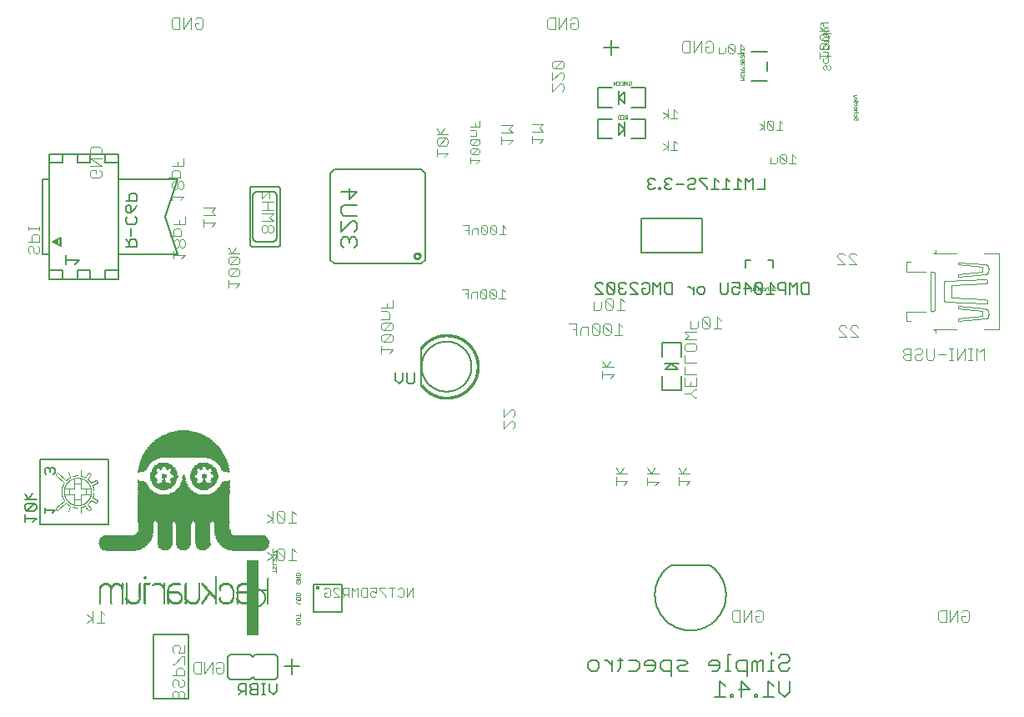
<source format=gbo>
G75*
%MOIN*%
%OFA0B0*%
%FSLAX25Y25*%
%IPPOS*%
%LPD*%
%AMOC8*
5,1,8,0,0,1.08239X$1,22.5*
%
%ADD10C,0.00600*%
%ADD11R,0.00400X0.00200*%
%ADD12R,0.00600X0.00200*%
%ADD13R,0.02400X0.00200*%
%ADD14R,0.02600X0.00200*%
%ADD15R,0.02800X0.00200*%
%ADD16R,0.00800X0.00200*%
%ADD17R,0.03200X0.00200*%
%ADD18R,0.03400X0.00200*%
%ADD19R,0.01000X0.00200*%
%ADD20R,0.03600X0.00200*%
%ADD21R,0.04000X0.00200*%
%ADD22R,0.03800X0.00200*%
%ADD23R,0.04200X0.00200*%
%ADD24R,0.04400X0.00200*%
%ADD25R,0.05400X0.00200*%
%ADD26R,0.04600X0.00200*%
%ADD27R,0.02200X0.00200*%
%ADD28R,0.01400X0.00200*%
%ADD29R,0.01200X0.00200*%
%ADD30R,0.01800X0.00200*%
%ADD31R,0.02000X0.00200*%
%ADD32R,0.01600X0.00200*%
%ADD33R,0.05200X0.00200*%
%ADD34R,0.05000X0.00200*%
%ADD35R,0.04800X0.00200*%
%ADD36R,0.06000X0.00200*%
%ADD37R,0.03000X0.00200*%
%ADD38R,0.00200X0.00200*%
%ADD39R,0.12200X0.00200*%
%ADD40R,0.12800X0.00200*%
%ADD41R,0.14200X0.00200*%
%ADD42R,0.14600X0.00200*%
%ADD43R,0.15200X0.00200*%
%ADD44R,0.15400X0.00200*%
%ADD45R,0.15800X0.00200*%
%ADD46R,0.16200X0.00200*%
%ADD47R,0.16400X0.00200*%
%ADD48R,0.16800X0.00200*%
%ADD49R,0.17000X0.00200*%
%ADD50R,0.17200X0.00200*%
%ADD51R,0.17600X0.00200*%
%ADD52R,0.17800X0.00200*%
%ADD53R,0.18000X0.00200*%
%ADD54R,0.18200X0.00200*%
%ADD55R,0.18600X0.00200*%
%ADD56R,0.05600X0.00200*%
%ADD57R,0.18800X0.00200*%
%ADD58R,0.19000X0.00200*%
%ADD59R,0.05800X0.00200*%
%ADD60R,0.19200X0.00200*%
%ADD61R,0.19400X0.00200*%
%ADD62R,0.19600X0.00200*%
%ADD63R,0.19800X0.00200*%
%ADD64R,0.20200X0.00200*%
%ADD65R,0.20000X0.00200*%
%ADD66R,0.20400X0.00200*%
%ADD67R,0.20600X0.00200*%
%ADD68R,0.20800X0.00200*%
%ADD69R,0.18400X0.00200*%
%ADD70R,0.07200X0.00200*%
%ADD71R,0.07000X0.00200*%
%ADD72R,0.06800X0.00200*%
%ADD73R,0.06600X0.00200*%
%ADD74R,0.06400X0.00200*%
%ADD75R,0.06200X0.00200*%
%ADD76R,0.36800X0.00200*%
%ADD77R,0.09000X0.00200*%
%ADD78R,0.13200X0.00200*%
%ADD79R,0.08800X0.00200*%
%ADD80R,0.08200X0.00200*%
%ADD81R,0.11600X0.00200*%
%ADD82R,0.08000X0.00200*%
%ADD83R,0.07600X0.00200*%
%ADD84R,0.10400X0.00200*%
%ADD85R,0.07400X0.00200*%
%ADD86R,0.09600X0.00200*%
%ADD87R,0.07800X0.00200*%
%ADD88R,0.08400X0.00200*%
%ADD89R,0.08600X0.00200*%
%ADD90R,0.33600X0.00200*%
%ADD91R,0.33200X0.00200*%
%ADD92R,0.32800X0.00200*%
%ADD93R,0.32400X0.00200*%
%ADD94R,0.32000X0.00200*%
%ADD95R,0.31600X0.00200*%
%ADD96R,0.31200X0.00200*%
%ADD97R,0.30800X0.00200*%
%ADD98R,0.30400X0.00200*%
%ADD99R,0.30000X0.00200*%
%ADD100R,0.29600X0.00200*%
%ADD101R,0.29400X0.00200*%
%ADD102R,0.29200X0.00200*%
%ADD103R,0.28800X0.00200*%
%ADD104R,0.28400X0.00200*%
%ADD105R,0.28000X0.00200*%
%ADD106R,0.27800X0.00200*%
%ADD107R,0.27600X0.00200*%
%ADD108R,0.27200X0.00200*%
%ADD109R,0.26800X0.00200*%
%ADD110R,0.26400X0.00200*%
%ADD111R,0.26000X0.00200*%
%ADD112R,0.25600X0.00200*%
%ADD113R,0.25200X0.00200*%
%ADD114R,0.24800X0.00200*%
%ADD115R,0.24200X0.00200*%
%ADD116R,0.23600X0.00200*%
%ADD117R,0.23200X0.00200*%
%ADD118R,0.22800X0.00200*%
%ADD119R,0.22400X0.00200*%
%ADD120R,0.21600X0.00200*%
%ADD121R,0.21200X0.00200*%
%ADD122R,0.15600X0.00200*%
%ADD123R,0.14800X0.00200*%
%ADD124R,0.13800X0.00200*%
%ADD125C,0.00400*%
%ADD126C,0.00800*%
%ADD127C,0.00300*%
%ADD128C,0.01000*%
%ADD129C,0.00500*%
%ADD130C,0.00200*%
%ADD131C,0.00100*%
%ADD132R,0.05000X0.30000*%
%ADD133R,0.01000X0.02000*%
%ADD134R,0.00500X0.01500*%
%ADD135R,0.01000X0.01000*%
%ADD136C,0.01575*%
D10*
X0086800Y0017800D02*
X0086800Y0025800D01*
X0087800Y0026800D01*
X0095800Y0026800D01*
X0096800Y0025800D01*
X0097800Y0026800D01*
X0105800Y0026800D01*
X0106800Y0025800D01*
X0106800Y0017800D01*
X0105800Y0016800D01*
X0097800Y0016800D01*
X0096800Y0017800D01*
X0095800Y0016800D01*
X0087800Y0016800D01*
X0086800Y0017800D01*
X0039202Y0078808D02*
X0011682Y0078808D01*
X0011682Y0104792D01*
X0039202Y0104792D01*
X0039202Y0078808D01*
X0037800Y0176800D02*
X0031800Y0176800D01*
X0026800Y0176800D01*
X0020800Y0176800D01*
X0015600Y0176800D01*
X0015600Y0180300D01*
X0015600Y0186800D01*
X0015600Y0216800D01*
X0015600Y0223300D01*
X0015600Y0226700D01*
X0020800Y0226700D01*
X0026800Y0226700D01*
X0031800Y0226700D01*
X0037800Y0226700D01*
X0043100Y0226700D01*
X0043100Y0223300D01*
X0043100Y0216800D01*
X0043100Y0186800D01*
X0043100Y0180300D01*
X0043100Y0176800D01*
X0037800Y0176800D01*
X0037800Y0180300D01*
X0043100Y0180300D01*
X0043100Y0186800D02*
X0066800Y0186800D01*
X0061800Y0201800D01*
X0066800Y0216800D01*
X0043100Y0216800D01*
X0043100Y0223300D02*
X0037800Y0223300D01*
X0037800Y0226700D01*
X0031800Y0226700D02*
X0031800Y0223300D01*
X0026800Y0223300D01*
X0026800Y0226700D01*
X0020800Y0226700D02*
X0020800Y0223300D01*
X0015600Y0223300D01*
X0015600Y0216800D02*
X0012900Y0216800D01*
X0012900Y0186800D01*
X0015600Y0186800D01*
X0016800Y0191800D02*
X0017800Y0191800D01*
X0016800Y0191800D02*
X0020100Y0190100D01*
X0020100Y0193500D01*
X0016800Y0191800D01*
X0022100Y0186203D02*
X0022100Y0182600D01*
X0022100Y0184402D02*
X0027505Y0184402D01*
X0025703Y0182600D01*
X0026800Y0180300D02*
X0026800Y0176800D01*
X0026800Y0180300D02*
X0031800Y0180300D01*
X0031800Y0176800D01*
X0020800Y0176800D02*
X0020800Y0180300D01*
X0015600Y0180300D01*
X0132232Y0190301D02*
X0133300Y0189233D01*
X0132232Y0190301D02*
X0132232Y0192436D01*
X0133300Y0193503D01*
X0134367Y0193503D01*
X0135435Y0192436D01*
X0135435Y0191368D01*
X0135435Y0192436D02*
X0136502Y0193503D01*
X0137570Y0193503D01*
X0138637Y0192436D01*
X0138637Y0190301D01*
X0137570Y0189233D01*
X0137570Y0195679D02*
X0138637Y0196746D01*
X0138637Y0198881D01*
X0137570Y0199949D01*
X0136502Y0199949D01*
X0132232Y0195679D01*
X0132232Y0199949D01*
X0133300Y0202124D02*
X0132232Y0203192D01*
X0132232Y0205327D01*
X0133300Y0206394D01*
X0138637Y0206394D01*
X0135435Y0208570D02*
X0135435Y0212840D01*
X0138637Y0211772D02*
X0135435Y0208570D01*
X0138637Y0211772D02*
X0132232Y0211772D01*
X0133300Y0202124D02*
X0138637Y0202124D01*
X0164300Y0141800D02*
X0164303Y0142045D01*
X0164312Y0142291D01*
X0164327Y0142536D01*
X0164348Y0142780D01*
X0164375Y0143024D01*
X0164408Y0143267D01*
X0164447Y0143510D01*
X0164492Y0143751D01*
X0164543Y0143991D01*
X0164600Y0144230D01*
X0164662Y0144467D01*
X0164731Y0144703D01*
X0164805Y0144937D01*
X0164885Y0145169D01*
X0164970Y0145399D01*
X0165061Y0145627D01*
X0165158Y0145852D01*
X0165260Y0146076D01*
X0165368Y0146296D01*
X0165481Y0146514D01*
X0165599Y0146729D01*
X0165723Y0146941D01*
X0165851Y0147150D01*
X0165985Y0147356D01*
X0166124Y0147558D01*
X0166268Y0147757D01*
X0166417Y0147952D01*
X0166570Y0148144D01*
X0166728Y0148332D01*
X0166890Y0148516D01*
X0167058Y0148695D01*
X0167229Y0148871D01*
X0167405Y0149042D01*
X0167584Y0149210D01*
X0167768Y0149372D01*
X0167956Y0149530D01*
X0168148Y0149683D01*
X0168343Y0149832D01*
X0168542Y0149976D01*
X0168744Y0150115D01*
X0168950Y0150249D01*
X0169159Y0150377D01*
X0169371Y0150501D01*
X0169586Y0150619D01*
X0169804Y0150732D01*
X0170024Y0150840D01*
X0170248Y0150942D01*
X0170473Y0151039D01*
X0170701Y0151130D01*
X0170931Y0151215D01*
X0171163Y0151295D01*
X0171397Y0151369D01*
X0171633Y0151438D01*
X0171870Y0151500D01*
X0172109Y0151557D01*
X0172349Y0151608D01*
X0172590Y0151653D01*
X0172833Y0151692D01*
X0173076Y0151725D01*
X0173320Y0151752D01*
X0173564Y0151773D01*
X0173809Y0151788D01*
X0174055Y0151797D01*
X0174300Y0151800D01*
X0174545Y0151797D01*
X0174791Y0151788D01*
X0175036Y0151773D01*
X0175280Y0151752D01*
X0175524Y0151725D01*
X0175767Y0151692D01*
X0176010Y0151653D01*
X0176251Y0151608D01*
X0176491Y0151557D01*
X0176730Y0151500D01*
X0176967Y0151438D01*
X0177203Y0151369D01*
X0177437Y0151295D01*
X0177669Y0151215D01*
X0177899Y0151130D01*
X0178127Y0151039D01*
X0178352Y0150942D01*
X0178576Y0150840D01*
X0178796Y0150732D01*
X0179014Y0150619D01*
X0179229Y0150501D01*
X0179441Y0150377D01*
X0179650Y0150249D01*
X0179856Y0150115D01*
X0180058Y0149976D01*
X0180257Y0149832D01*
X0180452Y0149683D01*
X0180644Y0149530D01*
X0180832Y0149372D01*
X0181016Y0149210D01*
X0181195Y0149042D01*
X0181371Y0148871D01*
X0181542Y0148695D01*
X0181710Y0148516D01*
X0181872Y0148332D01*
X0182030Y0148144D01*
X0182183Y0147952D01*
X0182332Y0147757D01*
X0182476Y0147558D01*
X0182615Y0147356D01*
X0182749Y0147150D01*
X0182877Y0146941D01*
X0183001Y0146729D01*
X0183119Y0146514D01*
X0183232Y0146296D01*
X0183340Y0146076D01*
X0183442Y0145852D01*
X0183539Y0145627D01*
X0183630Y0145399D01*
X0183715Y0145169D01*
X0183795Y0144937D01*
X0183869Y0144703D01*
X0183938Y0144467D01*
X0184000Y0144230D01*
X0184057Y0143991D01*
X0184108Y0143751D01*
X0184153Y0143510D01*
X0184192Y0143267D01*
X0184225Y0143024D01*
X0184252Y0142780D01*
X0184273Y0142536D01*
X0184288Y0142291D01*
X0184297Y0142045D01*
X0184300Y0141800D01*
X0184297Y0141555D01*
X0184288Y0141309D01*
X0184273Y0141064D01*
X0184252Y0140820D01*
X0184225Y0140576D01*
X0184192Y0140333D01*
X0184153Y0140090D01*
X0184108Y0139849D01*
X0184057Y0139609D01*
X0184000Y0139370D01*
X0183938Y0139133D01*
X0183869Y0138897D01*
X0183795Y0138663D01*
X0183715Y0138431D01*
X0183630Y0138201D01*
X0183539Y0137973D01*
X0183442Y0137748D01*
X0183340Y0137524D01*
X0183232Y0137304D01*
X0183119Y0137086D01*
X0183001Y0136871D01*
X0182877Y0136659D01*
X0182749Y0136450D01*
X0182615Y0136244D01*
X0182476Y0136042D01*
X0182332Y0135843D01*
X0182183Y0135648D01*
X0182030Y0135456D01*
X0181872Y0135268D01*
X0181710Y0135084D01*
X0181542Y0134905D01*
X0181371Y0134729D01*
X0181195Y0134558D01*
X0181016Y0134390D01*
X0180832Y0134228D01*
X0180644Y0134070D01*
X0180452Y0133917D01*
X0180257Y0133768D01*
X0180058Y0133624D01*
X0179856Y0133485D01*
X0179650Y0133351D01*
X0179441Y0133223D01*
X0179229Y0133099D01*
X0179014Y0132981D01*
X0178796Y0132868D01*
X0178576Y0132760D01*
X0178352Y0132658D01*
X0178127Y0132561D01*
X0177899Y0132470D01*
X0177669Y0132385D01*
X0177437Y0132305D01*
X0177203Y0132231D01*
X0176967Y0132162D01*
X0176730Y0132100D01*
X0176491Y0132043D01*
X0176251Y0131992D01*
X0176010Y0131947D01*
X0175767Y0131908D01*
X0175524Y0131875D01*
X0175280Y0131848D01*
X0175036Y0131827D01*
X0174791Y0131812D01*
X0174545Y0131803D01*
X0174300Y0131800D01*
X0174055Y0131803D01*
X0173809Y0131812D01*
X0173564Y0131827D01*
X0173320Y0131848D01*
X0173076Y0131875D01*
X0172833Y0131908D01*
X0172590Y0131947D01*
X0172349Y0131992D01*
X0172109Y0132043D01*
X0171870Y0132100D01*
X0171633Y0132162D01*
X0171397Y0132231D01*
X0171163Y0132305D01*
X0170931Y0132385D01*
X0170701Y0132470D01*
X0170473Y0132561D01*
X0170248Y0132658D01*
X0170024Y0132760D01*
X0169804Y0132868D01*
X0169586Y0132981D01*
X0169371Y0133099D01*
X0169159Y0133223D01*
X0168950Y0133351D01*
X0168744Y0133485D01*
X0168542Y0133624D01*
X0168343Y0133768D01*
X0168148Y0133917D01*
X0167956Y0134070D01*
X0167768Y0134228D01*
X0167584Y0134390D01*
X0167405Y0134558D01*
X0167229Y0134729D01*
X0167058Y0134905D01*
X0166890Y0135084D01*
X0166728Y0135268D01*
X0166570Y0135456D01*
X0166417Y0135648D01*
X0166268Y0135843D01*
X0166124Y0136042D01*
X0165985Y0136244D01*
X0165851Y0136450D01*
X0165723Y0136659D01*
X0165599Y0136871D01*
X0165481Y0137086D01*
X0165368Y0137304D01*
X0165260Y0137524D01*
X0165158Y0137748D01*
X0165061Y0137973D01*
X0164970Y0138201D01*
X0164885Y0138431D01*
X0164805Y0138663D01*
X0164731Y0138897D01*
X0164662Y0139133D01*
X0164600Y0139370D01*
X0164543Y0139609D01*
X0164492Y0139849D01*
X0164447Y0140090D01*
X0164408Y0140333D01*
X0164375Y0140576D01*
X0164348Y0140820D01*
X0164327Y0141064D01*
X0164312Y0141309D01*
X0164303Y0141555D01*
X0164300Y0141800D01*
X0252001Y0187485D02*
X0276599Y0187485D01*
X0276599Y0201107D01*
X0252001Y0201107D01*
X0252001Y0187485D01*
X0293700Y0184400D02*
X0293700Y0181200D01*
X0293700Y0184400D02*
X0295900Y0184400D01*
X0302700Y0184400D02*
X0304900Y0184400D01*
X0304900Y0181200D01*
X0303987Y0027573D02*
X0303987Y0026505D01*
X0303987Y0024370D02*
X0303987Y0020100D01*
X0305055Y0020100D02*
X0302919Y0020100D01*
X0300758Y0020100D02*
X0300758Y0024370D01*
X0299690Y0024370D01*
X0298622Y0023303D01*
X0297555Y0024370D01*
X0296487Y0023303D01*
X0296487Y0020100D01*
X0298622Y0020100D02*
X0298622Y0023303D01*
X0294312Y0024370D02*
X0294312Y0017965D01*
X0294312Y0020100D02*
X0291109Y0020100D01*
X0290042Y0021168D01*
X0290042Y0023303D01*
X0291109Y0024370D01*
X0294312Y0024370D01*
X0287867Y0026505D02*
X0286799Y0026505D01*
X0286799Y0020100D01*
X0287867Y0020100D02*
X0285731Y0020100D01*
X0283570Y0021168D02*
X0283570Y0023303D01*
X0282502Y0024370D01*
X0280367Y0024370D01*
X0279299Y0023303D01*
X0279299Y0022235D01*
X0283570Y0022235D01*
X0283570Y0021168D02*
X0282502Y0020100D01*
X0280367Y0020100D01*
X0283583Y0016005D02*
X0283583Y0009600D01*
X0285718Y0009600D02*
X0281448Y0009600D01*
X0285718Y0013870D02*
X0283583Y0016005D01*
X0287873Y0010668D02*
X0287873Y0009600D01*
X0288941Y0009600D01*
X0288941Y0010668D01*
X0287873Y0010668D01*
X0291116Y0012803D02*
X0295386Y0012803D01*
X0292184Y0016005D01*
X0292184Y0009600D01*
X0297541Y0009600D02*
X0298609Y0009600D01*
X0298609Y0010668D01*
X0297541Y0010668D01*
X0297541Y0009600D01*
X0300784Y0009600D02*
X0305055Y0009600D01*
X0302919Y0009600D02*
X0302919Y0016005D01*
X0305055Y0013870D01*
X0307230Y0011735D02*
X0307230Y0016005D01*
X0308297Y0020100D02*
X0310432Y0020100D01*
X0311500Y0021168D01*
X0310432Y0023303D02*
X0308297Y0023303D01*
X0307230Y0022235D01*
X0307230Y0021168D01*
X0308297Y0020100D01*
X0310432Y0023303D02*
X0311500Y0024370D01*
X0311500Y0025438D01*
X0310432Y0026505D01*
X0308297Y0026505D01*
X0307230Y0025438D01*
X0305055Y0024370D02*
X0303987Y0024370D01*
X0311500Y0016005D02*
X0311500Y0011735D01*
X0309365Y0009600D01*
X0307230Y0011735D01*
X0270679Y0020100D02*
X0267476Y0020100D01*
X0266408Y0021168D01*
X0267476Y0022235D01*
X0269611Y0022235D01*
X0270679Y0023303D01*
X0269611Y0024370D01*
X0266408Y0024370D01*
X0264233Y0024370D02*
X0261030Y0024370D01*
X0259963Y0023303D01*
X0259963Y0021168D01*
X0261030Y0020100D01*
X0264233Y0020100D01*
X0264233Y0017965D02*
X0264233Y0024370D01*
X0257788Y0023303D02*
X0256720Y0024370D01*
X0254585Y0024370D01*
X0253517Y0023303D01*
X0253517Y0022235D01*
X0257788Y0022235D01*
X0257788Y0021168D02*
X0257788Y0023303D01*
X0257788Y0021168D02*
X0256720Y0020100D01*
X0254585Y0020100D01*
X0251342Y0021168D02*
X0250274Y0020100D01*
X0247072Y0020100D01*
X0243829Y0021168D02*
X0242761Y0020100D01*
X0243829Y0021168D02*
X0243829Y0025438D01*
X0244897Y0024370D02*
X0242761Y0024370D01*
X0240600Y0024370D02*
X0240600Y0020100D01*
X0240600Y0022235D02*
X0238464Y0024370D01*
X0237397Y0024370D01*
X0235228Y0023303D02*
X0234161Y0024370D01*
X0232026Y0024370D01*
X0230958Y0023303D01*
X0230958Y0021168D01*
X0232026Y0020100D01*
X0234161Y0020100D01*
X0235228Y0021168D01*
X0235228Y0023303D01*
X0247072Y0024370D02*
X0250274Y0024370D01*
X0251342Y0023303D01*
X0251342Y0021168D01*
D11*
X0102900Y0046700D03*
X0097700Y0046700D03*
X0090700Y0046700D03*
X0083700Y0049500D03*
X0083700Y0052100D03*
X0082100Y0046700D03*
X0075500Y0054900D03*
X0057100Y0053900D03*
X0053900Y0056700D03*
X0046500Y0046700D03*
X0035900Y0046700D03*
X0061300Y0092300D03*
X0051100Y0096100D03*
X0076100Y0100500D03*
D12*
X0078800Y0100500D03*
X0087400Y0095900D03*
X0062800Y0100500D03*
X0060000Y0100500D03*
X0061400Y0096900D03*
X0061400Y0096700D03*
X0051200Y0099300D03*
X0082000Y0057700D03*
X0076800Y0054900D03*
X0070200Y0054900D03*
X0061600Y0054900D03*
X0051800Y0054900D03*
X0046400Y0054900D03*
X0044800Y0054900D03*
X0044800Y0046700D03*
X0040400Y0046700D03*
X0053800Y0046700D03*
X0061600Y0046700D03*
X0063200Y0046700D03*
X0070200Y0046700D03*
X0076800Y0046700D03*
X0097600Y0056900D03*
X0103000Y0056900D03*
D13*
X0093500Y0046700D03*
X0070900Y0047500D03*
X0066100Y0046700D03*
X0063900Y0047500D03*
X0054700Y0054900D03*
X0049300Y0046700D03*
X0057300Y0095900D03*
X0052300Y0099700D03*
X0065300Y0099700D03*
X0065300Y0099500D03*
X0065500Y0097100D03*
X0065300Y0096100D03*
X0069300Y0094900D03*
X0073500Y0095900D03*
X0073900Y0094900D03*
X0073100Y0098500D03*
X0073500Y0099700D03*
X0081300Y0099500D03*
X0081500Y0098700D03*
X0081700Y0097100D03*
X0081500Y0096900D03*
X0081300Y0096100D03*
X0080900Y0094900D03*
X0086500Y0099700D03*
D14*
X0086200Y0099900D03*
X0081400Y0099300D03*
X0081400Y0099100D03*
X0081400Y0098900D03*
X0081400Y0096700D03*
X0081400Y0096500D03*
X0081400Y0096300D03*
X0086400Y0095700D03*
X0073400Y0096100D03*
X0073200Y0097100D03*
X0073400Y0098900D03*
X0073400Y0099500D03*
X0069400Y0094700D03*
X0069400Y0094500D03*
X0065400Y0096900D03*
X0065400Y0098700D03*
X0065400Y0098900D03*
X0065200Y0099300D03*
X0057400Y0099300D03*
X0057400Y0099500D03*
X0057400Y0099100D03*
X0057200Y0098700D03*
X0057200Y0097100D03*
X0057400Y0096300D03*
X0057400Y0096100D03*
X0052200Y0095700D03*
X0054600Y0054700D03*
X0054600Y0054500D03*
X0054600Y0054300D03*
X0058800Y0054900D03*
X0073000Y0046700D03*
X0086200Y0054900D03*
D15*
X0086300Y0046700D03*
X0076900Y0068500D03*
X0069300Y0068500D03*
X0061700Y0068500D03*
X0038100Y0054700D03*
X0061300Y0092500D03*
X0057500Y0096500D03*
X0057300Y0096700D03*
X0057300Y0096900D03*
X0057300Y0098900D03*
X0052500Y0099900D03*
X0061300Y0103100D03*
X0065300Y0099100D03*
X0065300Y0096700D03*
X0065300Y0096500D03*
X0065300Y0096300D03*
X0073300Y0096900D03*
X0073500Y0096500D03*
X0073500Y0096300D03*
X0073300Y0098700D03*
X0073500Y0099100D03*
X0073500Y0099300D03*
X0077300Y0103100D03*
X0086100Y0100100D03*
D16*
X0087300Y0099500D03*
X0077500Y0098700D03*
X0077500Y0096900D03*
X0077500Y0096700D03*
X0069300Y0098100D03*
X0061300Y0098700D03*
X0051500Y0099500D03*
X0051300Y0095900D03*
X0053900Y0057700D03*
X0051700Y0054700D03*
X0051700Y0054500D03*
X0046500Y0054500D03*
X0046500Y0054700D03*
X0046500Y0054300D03*
X0046500Y0054100D03*
X0046500Y0053900D03*
X0046500Y0053700D03*
X0046500Y0053500D03*
X0046500Y0053300D03*
X0046500Y0053100D03*
X0046500Y0052900D03*
X0046500Y0052700D03*
X0046500Y0052500D03*
X0046500Y0052300D03*
X0046500Y0052100D03*
X0046500Y0051900D03*
X0046500Y0051700D03*
X0046500Y0051500D03*
X0046500Y0051300D03*
X0046500Y0051100D03*
X0046500Y0050900D03*
X0046500Y0050700D03*
X0046500Y0050500D03*
X0046500Y0050300D03*
X0046500Y0050100D03*
X0046500Y0049900D03*
X0046500Y0049700D03*
X0046500Y0049500D03*
X0046500Y0049300D03*
X0046500Y0049100D03*
X0044900Y0049100D03*
X0044900Y0049300D03*
X0044900Y0049500D03*
X0044900Y0049700D03*
X0044900Y0049900D03*
X0044900Y0050100D03*
X0044900Y0050300D03*
X0044900Y0050500D03*
X0044900Y0050700D03*
X0044900Y0050900D03*
X0044900Y0051100D03*
X0044900Y0051300D03*
X0044900Y0051500D03*
X0044900Y0051700D03*
X0044900Y0051900D03*
X0044900Y0052100D03*
X0044900Y0052300D03*
X0044900Y0052500D03*
X0044900Y0054700D03*
X0040300Y0052500D03*
X0040300Y0052300D03*
X0040300Y0052100D03*
X0040300Y0051900D03*
X0040300Y0051700D03*
X0040300Y0051500D03*
X0040300Y0051300D03*
X0040300Y0051100D03*
X0040300Y0050900D03*
X0040300Y0050700D03*
X0040300Y0050500D03*
X0040300Y0050300D03*
X0040300Y0050100D03*
X0040300Y0049900D03*
X0040300Y0049700D03*
X0040300Y0049500D03*
X0040300Y0049300D03*
X0040300Y0049100D03*
X0040300Y0048900D03*
X0040300Y0048700D03*
X0040300Y0048500D03*
X0040300Y0048300D03*
X0040300Y0048100D03*
X0040300Y0047900D03*
X0040300Y0047700D03*
X0040300Y0047500D03*
X0040300Y0047300D03*
X0040300Y0047100D03*
X0040300Y0046900D03*
X0035900Y0046900D03*
X0035900Y0047100D03*
X0035900Y0047300D03*
X0035900Y0047500D03*
X0035900Y0047700D03*
X0035900Y0047900D03*
X0035900Y0048100D03*
X0035900Y0048300D03*
X0035900Y0048500D03*
X0035900Y0048700D03*
X0035900Y0048900D03*
X0035900Y0049100D03*
X0035900Y0049300D03*
X0035900Y0049500D03*
X0035900Y0049700D03*
X0035900Y0049900D03*
X0035900Y0050100D03*
X0035900Y0050300D03*
X0035900Y0050500D03*
X0035900Y0050700D03*
X0035900Y0050900D03*
X0035900Y0051100D03*
X0035900Y0051300D03*
X0035900Y0051500D03*
X0035900Y0051700D03*
X0035900Y0051900D03*
X0035900Y0052100D03*
X0035900Y0052300D03*
X0035900Y0052500D03*
X0035900Y0052700D03*
X0035900Y0052900D03*
X0036100Y0053300D03*
X0038100Y0055100D03*
X0044900Y0048900D03*
X0044900Y0048700D03*
X0044900Y0048500D03*
X0044900Y0048300D03*
X0044900Y0048100D03*
X0044900Y0047900D03*
X0044900Y0047700D03*
X0044900Y0047500D03*
X0044900Y0047300D03*
X0044900Y0047100D03*
X0044900Y0046900D03*
X0046500Y0046900D03*
X0046500Y0047100D03*
X0046500Y0047300D03*
X0051500Y0048100D03*
X0051700Y0048500D03*
X0051700Y0048700D03*
X0051700Y0048900D03*
X0051700Y0049100D03*
X0053700Y0046900D03*
X0061500Y0046900D03*
X0061500Y0047100D03*
X0061500Y0047300D03*
X0061500Y0047500D03*
X0061500Y0047700D03*
X0061500Y0047900D03*
X0061500Y0048100D03*
X0061500Y0048300D03*
X0061500Y0048500D03*
X0061500Y0048700D03*
X0061500Y0048900D03*
X0061500Y0049100D03*
X0061500Y0049300D03*
X0061500Y0049500D03*
X0061500Y0049700D03*
X0061500Y0049900D03*
X0061500Y0050100D03*
X0061500Y0050300D03*
X0061500Y0050500D03*
X0061500Y0050700D03*
X0061500Y0050900D03*
X0061500Y0051100D03*
X0061500Y0051300D03*
X0061500Y0051500D03*
X0061500Y0051700D03*
X0061500Y0051900D03*
X0061500Y0052100D03*
X0061500Y0052300D03*
X0061500Y0052500D03*
X0061500Y0052700D03*
X0063300Y0052700D03*
X0063300Y0052900D03*
X0063300Y0053100D03*
X0061500Y0054500D03*
X0061500Y0054700D03*
X0068300Y0050100D03*
X0068500Y0049700D03*
X0068500Y0049500D03*
X0068500Y0049300D03*
X0068500Y0049100D03*
X0068500Y0048900D03*
X0068500Y0048700D03*
X0068300Y0048300D03*
X0070100Y0046900D03*
X0075300Y0048300D03*
X0075500Y0048900D03*
X0075500Y0049100D03*
X0075500Y0049300D03*
X0075500Y0049500D03*
X0075500Y0049700D03*
X0075500Y0049900D03*
X0075500Y0050100D03*
X0075500Y0050300D03*
X0075500Y0050500D03*
X0075500Y0050700D03*
X0075500Y0050900D03*
X0075500Y0051100D03*
X0075500Y0051300D03*
X0075500Y0051500D03*
X0075500Y0051700D03*
X0075500Y0051900D03*
X0075500Y0052100D03*
X0075500Y0052300D03*
X0075500Y0052500D03*
X0075500Y0052700D03*
X0075500Y0052900D03*
X0075500Y0053100D03*
X0075500Y0053300D03*
X0075500Y0053500D03*
X0075500Y0053700D03*
X0075500Y0053900D03*
X0075500Y0054100D03*
X0075500Y0054300D03*
X0075500Y0054500D03*
X0075500Y0054700D03*
X0082100Y0054700D03*
X0082100Y0054900D03*
X0082100Y0055100D03*
X0082100Y0055300D03*
X0082100Y0055500D03*
X0082100Y0055700D03*
X0082100Y0055900D03*
X0082100Y0056100D03*
X0082100Y0056300D03*
X0082100Y0056500D03*
X0082100Y0056700D03*
X0082100Y0056900D03*
X0082100Y0057100D03*
X0082100Y0057300D03*
X0082100Y0057500D03*
X0082100Y0054500D03*
X0082100Y0054300D03*
X0082100Y0054100D03*
X0082100Y0053900D03*
X0082100Y0053700D03*
X0082100Y0053500D03*
X0082100Y0053300D03*
X0082100Y0053100D03*
X0082100Y0052900D03*
X0082100Y0052700D03*
X0082100Y0052500D03*
X0082100Y0052300D03*
X0082100Y0052100D03*
X0082100Y0051900D03*
X0082100Y0051700D03*
X0082100Y0051500D03*
X0082100Y0051300D03*
X0082100Y0051100D03*
X0082100Y0050900D03*
X0082100Y0050700D03*
X0082100Y0050500D03*
X0082100Y0050300D03*
X0082100Y0050100D03*
X0082100Y0048500D03*
X0082100Y0048300D03*
X0082100Y0048100D03*
X0082100Y0047900D03*
X0082100Y0047700D03*
X0082100Y0047500D03*
X0082100Y0047300D03*
X0082100Y0047100D03*
X0082100Y0046900D03*
X0083900Y0048300D03*
X0083700Y0048900D03*
X0083700Y0049100D03*
X0083700Y0049300D03*
X0083700Y0052300D03*
X0083700Y0052500D03*
X0083700Y0052700D03*
X0083900Y0053300D03*
X0088900Y0052900D03*
X0088900Y0052700D03*
X0089100Y0052100D03*
X0089100Y0051900D03*
X0089100Y0051700D03*
X0089100Y0051500D03*
X0089100Y0051300D03*
X0089100Y0051100D03*
X0089100Y0050900D03*
X0089100Y0050700D03*
X0089100Y0050500D03*
X0089100Y0050300D03*
X0089100Y0050100D03*
X0089100Y0049900D03*
X0089100Y0049700D03*
X0089100Y0049500D03*
X0089100Y0049300D03*
X0089100Y0049100D03*
X0088900Y0048500D03*
X0090700Y0049100D03*
X0090700Y0049300D03*
X0090700Y0049500D03*
X0090700Y0049700D03*
X0090700Y0049900D03*
X0090700Y0050100D03*
X0090700Y0050300D03*
X0090700Y0050500D03*
X0090700Y0050700D03*
X0090700Y0050900D03*
X0090700Y0051900D03*
X0090700Y0052100D03*
X0090700Y0052300D03*
X0090700Y0052500D03*
X0090700Y0052700D03*
X0090700Y0052900D03*
X0090900Y0053300D03*
X0090700Y0047300D03*
X0090700Y0047100D03*
X0090700Y0046900D03*
X0095700Y0048100D03*
X0095900Y0048500D03*
X0095900Y0048700D03*
X0095900Y0048900D03*
X0095900Y0049100D03*
X0095900Y0049300D03*
X0095900Y0049500D03*
X0095900Y0049700D03*
X0095900Y0049900D03*
X0097700Y0049900D03*
X0097700Y0049700D03*
X0097700Y0049500D03*
X0097700Y0049300D03*
X0097700Y0049100D03*
X0097700Y0048900D03*
X0097700Y0048700D03*
X0097700Y0048500D03*
X0097700Y0048300D03*
X0097700Y0048100D03*
X0097700Y0047900D03*
X0097700Y0047700D03*
X0097700Y0047500D03*
X0097700Y0047300D03*
X0097700Y0047100D03*
X0097700Y0046900D03*
X0102900Y0046900D03*
X0102900Y0047100D03*
X0102900Y0047300D03*
X0102900Y0047500D03*
X0102900Y0047700D03*
X0102900Y0047900D03*
X0102900Y0048100D03*
X0102900Y0048300D03*
X0102900Y0048500D03*
X0102900Y0048700D03*
X0102900Y0048900D03*
X0102900Y0049100D03*
X0102900Y0049300D03*
X0102900Y0049500D03*
X0102900Y0049700D03*
X0102900Y0049900D03*
X0102900Y0050100D03*
X0102900Y0050300D03*
X0102900Y0050500D03*
X0102900Y0050700D03*
X0102900Y0050900D03*
X0102900Y0051100D03*
X0102900Y0051300D03*
X0102900Y0051500D03*
X0102900Y0051700D03*
X0102900Y0052700D03*
X0102900Y0052900D03*
X0102900Y0053100D03*
X0102900Y0053300D03*
X0102900Y0053500D03*
X0102900Y0053700D03*
X0102900Y0053900D03*
X0102900Y0054100D03*
X0102900Y0054300D03*
X0102900Y0054500D03*
X0102900Y0054700D03*
X0102900Y0054900D03*
X0102900Y0055100D03*
X0102900Y0055300D03*
X0102900Y0055500D03*
X0102900Y0055700D03*
X0102900Y0055900D03*
X0102900Y0056100D03*
X0102900Y0056300D03*
X0102900Y0056500D03*
X0102900Y0056700D03*
X0097700Y0056700D03*
X0097700Y0056500D03*
X0097700Y0056300D03*
X0097700Y0056100D03*
X0097700Y0055900D03*
X0097700Y0055700D03*
X0097700Y0055500D03*
X0097700Y0055300D03*
X0097700Y0055100D03*
X0097700Y0054900D03*
X0097700Y0054700D03*
X0097700Y0054500D03*
X0097700Y0054300D03*
X0097700Y0054100D03*
X0097700Y0053900D03*
X0097700Y0053700D03*
X0097700Y0053500D03*
X0097700Y0053300D03*
X0097700Y0053100D03*
X0097700Y0052900D03*
X0097700Y0052700D03*
X0097700Y0051700D03*
X0097700Y0051500D03*
X0097700Y0051300D03*
X0097700Y0051100D03*
X0097700Y0050900D03*
X0097700Y0050700D03*
X0097700Y0050500D03*
X0097700Y0050300D03*
X0097700Y0050100D03*
X0070100Y0054700D03*
X0063300Y0046900D03*
D17*
X0049300Y0046900D03*
X0093500Y0046900D03*
X0093900Y0054900D03*
X0086100Y0095300D03*
X0085900Y0100500D03*
X0085900Y0100700D03*
X0085700Y0101100D03*
X0052900Y0100900D03*
X0052700Y0100500D03*
X0052700Y0100300D03*
X0052500Y0095500D03*
D18*
X0052600Y0095300D03*
X0052600Y0095100D03*
X0052800Y0100700D03*
X0053000Y0101100D03*
X0053000Y0101300D03*
X0063600Y0101500D03*
X0063800Y0101300D03*
X0069400Y0093900D03*
X0079600Y0101500D03*
X0079800Y0101300D03*
X0085600Y0101300D03*
X0085600Y0101500D03*
X0085800Y0100900D03*
X0086000Y0095100D03*
X0086000Y0094900D03*
X0069200Y0068700D03*
X0058800Y0054700D03*
X0066000Y0046900D03*
X0073000Y0046900D03*
X0086200Y0054700D03*
X0038200Y0054500D03*
D19*
X0036200Y0053500D03*
X0036000Y0053100D03*
X0040400Y0053100D03*
X0040400Y0052900D03*
X0040400Y0052700D03*
X0042600Y0055100D03*
X0044800Y0053100D03*
X0044800Y0052900D03*
X0044800Y0052700D03*
X0046600Y0048900D03*
X0046600Y0048700D03*
X0046600Y0048500D03*
X0051200Y0047700D03*
X0051400Y0047900D03*
X0051600Y0048300D03*
X0051800Y0049300D03*
X0051800Y0049500D03*
X0051800Y0049700D03*
X0051800Y0049900D03*
X0051800Y0050100D03*
X0051800Y0050300D03*
X0051800Y0050500D03*
X0051800Y0050700D03*
X0051800Y0050900D03*
X0051800Y0051100D03*
X0051800Y0051300D03*
X0051800Y0051500D03*
X0051800Y0051700D03*
X0051800Y0051900D03*
X0051800Y0052100D03*
X0051800Y0052300D03*
X0051800Y0052500D03*
X0051800Y0052700D03*
X0051800Y0052900D03*
X0051800Y0053100D03*
X0051800Y0053300D03*
X0051800Y0053500D03*
X0051800Y0053700D03*
X0051800Y0053900D03*
X0051800Y0054100D03*
X0051800Y0054300D03*
X0053800Y0054100D03*
X0053800Y0053900D03*
X0053800Y0053700D03*
X0053800Y0053500D03*
X0053800Y0053300D03*
X0053800Y0053100D03*
X0053800Y0052900D03*
X0053800Y0052700D03*
X0053800Y0052500D03*
X0053800Y0052300D03*
X0053800Y0052100D03*
X0053800Y0051900D03*
X0053800Y0051700D03*
X0053800Y0051500D03*
X0053800Y0051300D03*
X0053800Y0051100D03*
X0053800Y0050900D03*
X0053800Y0050700D03*
X0053800Y0050500D03*
X0053800Y0050300D03*
X0053800Y0050100D03*
X0053800Y0049900D03*
X0053800Y0049700D03*
X0053800Y0049500D03*
X0053800Y0049300D03*
X0053800Y0049100D03*
X0053800Y0048900D03*
X0053800Y0048700D03*
X0053800Y0048500D03*
X0053800Y0048300D03*
X0053800Y0048100D03*
X0053800Y0047900D03*
X0053800Y0047700D03*
X0053800Y0047500D03*
X0053800Y0047300D03*
X0053800Y0047100D03*
X0057200Y0054100D03*
X0054000Y0056900D03*
X0054000Y0057500D03*
X0061400Y0053100D03*
X0061400Y0052900D03*
X0063200Y0052500D03*
X0063200Y0052300D03*
X0063200Y0052100D03*
X0063200Y0051900D03*
X0063200Y0050900D03*
X0063200Y0050700D03*
X0063200Y0050500D03*
X0063200Y0050300D03*
X0063200Y0050100D03*
X0063200Y0049900D03*
X0063200Y0049700D03*
X0063200Y0049500D03*
X0063200Y0049300D03*
X0063200Y0049100D03*
X0063200Y0048900D03*
X0063200Y0047300D03*
X0063200Y0047100D03*
X0068200Y0048100D03*
X0068400Y0048500D03*
X0068400Y0049900D03*
X0068200Y0050300D03*
X0068000Y0050500D03*
X0070200Y0050500D03*
X0070200Y0050700D03*
X0070200Y0050900D03*
X0070200Y0051100D03*
X0070200Y0051300D03*
X0070200Y0051500D03*
X0070200Y0051700D03*
X0070200Y0051900D03*
X0070200Y0052100D03*
X0070200Y0052300D03*
X0070200Y0052500D03*
X0070200Y0052700D03*
X0070200Y0052900D03*
X0070200Y0053100D03*
X0070200Y0053300D03*
X0070200Y0053500D03*
X0070200Y0053700D03*
X0070200Y0053900D03*
X0070200Y0054100D03*
X0070200Y0054300D03*
X0070200Y0054500D03*
X0070200Y0050300D03*
X0070200Y0050100D03*
X0070200Y0049900D03*
X0070200Y0049700D03*
X0070200Y0049500D03*
X0070200Y0049300D03*
X0070200Y0049100D03*
X0070200Y0048900D03*
X0070200Y0048700D03*
X0070200Y0047100D03*
X0075000Y0047900D03*
X0075200Y0048100D03*
X0075400Y0048500D03*
X0075400Y0048700D03*
X0077000Y0047300D03*
X0077200Y0047500D03*
X0077400Y0047900D03*
X0077600Y0048100D03*
X0077800Y0048500D03*
X0078000Y0048700D03*
X0078200Y0049100D03*
X0078400Y0049300D03*
X0078600Y0049500D03*
X0078600Y0049700D03*
X0078800Y0049900D03*
X0079000Y0050100D03*
X0079000Y0050300D03*
X0079200Y0050500D03*
X0078800Y0052500D03*
X0078600Y0052700D03*
X0078400Y0052900D03*
X0077000Y0054500D03*
X0076800Y0054700D03*
X0083800Y0053100D03*
X0083800Y0052900D03*
X0084000Y0053500D03*
X0084200Y0053700D03*
X0088400Y0053700D03*
X0088600Y0053500D03*
X0088800Y0053300D03*
X0088800Y0053100D03*
X0089000Y0052500D03*
X0089000Y0052300D03*
X0090800Y0053100D03*
X0091000Y0053500D03*
X0090800Y0048900D03*
X0090800Y0048700D03*
X0089000Y0048700D03*
X0089000Y0048900D03*
X0088800Y0048300D03*
X0088800Y0048100D03*
X0088600Y0047900D03*
X0084200Y0047900D03*
X0084000Y0048100D03*
X0083800Y0048500D03*
X0083800Y0048700D03*
X0082000Y0048700D03*
X0082000Y0048900D03*
X0076800Y0047100D03*
X0076800Y0046900D03*
X0063600Y0053500D03*
X0063400Y0053300D03*
X0095600Y0050300D03*
X0095800Y0050100D03*
X0095800Y0048300D03*
X0095600Y0047900D03*
X0095400Y0047700D03*
X0077400Y0096300D03*
X0077400Y0096500D03*
X0069400Y0097700D03*
X0069400Y0097900D03*
X0061400Y0096500D03*
X0061400Y0096300D03*
X0060000Y0100700D03*
D20*
X0058900Y0101100D03*
X0058900Y0101300D03*
X0059100Y0101500D03*
X0053300Y0101900D03*
X0053100Y0101500D03*
X0052700Y0094900D03*
X0052700Y0094700D03*
X0061300Y0095100D03*
X0063900Y0101100D03*
X0074900Y0101100D03*
X0075100Y0101300D03*
X0075100Y0101500D03*
X0079900Y0101100D03*
X0085300Y0102100D03*
X0085500Y0101700D03*
X0085900Y0094700D03*
X0085900Y0094500D03*
X0077500Y0095100D03*
X0069300Y0093700D03*
X0061700Y0068700D03*
X0076900Y0068700D03*
X0086300Y0046900D03*
D21*
X0093500Y0047100D03*
X0086300Y0054500D03*
X0076900Y0068900D03*
X0069300Y0068900D03*
X0061700Y0068900D03*
X0049300Y0047100D03*
X0061300Y0092700D03*
X0052900Y0094100D03*
X0053500Y0102300D03*
X0053700Y0102700D03*
X0061300Y0102900D03*
X0077300Y0102900D03*
X0084900Y0102700D03*
X0085100Y0102500D03*
X0085700Y0093900D03*
X0085700Y0093700D03*
X0077300Y0092700D03*
D22*
X0069400Y0093500D03*
X0064000Y0100900D03*
X0058800Y0100900D03*
X0053400Y0102100D03*
X0053200Y0101700D03*
X0052800Y0094500D03*
X0052800Y0094300D03*
X0074800Y0100900D03*
X0080000Y0100900D03*
X0085200Y0102300D03*
X0085400Y0101900D03*
X0085800Y0094300D03*
X0085800Y0094100D03*
X0093600Y0054700D03*
X0073000Y0047100D03*
X0066000Y0047100D03*
X0066200Y0054700D03*
X0058800Y0054500D03*
X0038200Y0054300D03*
D23*
X0066000Y0054500D03*
X0066000Y0047300D03*
X0086400Y0047100D03*
X0092400Y0051700D03*
X0093400Y0054500D03*
X0085600Y0093500D03*
X0077400Y0094900D03*
X0069400Y0093300D03*
X0061400Y0094900D03*
X0053000Y0093900D03*
X0053000Y0093700D03*
X0053600Y0102500D03*
X0053800Y0102900D03*
X0084800Y0102900D03*
D24*
X0084700Y0103100D03*
X0085500Y0093300D03*
X0076900Y0069100D03*
X0069300Y0069100D03*
X0061700Y0069100D03*
X0065900Y0054300D03*
X0064900Y0051700D03*
X0049300Y0047300D03*
X0043100Y0054500D03*
X0086300Y0054300D03*
X0093300Y0054300D03*
X0093500Y0047300D03*
X0053100Y0093500D03*
X0053900Y0103100D03*
X0054100Y0103300D03*
D25*
X0054800Y0104100D03*
X0053600Y0092300D03*
X0069200Y0069900D03*
X0065400Y0051100D03*
X0072400Y0047300D03*
X0085000Y0092300D03*
D26*
X0085400Y0093100D03*
X0084600Y0103300D03*
X0084400Y0103500D03*
X0069400Y0093100D03*
X0053200Y0093100D03*
X0053200Y0093300D03*
X0043000Y0054300D03*
X0086400Y0047300D03*
X0092600Y0051500D03*
D27*
X0091400Y0047500D03*
X0060800Y0054100D03*
X0047200Y0047500D03*
X0042600Y0054900D03*
X0040400Y0053900D03*
X0038200Y0054900D03*
X0057800Y0094900D03*
X0057600Y0095100D03*
X0057600Y0095300D03*
X0057400Y0095500D03*
X0057400Y0095700D03*
X0057000Y0098500D03*
X0057400Y0099700D03*
X0057400Y0099900D03*
X0057400Y0100100D03*
X0057600Y0100500D03*
X0057800Y0100700D03*
X0061400Y0095300D03*
X0064800Y0094900D03*
X0065400Y0095900D03*
X0065600Y0098500D03*
X0069400Y0095100D03*
X0073400Y0095700D03*
X0073600Y0095300D03*
X0073800Y0095100D03*
X0077400Y0095300D03*
X0081400Y0095900D03*
X0081800Y0098500D03*
X0081400Y0099700D03*
X0081400Y0099900D03*
X0073800Y0100700D03*
X0073400Y0099900D03*
D28*
X0077400Y0098500D03*
X0077400Y0095900D03*
X0069400Y0096300D03*
X0069400Y0096500D03*
X0069400Y0096700D03*
X0069400Y0096900D03*
X0061400Y0097300D03*
X0061400Y0098500D03*
X0061400Y0095900D03*
X0061200Y0053500D03*
X0063400Y0048300D03*
X0070400Y0048300D03*
X0070400Y0048100D03*
X0074600Y0047500D03*
X0079800Y0051100D03*
X0081800Y0049300D03*
X0084600Y0047500D03*
X0088200Y0047500D03*
X0091000Y0048100D03*
X0095000Y0050900D03*
X0095200Y0047500D03*
X0091400Y0053900D03*
X0088000Y0054100D03*
X0051000Y0047500D03*
X0046800Y0048100D03*
X0044600Y0053700D03*
X0041200Y0054100D03*
X0040400Y0053500D03*
X0039600Y0054100D03*
D29*
X0040300Y0053300D03*
X0036700Y0054100D03*
X0036500Y0053900D03*
X0036300Y0053700D03*
X0044700Y0053500D03*
X0044700Y0053300D03*
X0046700Y0048300D03*
X0053900Y0057100D03*
X0053900Y0057300D03*
X0058700Y0055100D03*
X0061300Y0053300D03*
X0063700Y0053700D03*
X0063900Y0053900D03*
X0067900Y0050700D03*
X0068100Y0047900D03*
X0067900Y0047700D03*
X0067700Y0047500D03*
X0070300Y0048500D03*
X0074900Y0047700D03*
X0077300Y0047700D03*
X0077700Y0048300D03*
X0078100Y0048900D03*
X0080500Y0050500D03*
X0080700Y0050300D03*
X0080900Y0050100D03*
X0081900Y0049100D03*
X0084300Y0047700D03*
X0088500Y0047700D03*
X0090900Y0048300D03*
X0090900Y0048500D03*
X0095300Y0050700D03*
X0095500Y0050500D03*
X0091100Y0053700D03*
X0088300Y0053900D03*
X0086100Y0055100D03*
X0084500Y0054100D03*
X0084300Y0053900D03*
X0079900Y0051300D03*
X0079700Y0051500D03*
X0079500Y0051700D03*
X0079300Y0051900D03*
X0079100Y0052100D03*
X0078900Y0052300D03*
X0078300Y0053100D03*
X0078100Y0053300D03*
X0077900Y0053500D03*
X0077700Y0053700D03*
X0077500Y0053900D03*
X0077300Y0054100D03*
X0077100Y0054300D03*
X0063300Y0048700D03*
X0063300Y0048500D03*
X0061300Y0096100D03*
X0061300Y0097100D03*
X0062700Y0100700D03*
X0069300Y0097500D03*
X0069300Y0097300D03*
X0069300Y0097100D03*
X0076100Y0100700D03*
X0078900Y0100700D03*
X0077500Y0097100D03*
X0077500Y0096100D03*
D30*
X0077400Y0095500D03*
X0077400Y0097500D03*
X0077400Y0097700D03*
X0077400Y0098100D03*
X0077400Y0098300D03*
X0081400Y0100100D03*
X0081400Y0100300D03*
X0081200Y0100500D03*
X0082000Y0098300D03*
X0082000Y0098100D03*
X0082000Y0097900D03*
X0082000Y0097700D03*
X0082000Y0097500D03*
X0082000Y0097300D03*
X0081400Y0095500D03*
X0072800Y0097300D03*
X0072800Y0097500D03*
X0072800Y0097700D03*
X0072800Y0097900D03*
X0072800Y0098100D03*
X0072800Y0098300D03*
X0069400Y0095700D03*
X0066000Y0097500D03*
X0066000Y0097700D03*
X0066000Y0097900D03*
X0066000Y0098100D03*
X0065400Y0100100D03*
X0061400Y0098300D03*
X0061400Y0098100D03*
X0061400Y0097900D03*
X0061400Y0097700D03*
X0061400Y0097500D03*
X0061400Y0095500D03*
X0056800Y0097300D03*
X0056800Y0097500D03*
X0056800Y0097700D03*
X0056800Y0097900D03*
X0056800Y0098100D03*
X0056800Y0098300D03*
X0061000Y0053900D03*
X0063600Y0047900D03*
X0079800Y0050900D03*
X0081600Y0049700D03*
X0091200Y0047700D03*
X0047000Y0047700D03*
X0040400Y0053700D03*
D31*
X0044300Y0054100D03*
X0063700Y0047700D03*
X0070700Y0047700D03*
X0079900Y0050700D03*
X0081500Y0049900D03*
X0076900Y0068300D03*
X0069300Y0068300D03*
X0061700Y0068300D03*
X0065100Y0095100D03*
X0065300Y0095300D03*
X0065300Y0095500D03*
X0065300Y0095700D03*
X0069300Y0095500D03*
X0069300Y0095300D03*
X0073500Y0095500D03*
X0077500Y0097900D03*
X0081100Y0095100D03*
X0081300Y0095300D03*
X0081500Y0095700D03*
X0081100Y0100700D03*
X0073700Y0100500D03*
X0073500Y0100300D03*
X0073500Y0100100D03*
X0065300Y0100300D03*
X0065100Y0100500D03*
X0064900Y0100700D03*
X0065300Y0099900D03*
X0057500Y0100300D03*
D32*
X0061300Y0095700D03*
X0065900Y0097300D03*
X0065900Y0098300D03*
X0069300Y0096100D03*
X0069300Y0095900D03*
X0077500Y0095700D03*
X0077500Y0097300D03*
X0064300Y0054100D03*
X0061100Y0053700D03*
X0063500Y0048100D03*
X0067500Y0050900D03*
X0070500Y0047900D03*
X0081700Y0049500D03*
X0091100Y0047900D03*
X0091700Y0054100D03*
X0046900Y0047900D03*
X0044500Y0053900D03*
D33*
X0059300Y0054300D03*
X0065300Y0051300D03*
X0061700Y0069700D03*
X0069300Y0069700D03*
X0076900Y0069700D03*
X0092900Y0051100D03*
X0085100Y0092500D03*
X0084100Y0103900D03*
X0083900Y0104100D03*
X0069300Y0092700D03*
X0053500Y0092500D03*
D34*
X0053400Y0092700D03*
X0061400Y0092900D03*
X0054400Y0103700D03*
X0054600Y0103900D03*
X0077400Y0092900D03*
X0085200Y0092700D03*
X0077000Y0069500D03*
X0069200Y0069500D03*
X0061600Y0069500D03*
X0092800Y0051300D03*
D35*
X0076900Y0069300D03*
X0069300Y0069300D03*
X0061700Y0069300D03*
X0065100Y0051500D03*
X0069300Y0092900D03*
X0061300Y0102700D03*
X0054300Y0103500D03*
X0053300Y0092900D03*
X0077300Y0102700D03*
X0084300Y0103700D03*
X0085300Y0092900D03*
X0069300Y0115900D03*
D36*
X0069300Y0092300D03*
X0053900Y0091900D03*
X0061700Y0079100D03*
X0061700Y0078900D03*
X0061700Y0078700D03*
X0061700Y0078500D03*
X0061700Y0078300D03*
X0061700Y0078100D03*
X0061700Y0077900D03*
X0061700Y0077700D03*
X0061700Y0077500D03*
X0061700Y0077300D03*
X0061700Y0077100D03*
X0061700Y0076900D03*
X0061700Y0076700D03*
X0061700Y0076500D03*
X0061700Y0076300D03*
X0061700Y0076100D03*
X0061700Y0075900D03*
X0061700Y0075700D03*
X0061700Y0075500D03*
X0061700Y0075300D03*
X0061700Y0075100D03*
X0061700Y0074900D03*
X0061700Y0074700D03*
X0061700Y0074500D03*
X0061700Y0074300D03*
X0061700Y0074100D03*
X0061700Y0073900D03*
X0061700Y0073700D03*
X0061700Y0073500D03*
X0061700Y0073300D03*
X0061700Y0073100D03*
X0061700Y0072900D03*
X0061700Y0072700D03*
X0061700Y0072500D03*
X0061700Y0072300D03*
X0061700Y0072100D03*
X0061700Y0071900D03*
X0061700Y0071700D03*
X0061700Y0071500D03*
X0061700Y0071300D03*
X0061700Y0071100D03*
X0061700Y0070900D03*
X0061700Y0070700D03*
X0069300Y0071300D03*
X0069300Y0071500D03*
X0069300Y0071700D03*
X0069300Y0071900D03*
X0069300Y0072100D03*
X0069300Y0072300D03*
X0069300Y0072500D03*
X0069300Y0072700D03*
X0069300Y0072900D03*
X0069300Y0073100D03*
X0069300Y0073300D03*
X0069300Y0073500D03*
X0069300Y0073700D03*
X0069300Y0073900D03*
X0069300Y0074100D03*
X0069300Y0074300D03*
X0069300Y0074500D03*
X0069300Y0074700D03*
X0069300Y0074900D03*
X0069300Y0075100D03*
X0069300Y0075300D03*
X0069300Y0075500D03*
X0069300Y0075700D03*
X0069300Y0075900D03*
X0069300Y0076100D03*
X0069300Y0076300D03*
X0069300Y0076500D03*
X0069300Y0076700D03*
X0069300Y0076900D03*
X0069300Y0077100D03*
X0069300Y0077300D03*
X0069300Y0077500D03*
X0069300Y0077700D03*
X0069300Y0077900D03*
X0069300Y0078100D03*
X0069300Y0078300D03*
X0076900Y0078300D03*
X0076900Y0078100D03*
X0076900Y0077900D03*
X0076900Y0077700D03*
X0076900Y0077500D03*
X0076900Y0077300D03*
X0076900Y0077100D03*
X0076900Y0076900D03*
X0076900Y0076700D03*
X0076900Y0076500D03*
X0076900Y0076300D03*
X0076900Y0076100D03*
X0076900Y0075900D03*
X0076900Y0075700D03*
X0076900Y0075500D03*
X0076900Y0075300D03*
X0076900Y0075100D03*
X0076900Y0074900D03*
X0076900Y0074700D03*
X0076900Y0074500D03*
X0076900Y0074300D03*
X0076900Y0074100D03*
X0076900Y0073900D03*
X0076900Y0073700D03*
X0076900Y0073500D03*
X0076900Y0073300D03*
X0076900Y0073100D03*
X0076900Y0072900D03*
X0076900Y0072700D03*
X0076900Y0072500D03*
X0076900Y0072300D03*
X0076900Y0072100D03*
X0076900Y0071900D03*
X0076900Y0071700D03*
X0076900Y0071500D03*
X0076900Y0071300D03*
X0076900Y0071100D03*
X0084700Y0091700D03*
X0100300Y0052500D03*
X0100300Y0052300D03*
X0100300Y0052100D03*
X0100300Y0051900D03*
D37*
X0066400Y0054900D03*
X0042600Y0054700D03*
X0077400Y0092500D03*
X0073400Y0096700D03*
X0069400Y0094300D03*
X0069400Y0094100D03*
X0086200Y0095500D03*
X0086000Y0100300D03*
X0052600Y0100100D03*
D38*
X0051000Y0096300D03*
X0069400Y0098300D03*
X0087600Y0099300D03*
X0087600Y0096100D03*
X0076800Y0055100D03*
D39*
X0044000Y0068100D03*
D40*
X0094700Y0068100D03*
X0069300Y0114900D03*
D41*
X0044200Y0068300D03*
D42*
X0094400Y0068300D03*
D43*
X0044300Y0068500D03*
D44*
X0094400Y0068500D03*
D45*
X0044400Y0068700D03*
D46*
X0094200Y0068700D03*
D47*
X0044500Y0068900D03*
X0069300Y0114100D03*
D48*
X0094100Y0068900D03*
D49*
X0044600Y0069100D03*
D50*
X0094100Y0069100D03*
X0069300Y0113900D03*
D51*
X0044700Y0069300D03*
D52*
X0044800Y0069500D03*
X0094000Y0069300D03*
D53*
X0093900Y0069500D03*
X0069300Y0113700D03*
D54*
X0044800Y0069700D03*
D55*
X0045000Y0069900D03*
X0091000Y0074100D03*
X0093800Y0069700D03*
X0069400Y0113500D03*
D56*
X0077300Y0102500D03*
X0083700Y0104300D03*
X0084900Y0092100D03*
X0077300Y0093100D03*
X0069300Y0092500D03*
X0061300Y0102500D03*
X0054900Y0104300D03*
X0053700Y0092100D03*
X0061700Y0070100D03*
X0061700Y0069900D03*
X0069300Y0070100D03*
X0076900Y0069900D03*
D57*
X0093700Y0069900D03*
D58*
X0045000Y0070100D03*
D59*
X0061800Y0070300D03*
X0061800Y0070500D03*
X0069200Y0070500D03*
X0069200Y0070700D03*
X0069200Y0070900D03*
X0069200Y0071100D03*
X0069200Y0070300D03*
X0077000Y0070300D03*
X0077000Y0070100D03*
X0077000Y0070500D03*
X0077000Y0070700D03*
X0077000Y0070900D03*
X0084800Y0091900D03*
X0083400Y0104500D03*
X0061400Y0093100D03*
X0055200Y0104500D03*
D60*
X0069300Y0113300D03*
X0045100Y0070300D03*
X0093700Y0070100D03*
D61*
X0093600Y0070300D03*
X0045200Y0070500D03*
D62*
X0045300Y0070700D03*
X0093500Y0070500D03*
D63*
X0093400Y0070700D03*
X0091800Y0073900D03*
X0047000Y0073900D03*
X0045400Y0070900D03*
D64*
X0045600Y0071500D03*
X0046600Y0073500D03*
X0092000Y0073700D03*
X0093400Y0071100D03*
X0093400Y0070900D03*
D65*
X0046700Y0073700D03*
X0045500Y0071300D03*
X0045300Y0071100D03*
X0069300Y0113100D03*
D66*
X0092100Y0073500D03*
X0092300Y0073300D03*
X0093100Y0071500D03*
X0093300Y0071300D03*
X0046500Y0073300D03*
X0046300Y0073100D03*
X0046100Y0072700D03*
X0045900Y0072300D03*
X0045700Y0071900D03*
X0045700Y0071700D03*
D67*
X0045800Y0072100D03*
X0046000Y0072500D03*
X0046200Y0072900D03*
X0092400Y0073100D03*
X0092600Y0072700D03*
X0092800Y0072300D03*
X0093000Y0071900D03*
X0093000Y0071700D03*
X0069400Y0112900D03*
D68*
X0092500Y0072900D03*
X0092700Y0072500D03*
X0092900Y0072100D03*
D69*
X0047700Y0074100D03*
D70*
X0053300Y0074300D03*
X0061700Y0079700D03*
X0069300Y0079700D03*
X0076900Y0079700D03*
X0085300Y0074300D03*
X0077300Y0093700D03*
X0077300Y0101900D03*
X0061300Y0101900D03*
X0056100Y0105100D03*
X0061300Y0093700D03*
X0054500Y0091100D03*
X0069300Y0115700D03*
D71*
X0069400Y0091900D03*
X0084200Y0091100D03*
X0053400Y0074500D03*
D72*
X0054300Y0079700D03*
X0054300Y0091300D03*
X0061300Y0093500D03*
X0061300Y0102100D03*
X0077300Y0093500D03*
X0082900Y0104900D03*
X0084300Y0079700D03*
X0085100Y0074500D03*
D73*
X0085000Y0074700D03*
X0084800Y0075100D03*
X0077000Y0079500D03*
X0069400Y0079500D03*
X0053800Y0075100D03*
X0053600Y0074700D03*
X0084400Y0091300D03*
X0077400Y0102100D03*
X0055800Y0104900D03*
D74*
X0055500Y0104700D03*
X0054100Y0091500D03*
X0054100Y0079500D03*
X0054100Y0079300D03*
X0053900Y0075300D03*
X0053700Y0074900D03*
X0061700Y0079300D03*
X0061700Y0079500D03*
X0069300Y0079300D03*
X0069300Y0079100D03*
X0069300Y0078900D03*
X0069300Y0078700D03*
X0076900Y0079300D03*
X0084500Y0079300D03*
X0084500Y0079500D03*
X0084700Y0076500D03*
X0084700Y0076300D03*
X0084700Y0076100D03*
X0084700Y0075900D03*
X0084700Y0075700D03*
X0084700Y0075500D03*
X0084700Y0075300D03*
X0084900Y0074900D03*
X0084500Y0091500D03*
X0069300Y0092100D03*
D75*
X0061400Y0093300D03*
X0054000Y0091700D03*
X0061400Y0102300D03*
X0077400Y0102300D03*
X0083200Y0104700D03*
X0077400Y0093300D03*
X0076800Y0079100D03*
X0076800Y0078900D03*
X0076800Y0078700D03*
X0076800Y0078500D03*
X0069200Y0078500D03*
X0054000Y0078500D03*
X0054000Y0078700D03*
X0054000Y0078900D03*
X0054000Y0079100D03*
X0054000Y0078300D03*
X0054000Y0078100D03*
X0054000Y0077900D03*
X0054000Y0077700D03*
X0054000Y0077500D03*
X0054000Y0077300D03*
X0054000Y0077100D03*
X0054000Y0076900D03*
X0054000Y0076700D03*
X0054000Y0076500D03*
X0054000Y0076300D03*
X0054000Y0076100D03*
X0054000Y0075900D03*
X0054000Y0075700D03*
X0054000Y0075500D03*
X0084600Y0076700D03*
X0084600Y0076900D03*
X0084600Y0077100D03*
X0084600Y0077300D03*
X0084600Y0077500D03*
X0084600Y0077700D03*
X0084600Y0077900D03*
X0084600Y0078100D03*
X0084600Y0078300D03*
X0084600Y0078500D03*
X0084600Y0078700D03*
X0084600Y0078900D03*
X0084600Y0079100D03*
D76*
X0069300Y0079900D03*
X0069300Y0080100D03*
X0069300Y0080300D03*
X0069300Y0080500D03*
X0069300Y0080700D03*
X0069300Y0080900D03*
X0069300Y0081100D03*
X0069300Y0081300D03*
X0069300Y0081500D03*
X0069300Y0081700D03*
X0069300Y0081900D03*
X0069300Y0082100D03*
X0069300Y0082300D03*
X0069300Y0082500D03*
X0069300Y0082700D03*
X0069300Y0082900D03*
X0069300Y0083100D03*
X0069300Y0083300D03*
X0069300Y0083500D03*
X0069300Y0083700D03*
X0069300Y0083900D03*
X0069300Y0084100D03*
X0069300Y0084300D03*
X0069300Y0084500D03*
X0069300Y0084700D03*
X0069300Y0084900D03*
X0069300Y0085100D03*
X0069300Y0085300D03*
X0069300Y0085500D03*
X0069300Y0085700D03*
X0069300Y0085900D03*
X0069300Y0086100D03*
X0069300Y0086300D03*
X0069300Y0086500D03*
X0069300Y0086700D03*
X0069300Y0086900D03*
X0069300Y0087100D03*
X0069300Y0087300D03*
X0069300Y0087500D03*
X0069300Y0087700D03*
X0069300Y0087900D03*
X0069300Y0088100D03*
X0069300Y0088300D03*
X0069300Y0088500D03*
X0069300Y0088700D03*
X0069300Y0088900D03*
X0069300Y0089100D03*
X0069300Y0089300D03*
X0069300Y0089500D03*
X0069300Y0089700D03*
X0069300Y0089900D03*
X0069300Y0090100D03*
X0069300Y0090300D03*
D77*
X0061400Y0094700D03*
X0055400Y0090500D03*
X0077400Y0094700D03*
D78*
X0069300Y0090500D03*
D79*
X0069300Y0091300D03*
X0061300Y0094500D03*
X0083300Y0090500D03*
X0069300Y0115500D03*
D80*
X0077400Y0094100D03*
X0069400Y0091500D03*
X0055000Y0090700D03*
D81*
X0069300Y0090700D03*
X0069300Y0115100D03*
D82*
X0061300Y0094100D03*
X0083700Y0090700D03*
D83*
X0077300Y0101700D03*
X0082300Y0105100D03*
X0061300Y0101700D03*
X0054700Y0090900D03*
D84*
X0069300Y0090900D03*
X0069300Y0115300D03*
D85*
X0069400Y0091700D03*
X0084000Y0090900D03*
D86*
X0069300Y0091100D03*
D87*
X0061400Y0093900D03*
X0077400Y0093900D03*
D88*
X0077300Y0094300D03*
X0061300Y0094300D03*
D89*
X0077400Y0094500D03*
D90*
X0069300Y0105300D03*
D91*
X0069300Y0105500D03*
X0069300Y0105700D03*
D92*
X0069300Y0105900D03*
X0069300Y0106100D03*
D93*
X0069300Y0106300D03*
X0069300Y0106500D03*
D94*
X0069300Y0106700D03*
D95*
X0069300Y0106900D03*
X0069300Y0107100D03*
D96*
X0069300Y0107300D03*
X0069300Y0107500D03*
D97*
X0069300Y0107700D03*
D98*
X0069300Y0107900D03*
X0069300Y0108100D03*
D99*
X0069300Y0108300D03*
D100*
X0069300Y0108500D03*
D101*
X0069400Y0108700D03*
D102*
X0069300Y0108900D03*
D103*
X0069300Y0109100D03*
D104*
X0069300Y0109300D03*
D105*
X0069300Y0109500D03*
D106*
X0069400Y0109700D03*
D107*
X0069300Y0109900D03*
D108*
X0069300Y0110100D03*
D109*
X0069300Y0110300D03*
D110*
X0069300Y0110500D03*
D111*
X0069300Y0110700D03*
D112*
X0069300Y0110900D03*
D113*
X0069300Y0111100D03*
D114*
X0069300Y0111300D03*
D115*
X0069400Y0111500D03*
D116*
X0069300Y0111700D03*
D117*
X0069300Y0111900D03*
D118*
X0069300Y0112100D03*
D119*
X0069300Y0112300D03*
D120*
X0069300Y0112500D03*
D121*
X0069300Y0112700D03*
D122*
X0069300Y0114300D03*
D123*
X0069300Y0114500D03*
D124*
X0069400Y0114700D03*
D125*
X0032937Y0041035D02*
X0030635Y0039500D01*
X0032937Y0039500D02*
X0032937Y0044104D01*
X0030635Y0042569D02*
X0032937Y0041035D01*
X0034471Y0039500D02*
X0037541Y0039500D01*
X0036006Y0039500D02*
X0036006Y0044104D01*
X0037541Y0042569D01*
X0064700Y0029698D02*
X0064700Y0028163D01*
X0065467Y0027396D01*
X0067002Y0027396D02*
X0067769Y0028931D01*
X0067769Y0029698D01*
X0067002Y0030465D01*
X0065467Y0030465D01*
X0064700Y0029698D01*
X0067002Y0027396D02*
X0069304Y0027396D01*
X0069304Y0030465D01*
X0069304Y0025861D02*
X0068537Y0025861D01*
X0065467Y0022792D01*
X0064700Y0022792D01*
X0067002Y0021257D02*
X0066235Y0020490D01*
X0066235Y0018188D01*
X0066235Y0016654D02*
X0065467Y0016654D01*
X0064700Y0015886D01*
X0064700Y0014352D01*
X0065467Y0013584D01*
X0065467Y0012050D02*
X0064700Y0011282D01*
X0064700Y0008980D01*
X0069304Y0008980D01*
X0069304Y0011282D01*
X0068537Y0012050D01*
X0067769Y0012050D01*
X0067002Y0011282D01*
X0067002Y0008980D01*
X0067002Y0011282D02*
X0066235Y0012050D01*
X0065467Y0012050D01*
X0067002Y0014352D02*
X0067002Y0015886D01*
X0066235Y0016654D01*
X0064700Y0018188D02*
X0069304Y0018188D01*
X0069304Y0020490D01*
X0068537Y0021257D01*
X0067002Y0021257D01*
X0069304Y0022792D02*
X0069304Y0025861D01*
X0072973Y0022937D02*
X0073740Y0023704D01*
X0076042Y0023704D01*
X0076042Y0019100D01*
X0073740Y0019100D01*
X0072973Y0019867D01*
X0072973Y0022937D01*
X0077577Y0023704D02*
X0077577Y0019100D01*
X0080646Y0023704D01*
X0080646Y0019100D01*
X0082181Y0019867D02*
X0082181Y0021402D01*
X0083715Y0021402D01*
X0082181Y0022937D02*
X0082948Y0023704D01*
X0084483Y0023704D01*
X0085250Y0022937D01*
X0085250Y0019867D01*
X0084483Y0019100D01*
X0082948Y0019100D01*
X0082181Y0019867D01*
X0069304Y0015886D02*
X0069304Y0014352D01*
X0068537Y0013584D01*
X0067769Y0013584D01*
X0067002Y0014352D01*
X0068537Y0016654D02*
X0069304Y0015886D01*
X0102590Y0064500D02*
X0104892Y0066035D01*
X0102590Y0067569D01*
X0104892Y0069104D02*
X0104892Y0064500D01*
X0106427Y0065267D02*
X0107194Y0064500D01*
X0108729Y0064500D01*
X0109496Y0065267D01*
X0106427Y0068337D01*
X0106427Y0065267D01*
X0109496Y0065267D02*
X0109496Y0068337D01*
X0108729Y0069104D01*
X0107194Y0069104D01*
X0106427Y0068337D01*
X0111031Y0064500D02*
X0114100Y0064500D01*
X0112565Y0064500D02*
X0112565Y0069104D01*
X0114100Y0067569D01*
X0114100Y0079500D02*
X0111031Y0079500D01*
X0112565Y0079500D02*
X0112565Y0084104D01*
X0114100Y0082569D01*
X0109496Y0083337D02*
X0109496Y0080267D01*
X0106427Y0083337D01*
X0106427Y0080267D01*
X0107194Y0079500D01*
X0108729Y0079500D01*
X0109496Y0080267D01*
X0109496Y0083337D02*
X0108729Y0084104D01*
X0107194Y0084104D01*
X0106427Y0083337D01*
X0104892Y0084104D02*
X0104892Y0079500D01*
X0104892Y0081035D02*
X0102590Y0082569D01*
X0104892Y0081035D02*
X0102590Y0079500D01*
X0148250Y0147000D02*
X0148250Y0150069D01*
X0148250Y0148535D02*
X0152854Y0148535D01*
X0151319Y0147000D01*
X0152087Y0151604D02*
X0149017Y0151604D01*
X0152087Y0154673D01*
X0149017Y0154673D01*
X0148250Y0153906D01*
X0148250Y0152371D01*
X0149017Y0151604D01*
X0152087Y0151604D02*
X0152854Y0152371D01*
X0152854Y0153906D01*
X0152087Y0154673D01*
X0152087Y0156208D02*
X0149017Y0156208D01*
X0152087Y0159277D01*
X0149017Y0159277D01*
X0148250Y0158510D01*
X0148250Y0156975D01*
X0149017Y0156208D01*
X0152087Y0156208D02*
X0152854Y0156975D01*
X0152854Y0158510D01*
X0152087Y0159277D01*
X0151319Y0160812D02*
X0151319Y0163114D01*
X0150552Y0163881D01*
X0148250Y0163881D01*
X0148250Y0165416D02*
X0152854Y0165416D01*
X0152854Y0168485D01*
X0150552Y0166950D02*
X0150552Y0165416D01*
X0151319Y0160812D02*
X0148250Y0160812D01*
X0105019Y0196031D02*
X0105019Y0197566D01*
X0104251Y0198333D01*
X0103484Y0198333D01*
X0102717Y0197566D01*
X0102717Y0196031D01*
X0103484Y0195264D01*
X0104251Y0195264D01*
X0105019Y0196031D01*
X0102717Y0196031D02*
X0101949Y0195264D01*
X0101182Y0195264D01*
X0100415Y0196031D01*
X0100415Y0197566D01*
X0101182Y0198333D01*
X0101949Y0198333D01*
X0102717Y0197566D01*
X0100415Y0199868D02*
X0105019Y0199868D01*
X0103484Y0201402D01*
X0105019Y0202937D01*
X0100415Y0202937D01*
X0100415Y0204472D02*
X0105019Y0204472D01*
X0102717Y0204472D02*
X0102717Y0207541D01*
X0103484Y0209075D02*
X0103484Y0212145D01*
X0100415Y0209075D01*
X0100415Y0212145D01*
X0100415Y0207541D02*
X0105019Y0207541D01*
X0081859Y0205335D02*
X0077255Y0205335D01*
X0077255Y0202266D02*
X0081859Y0202266D01*
X0080325Y0203801D01*
X0081859Y0205335D01*
X0077255Y0200731D02*
X0077255Y0197662D01*
X0077255Y0199197D02*
X0081859Y0199197D01*
X0080325Y0197662D01*
X0069827Y0198674D02*
X0069827Y0201743D01*
X0067525Y0200209D02*
X0067525Y0198674D01*
X0067525Y0197139D02*
X0065991Y0197139D01*
X0065223Y0196372D01*
X0065223Y0194070D01*
X0063689Y0194070D02*
X0068293Y0194070D01*
X0068293Y0196372D01*
X0067525Y0197139D01*
X0065223Y0198674D02*
X0069827Y0198674D01*
X0069060Y0192535D02*
X0068293Y0192535D01*
X0067525Y0191768D01*
X0067525Y0190233D01*
X0068293Y0189466D01*
X0069060Y0189466D01*
X0069827Y0190233D01*
X0069827Y0191768D01*
X0069060Y0192535D01*
X0067525Y0191768D02*
X0066758Y0192535D01*
X0065991Y0192535D01*
X0065223Y0191768D01*
X0065223Y0190233D01*
X0065991Y0189466D01*
X0066758Y0189466D01*
X0067525Y0190233D01*
X0065223Y0187932D02*
X0065223Y0184862D01*
X0065223Y0186397D02*
X0069827Y0186397D01*
X0068293Y0184862D01*
X0087000Y0184860D02*
X0087000Y0183325D01*
X0087767Y0182558D01*
X0090837Y0185627D01*
X0087767Y0185627D01*
X0087000Y0184860D01*
X0087000Y0187162D02*
X0091604Y0187162D01*
X0090837Y0185627D02*
X0091604Y0184860D01*
X0091604Y0183325D01*
X0090837Y0182558D01*
X0087767Y0182558D01*
X0087767Y0181023D02*
X0087000Y0180256D01*
X0087000Y0178721D01*
X0087767Y0177954D01*
X0090837Y0181023D01*
X0087767Y0181023D01*
X0087767Y0177954D02*
X0090837Y0177954D01*
X0091604Y0178721D01*
X0091604Y0180256D01*
X0090837Y0181023D01*
X0087000Y0176419D02*
X0087000Y0173350D01*
X0087000Y0174885D02*
X0091604Y0174885D01*
X0090069Y0173350D01*
X0088535Y0187162D02*
X0090069Y0189464D01*
X0088535Y0187162D02*
X0087000Y0189464D01*
X0067702Y0208188D02*
X0069236Y0209722D01*
X0064632Y0209722D01*
X0064632Y0208188D02*
X0064632Y0211257D01*
X0065400Y0212792D02*
X0066167Y0212792D01*
X0066934Y0213559D01*
X0066934Y0215094D01*
X0066167Y0215861D01*
X0065400Y0215861D01*
X0064632Y0215094D01*
X0064632Y0213559D01*
X0065400Y0212792D01*
X0066934Y0213559D02*
X0067702Y0212792D01*
X0068469Y0212792D01*
X0069236Y0213559D01*
X0069236Y0215094D01*
X0068469Y0215861D01*
X0067702Y0215861D01*
X0066934Y0215094D01*
X0067702Y0217396D02*
X0063098Y0217396D01*
X0064632Y0217396D02*
X0064632Y0219698D01*
X0065400Y0220465D01*
X0066934Y0220465D01*
X0067702Y0219698D01*
X0067702Y0217396D01*
X0066934Y0222000D02*
X0066934Y0223534D01*
X0064632Y0222000D02*
X0069236Y0222000D01*
X0069236Y0225069D01*
X0036329Y0224986D02*
X0031725Y0224986D01*
X0036329Y0221917D01*
X0031725Y0221917D01*
X0032492Y0220382D02*
X0034027Y0220382D01*
X0034027Y0218848D01*
X0035562Y0220382D02*
X0036329Y0219615D01*
X0036329Y0218081D01*
X0035562Y0217313D01*
X0032492Y0217313D01*
X0031725Y0218081D01*
X0031725Y0219615D01*
X0032492Y0220382D01*
X0031725Y0226521D02*
X0031725Y0228823D01*
X0032492Y0229590D01*
X0035562Y0229590D01*
X0036329Y0228823D01*
X0036329Y0226521D01*
X0031725Y0226521D01*
X0011604Y0197742D02*
X0011604Y0196208D01*
X0011604Y0196975D02*
X0007000Y0196975D01*
X0007000Y0196208D02*
X0007000Y0197742D01*
X0009302Y0194673D02*
X0008535Y0193906D01*
X0008535Y0191604D01*
X0008535Y0190069D02*
X0007767Y0190069D01*
X0007000Y0189302D01*
X0007000Y0187767D01*
X0007767Y0187000D01*
X0009302Y0187767D02*
X0009302Y0189302D01*
X0008535Y0190069D01*
X0007000Y0191604D02*
X0011604Y0191604D01*
X0011604Y0193906D01*
X0010837Y0194673D01*
X0009302Y0194673D01*
X0010837Y0190069D02*
X0011604Y0189302D01*
X0011604Y0187767D01*
X0010837Y0187000D01*
X0010069Y0187000D01*
X0009302Y0187767D01*
X0065290Y0276800D02*
X0064523Y0277567D01*
X0064523Y0280637D01*
X0065290Y0281404D01*
X0067592Y0281404D01*
X0067592Y0276800D01*
X0065290Y0276800D01*
X0069127Y0276800D02*
X0069127Y0281404D01*
X0072196Y0281404D02*
X0069127Y0276800D01*
X0072196Y0276800D02*
X0072196Y0281404D01*
X0073731Y0280637D02*
X0074498Y0281404D01*
X0076033Y0281404D01*
X0076800Y0280637D01*
X0076800Y0277567D01*
X0076033Y0276800D01*
X0074498Y0276800D01*
X0073731Y0277567D01*
X0073731Y0279102D01*
X0075265Y0279102D01*
X0170325Y0237015D02*
X0171860Y0234713D01*
X0173394Y0237015D01*
X0174929Y0234713D02*
X0170325Y0234713D01*
X0171092Y0233179D02*
X0170325Y0232411D01*
X0170325Y0230877D01*
X0171092Y0230109D01*
X0174162Y0233179D01*
X0171092Y0233179D01*
X0171092Y0230109D02*
X0174162Y0230109D01*
X0174929Y0230877D01*
X0174929Y0232411D01*
X0174162Y0233179D01*
X0170325Y0228575D02*
X0170325Y0225506D01*
X0170325Y0227040D02*
X0174929Y0227040D01*
X0173394Y0225506D01*
X0196125Y0230692D02*
X0196125Y0233761D01*
X0196125Y0232227D02*
X0200729Y0232227D01*
X0199194Y0230692D01*
X0200729Y0235296D02*
X0196125Y0235296D01*
X0196125Y0238365D02*
X0200729Y0238365D01*
X0199194Y0236831D01*
X0200729Y0235296D01*
X0208350Y0235654D02*
X0212954Y0235654D01*
X0211419Y0237189D01*
X0212954Y0238723D01*
X0208350Y0238723D01*
X0208350Y0234119D02*
X0208350Y0231050D01*
X0208350Y0232585D02*
X0212954Y0232585D01*
X0211419Y0231050D01*
X0216622Y0251820D02*
X0219691Y0254889D01*
X0220459Y0254889D01*
X0221226Y0254122D01*
X0221226Y0252588D01*
X0220459Y0251820D01*
X0216622Y0251820D02*
X0216622Y0254889D01*
X0216622Y0256424D02*
X0219691Y0259493D01*
X0220459Y0259493D01*
X0221226Y0258726D01*
X0221226Y0257191D01*
X0220459Y0256424D01*
X0216622Y0256424D02*
X0216622Y0259493D01*
X0217389Y0261028D02*
X0220459Y0264097D01*
X0217389Y0264097D01*
X0216622Y0263330D01*
X0216622Y0261795D01*
X0217389Y0261028D01*
X0220459Y0261028D01*
X0221226Y0261795D01*
X0221226Y0263330D01*
X0220459Y0264097D01*
X0219202Y0276600D02*
X0219202Y0281204D01*
X0217667Y0281204D02*
X0217667Y0276600D01*
X0215365Y0276600D01*
X0214598Y0277367D01*
X0214598Y0280437D01*
X0215365Y0281204D01*
X0217667Y0281204D01*
X0222271Y0281204D02*
X0219202Y0276600D01*
X0222271Y0276600D02*
X0222271Y0281204D01*
X0223806Y0280437D02*
X0224573Y0281204D01*
X0226108Y0281204D01*
X0226875Y0280437D01*
X0226875Y0277367D01*
X0226108Y0276600D01*
X0224573Y0276600D01*
X0223806Y0277367D01*
X0223806Y0278902D01*
X0225340Y0278902D01*
X0268448Y0271112D02*
X0268448Y0268042D01*
X0269215Y0267275D01*
X0271517Y0267275D01*
X0271517Y0271879D01*
X0269215Y0271879D01*
X0268448Y0271112D01*
X0273052Y0271879D02*
X0273052Y0267275D01*
X0276121Y0271879D01*
X0276121Y0267275D01*
X0277656Y0268042D02*
X0277656Y0269577D01*
X0279190Y0269577D01*
X0277656Y0271112D02*
X0278423Y0271879D01*
X0279958Y0271879D01*
X0280725Y0271112D01*
X0280725Y0268042D01*
X0279958Y0267275D01*
X0278423Y0267275D01*
X0277656Y0268042D01*
X0265151Y0244603D02*
X0265151Y0241000D01*
X0266352Y0241000D02*
X0263950Y0241000D01*
X0262669Y0241000D02*
X0262669Y0244603D01*
X0260868Y0243402D02*
X0262669Y0242201D01*
X0260868Y0241000D01*
X0265151Y0244603D02*
X0266352Y0243402D01*
X0265151Y0232103D02*
X0265151Y0228500D01*
X0266352Y0228500D02*
X0263950Y0228500D01*
X0262669Y0228500D02*
X0262669Y0232103D01*
X0260868Y0230902D02*
X0262669Y0229701D01*
X0260868Y0228500D01*
X0265151Y0232103D02*
X0266352Y0230902D01*
X0299432Y0236500D02*
X0301234Y0237701D01*
X0299432Y0238902D01*
X0301234Y0240103D02*
X0301234Y0236500D01*
X0302515Y0237101D02*
X0303115Y0236500D01*
X0304316Y0236500D01*
X0304917Y0237101D01*
X0302515Y0239503D01*
X0302515Y0237101D01*
X0302515Y0239503D02*
X0303115Y0240103D01*
X0304316Y0240103D01*
X0304917Y0239503D01*
X0304917Y0237101D01*
X0306198Y0236500D02*
X0308600Y0236500D01*
X0307399Y0236500D02*
X0307399Y0240103D01*
X0308600Y0238902D01*
X0323500Y0264881D02*
X0323500Y0267283D01*
X0323500Y0266082D02*
X0327103Y0266082D01*
X0325902Y0264881D01*
X0326503Y0268564D02*
X0324101Y0268564D01*
X0326503Y0270966D01*
X0324101Y0270966D01*
X0323500Y0270366D01*
X0323500Y0269165D01*
X0324101Y0268564D01*
X0326503Y0268564D02*
X0327103Y0269165D01*
X0327103Y0270366D01*
X0326503Y0270966D01*
X0326503Y0272248D02*
X0327103Y0272848D01*
X0327103Y0274049D01*
X0326503Y0274650D01*
X0324101Y0272248D01*
X0323500Y0272848D01*
X0323500Y0274049D01*
X0324101Y0274650D01*
X0326503Y0274650D01*
X0327103Y0275931D02*
X0323500Y0275931D01*
X0324701Y0275931D02*
X0325902Y0277732D01*
X0324701Y0275931D02*
X0323500Y0277732D01*
X0324101Y0272248D02*
X0326503Y0272248D01*
X0369757Y0188355D02*
X0369757Y0187742D01*
X0369756Y0187742D02*
X0369754Y0187686D01*
X0369748Y0187631D01*
X0369739Y0187576D01*
X0369726Y0187522D01*
X0369709Y0187468D01*
X0369688Y0187417D01*
X0369664Y0187366D01*
X0369637Y0187317D01*
X0369606Y0187271D01*
X0369573Y0187226D01*
X0369536Y0187184D01*
X0369497Y0187145D01*
X0369455Y0187108D01*
X0369410Y0187075D01*
X0369364Y0187044D01*
X0369315Y0187017D01*
X0369264Y0186993D01*
X0369213Y0186972D01*
X0369159Y0186955D01*
X0369105Y0186942D01*
X0369050Y0186933D01*
X0368995Y0186927D01*
X0368939Y0186925D01*
X0368939Y0186924D02*
X0378030Y0186924D01*
X0378954Y0183450D02*
X0378954Y0182632D01*
X0388356Y0181611D01*
X0388356Y0179567D01*
X0378954Y0178545D01*
X0378954Y0177727D01*
X0389786Y0178749D01*
X0389852Y0178756D01*
X0389917Y0178767D01*
X0389982Y0178781D01*
X0390045Y0178799D01*
X0390108Y0178821D01*
X0390169Y0178846D01*
X0390229Y0178874D01*
X0390287Y0178906D01*
X0390343Y0178942D01*
X0390397Y0178980D01*
X0390448Y0179021D01*
X0390497Y0179065D01*
X0390544Y0179112D01*
X0390588Y0179162D01*
X0390629Y0179214D01*
X0390667Y0179268D01*
X0390702Y0179324D01*
X0390733Y0179382D01*
X0390761Y0179442D01*
X0390786Y0179504D01*
X0390807Y0179566D01*
X0390807Y0181815D02*
X0390786Y0181877D01*
X0390761Y0181939D01*
X0390733Y0181999D01*
X0390702Y0182057D01*
X0390667Y0182113D01*
X0390629Y0182167D01*
X0390588Y0182219D01*
X0390544Y0182269D01*
X0390497Y0182316D01*
X0390448Y0182360D01*
X0390397Y0182401D01*
X0390343Y0182439D01*
X0390287Y0182475D01*
X0390229Y0182507D01*
X0390169Y0182535D01*
X0390108Y0182560D01*
X0390045Y0182582D01*
X0389982Y0182600D01*
X0389917Y0182614D01*
X0389852Y0182625D01*
X0389786Y0182632D01*
X0378954Y0183450D01*
X0390807Y0181815D02*
X0390841Y0181700D01*
X0390871Y0181583D01*
X0390897Y0181466D01*
X0390919Y0181348D01*
X0390938Y0181230D01*
X0390953Y0181110D01*
X0390964Y0180991D01*
X0390972Y0180871D01*
X0390976Y0180751D01*
X0390976Y0180631D01*
X0390972Y0180511D01*
X0390964Y0180391D01*
X0390953Y0180272D01*
X0390938Y0180152D01*
X0390919Y0180034D01*
X0390897Y0179916D01*
X0390871Y0179799D01*
X0390841Y0179682D01*
X0390807Y0179567D01*
X0389786Y0176705D02*
X0373844Y0175888D01*
X0373786Y0175883D01*
X0373730Y0175874D01*
X0373673Y0175861D01*
X0373618Y0175845D01*
X0373564Y0175825D01*
X0373512Y0175802D01*
X0373461Y0175775D01*
X0373412Y0175744D01*
X0373365Y0175711D01*
X0373321Y0175675D01*
X0373278Y0175635D01*
X0373239Y0175593D01*
X0373203Y0175549D01*
X0373169Y0175502D01*
X0373139Y0175453D01*
X0373112Y0175402D01*
X0373089Y0175349D01*
X0373069Y0175295D01*
X0373053Y0175240D01*
X0373040Y0175184D01*
X0373031Y0175127D01*
X0373026Y0175070D01*
X0373027Y0175070D02*
X0373027Y0168531D01*
X0373032Y0168474D01*
X0373041Y0168417D01*
X0373054Y0168361D01*
X0373070Y0168305D01*
X0373090Y0168251D01*
X0373113Y0168199D01*
X0373140Y0168148D01*
X0373170Y0168099D01*
X0373204Y0168052D01*
X0373240Y0168008D01*
X0373279Y0167966D01*
X0373321Y0167926D01*
X0373366Y0167890D01*
X0373413Y0167857D01*
X0373462Y0167826D01*
X0373513Y0167800D01*
X0373565Y0167776D01*
X0373619Y0167756D01*
X0373674Y0167740D01*
X0373730Y0167727D01*
X0373787Y0167718D01*
X0373844Y0167713D01*
X0389786Y0166896D01*
X0389842Y0166898D01*
X0389897Y0166904D01*
X0389952Y0166913D01*
X0390006Y0166926D01*
X0390060Y0166943D01*
X0390111Y0166964D01*
X0390162Y0166988D01*
X0390211Y0167015D01*
X0390257Y0167046D01*
X0390302Y0167079D01*
X0390344Y0167116D01*
X0390383Y0167155D01*
X0390420Y0167197D01*
X0390453Y0167242D01*
X0390484Y0167288D01*
X0390511Y0167337D01*
X0390535Y0167388D01*
X0390556Y0167439D01*
X0390573Y0167493D01*
X0390586Y0167547D01*
X0390595Y0167602D01*
X0390601Y0167657D01*
X0390603Y0167713D01*
X0390601Y0167769D01*
X0390595Y0167824D01*
X0390586Y0167879D01*
X0390573Y0167933D01*
X0390556Y0167987D01*
X0390535Y0168038D01*
X0390511Y0168089D01*
X0390484Y0168138D01*
X0390453Y0168184D01*
X0390420Y0168229D01*
X0390383Y0168271D01*
X0390344Y0168310D01*
X0390302Y0168347D01*
X0390257Y0168380D01*
X0390211Y0168411D01*
X0390162Y0168438D01*
X0390111Y0168462D01*
X0390060Y0168483D01*
X0390006Y0168500D01*
X0389952Y0168513D01*
X0389897Y0168522D01*
X0389842Y0168528D01*
X0389786Y0168530D01*
X0389786Y0168531D02*
X0376297Y0169348D01*
X0376297Y0174254D01*
X0376297Y0174253D02*
X0389786Y0175070D01*
X0389842Y0175072D01*
X0389897Y0175078D01*
X0389952Y0175087D01*
X0390006Y0175100D01*
X0390060Y0175117D01*
X0390111Y0175138D01*
X0390162Y0175162D01*
X0390211Y0175189D01*
X0390257Y0175220D01*
X0390302Y0175253D01*
X0390344Y0175290D01*
X0390383Y0175329D01*
X0390420Y0175371D01*
X0390453Y0175416D01*
X0390484Y0175462D01*
X0390511Y0175511D01*
X0390535Y0175562D01*
X0390556Y0175613D01*
X0390573Y0175667D01*
X0390586Y0175721D01*
X0390595Y0175776D01*
X0390601Y0175831D01*
X0390603Y0175887D01*
X0390604Y0175888D02*
X0390604Y0175887D01*
X0390603Y0175888D02*
X0390601Y0175944D01*
X0390595Y0175999D01*
X0390586Y0176054D01*
X0390573Y0176108D01*
X0390556Y0176162D01*
X0390535Y0176213D01*
X0390511Y0176264D01*
X0390484Y0176313D01*
X0390453Y0176359D01*
X0390420Y0176404D01*
X0390383Y0176446D01*
X0390344Y0176485D01*
X0390302Y0176522D01*
X0390257Y0176555D01*
X0390211Y0176586D01*
X0390162Y0176613D01*
X0390111Y0176637D01*
X0390060Y0176658D01*
X0390006Y0176675D01*
X0389952Y0176688D01*
X0389897Y0176697D01*
X0389842Y0176703D01*
X0389786Y0176705D01*
X0389181Y0186924D02*
X0395100Y0186924D01*
X0395100Y0156676D01*
X0395100Y0156676D01*
X0389180Y0156676D01*
X0389786Y0160969D02*
X0378954Y0160151D01*
X0378954Y0160969D01*
X0388356Y0161990D01*
X0388356Y0164034D01*
X0378954Y0165056D01*
X0378954Y0165874D01*
X0389786Y0164852D01*
X0389786Y0164851D02*
X0389852Y0164844D01*
X0389917Y0164833D01*
X0389982Y0164819D01*
X0390045Y0164801D01*
X0390108Y0164779D01*
X0390169Y0164754D01*
X0390229Y0164726D01*
X0390287Y0164694D01*
X0390343Y0164658D01*
X0390397Y0164620D01*
X0390448Y0164579D01*
X0390497Y0164535D01*
X0390544Y0164488D01*
X0390588Y0164438D01*
X0390629Y0164386D01*
X0390667Y0164332D01*
X0390702Y0164276D01*
X0390733Y0164218D01*
X0390761Y0164158D01*
X0390786Y0164096D01*
X0390807Y0164034D01*
X0390807Y0161786D02*
X0390786Y0161724D01*
X0390761Y0161662D01*
X0390733Y0161602D01*
X0390702Y0161544D01*
X0390667Y0161488D01*
X0390629Y0161434D01*
X0390588Y0161382D01*
X0390544Y0161332D01*
X0390497Y0161285D01*
X0390448Y0161241D01*
X0390397Y0161200D01*
X0390343Y0161162D01*
X0390287Y0161126D01*
X0390229Y0161094D01*
X0390169Y0161066D01*
X0390108Y0161041D01*
X0390045Y0161019D01*
X0389982Y0161001D01*
X0389917Y0160987D01*
X0389852Y0160976D01*
X0389786Y0160969D01*
X0390807Y0161786D02*
X0390841Y0161901D01*
X0390871Y0162018D01*
X0390897Y0162135D01*
X0390919Y0162253D01*
X0390938Y0162371D01*
X0390953Y0162491D01*
X0390964Y0162610D01*
X0390972Y0162730D01*
X0390976Y0162850D01*
X0390976Y0162970D01*
X0390972Y0163090D01*
X0390964Y0163210D01*
X0390953Y0163329D01*
X0390938Y0163449D01*
X0390919Y0163567D01*
X0390897Y0163685D01*
X0390871Y0163802D01*
X0390841Y0163919D01*
X0390807Y0164034D01*
X0378031Y0156676D02*
X0368939Y0156676D01*
X0368995Y0156674D01*
X0369050Y0156668D01*
X0369105Y0156659D01*
X0369159Y0156646D01*
X0369213Y0156629D01*
X0369264Y0156608D01*
X0369315Y0156584D01*
X0369364Y0156557D01*
X0369410Y0156526D01*
X0369455Y0156493D01*
X0369497Y0156456D01*
X0369536Y0156417D01*
X0369573Y0156375D01*
X0369606Y0156330D01*
X0369637Y0156284D01*
X0369664Y0156235D01*
X0369688Y0156184D01*
X0369709Y0156133D01*
X0369726Y0156079D01*
X0369739Y0156025D01*
X0369748Y0155970D01*
X0369754Y0155915D01*
X0369756Y0155859D01*
X0369757Y0155859D02*
X0369757Y0155246D01*
X0369150Y0149104D02*
X0369150Y0145267D01*
X0368382Y0144500D01*
X0366848Y0144500D01*
X0366080Y0145267D01*
X0366080Y0149104D01*
X0364546Y0148337D02*
X0364546Y0147569D01*
X0363778Y0146802D01*
X0362244Y0146802D01*
X0361476Y0146035D01*
X0361476Y0145267D01*
X0362244Y0144500D01*
X0363778Y0144500D01*
X0364546Y0145267D01*
X0364546Y0148337D02*
X0363778Y0149104D01*
X0362244Y0149104D01*
X0361476Y0148337D01*
X0359942Y0149104D02*
X0359942Y0144500D01*
X0357640Y0144500D01*
X0356873Y0145267D01*
X0356873Y0146035D01*
X0357640Y0146802D01*
X0359942Y0146802D01*
X0359942Y0149104D02*
X0357640Y0149104D01*
X0356873Y0148337D01*
X0356873Y0147569D01*
X0357640Y0146802D01*
X0370684Y0146802D02*
X0373754Y0146802D01*
X0375288Y0149104D02*
X0376823Y0149104D01*
X0376056Y0149104D02*
X0376056Y0144500D01*
X0376823Y0144500D02*
X0375288Y0144500D01*
X0378358Y0144500D02*
X0378358Y0149104D01*
X0381427Y0149104D02*
X0378358Y0144500D01*
X0381427Y0144500D02*
X0381427Y0149104D01*
X0382961Y0149104D02*
X0384496Y0149104D01*
X0383729Y0149104D02*
X0383729Y0144500D01*
X0384496Y0144500D02*
X0382961Y0144500D01*
X0386031Y0144500D02*
X0386031Y0149104D01*
X0387565Y0147569D01*
X0389100Y0149104D01*
X0389100Y0144500D01*
X0365669Y0163829D02*
X0358311Y0163829D01*
X0358107Y0163830D02*
X0358107Y0159946D01*
X0358311Y0159946D02*
X0359742Y0159946D01*
X0367713Y0164647D02*
X0367713Y0178954D01*
X0367715Y0179009D01*
X0367721Y0179065D01*
X0367730Y0179120D01*
X0367743Y0179174D01*
X0367760Y0179227D01*
X0367781Y0179279D01*
X0367805Y0179330D01*
X0367832Y0179378D01*
X0367862Y0179425D01*
X0367896Y0179470D01*
X0367933Y0179512D01*
X0367972Y0179551D01*
X0368014Y0179588D01*
X0368059Y0179622D01*
X0368106Y0179652D01*
X0368154Y0179679D01*
X0368205Y0179703D01*
X0368257Y0179724D01*
X0368310Y0179741D01*
X0368364Y0179754D01*
X0368419Y0179763D01*
X0368475Y0179769D01*
X0368530Y0179771D01*
X0368531Y0179771D01*
X0368530Y0179771D02*
X0368592Y0179769D01*
X0368654Y0179764D01*
X0368715Y0179754D01*
X0368775Y0179741D01*
X0368834Y0179725D01*
X0368893Y0179705D01*
X0368950Y0179681D01*
X0369005Y0179654D01*
X0369059Y0179624D01*
X0369111Y0179590D01*
X0369160Y0179553D01*
X0369208Y0179514D01*
X0369253Y0179472D01*
X0369295Y0179427D01*
X0369334Y0179379D01*
X0369371Y0179330D01*
X0369405Y0179278D01*
X0369435Y0179224D01*
X0369462Y0179169D01*
X0369486Y0179112D01*
X0369506Y0179053D01*
X0369522Y0178994D01*
X0369535Y0178934D01*
X0369545Y0178873D01*
X0369550Y0178811D01*
X0369552Y0178749D01*
X0369552Y0164851D01*
X0369553Y0164852D02*
X0369551Y0164790D01*
X0369545Y0164729D01*
X0369536Y0164668D01*
X0369523Y0164607D01*
X0369506Y0164548D01*
X0369486Y0164490D01*
X0369463Y0164433D01*
X0369436Y0164377D01*
X0369405Y0164323D01*
X0369372Y0164272D01*
X0369335Y0164222D01*
X0369296Y0164175D01*
X0369253Y0164130D01*
X0369208Y0164087D01*
X0369161Y0164048D01*
X0369111Y0164011D01*
X0369060Y0163978D01*
X0369006Y0163947D01*
X0368950Y0163920D01*
X0368893Y0163897D01*
X0368835Y0163877D01*
X0368776Y0163860D01*
X0368715Y0163847D01*
X0368654Y0163838D01*
X0368593Y0163832D01*
X0368531Y0163830D01*
X0368530Y0163830D02*
X0368475Y0163832D01*
X0368419Y0163838D01*
X0368364Y0163847D01*
X0368310Y0163860D01*
X0368257Y0163877D01*
X0368205Y0163898D01*
X0368154Y0163922D01*
X0368106Y0163949D01*
X0368059Y0163979D01*
X0368014Y0164013D01*
X0367972Y0164050D01*
X0367933Y0164089D01*
X0367896Y0164131D01*
X0367862Y0164176D01*
X0367832Y0164223D01*
X0367805Y0164271D01*
X0367781Y0164322D01*
X0367760Y0164374D01*
X0367743Y0164427D01*
X0367730Y0164481D01*
X0367721Y0164536D01*
X0367715Y0164592D01*
X0367713Y0164647D01*
X0365669Y0179772D02*
X0358311Y0179772D01*
X0358106Y0179771D02*
X0358106Y0183654D01*
X0358311Y0183654D02*
X0359742Y0183654D01*
X0338164Y0182511D02*
X0335095Y0185581D01*
X0335095Y0186348D01*
X0335862Y0187115D01*
X0337396Y0187115D01*
X0338164Y0186348D01*
X0338164Y0182511D02*
X0335095Y0182511D01*
X0333560Y0182511D02*
X0330491Y0185581D01*
X0330491Y0186348D01*
X0331258Y0187115D01*
X0332793Y0187115D01*
X0333560Y0186348D01*
X0333560Y0182511D02*
X0330491Y0182511D01*
X0331844Y0158184D02*
X0333379Y0158184D01*
X0334146Y0157416D01*
X0335681Y0157416D02*
X0336448Y0158184D01*
X0337983Y0158184D01*
X0338750Y0157416D01*
X0335681Y0157416D02*
X0335681Y0156649D01*
X0338750Y0153580D01*
X0335681Y0153580D01*
X0334146Y0153580D02*
X0331077Y0156649D01*
X0331077Y0157416D01*
X0331844Y0158184D01*
X0331077Y0153580D02*
X0334146Y0153580D01*
X0284100Y0157000D02*
X0281031Y0157000D01*
X0282565Y0157000D02*
X0282565Y0161604D01*
X0284100Y0160069D01*
X0279496Y0160837D02*
X0279496Y0157767D01*
X0276427Y0160837D01*
X0276427Y0157767D01*
X0277194Y0157000D01*
X0278729Y0157000D01*
X0279496Y0157767D01*
X0279496Y0160837D02*
X0278729Y0161604D01*
X0277194Y0161604D01*
X0276427Y0160837D01*
X0274892Y0160069D02*
X0274892Y0157767D01*
X0274125Y0157000D01*
X0271823Y0157000D01*
X0271823Y0160069D01*
X0274104Y0155589D02*
X0269500Y0155589D01*
X0271035Y0154054D01*
X0269500Y0152520D01*
X0274104Y0152520D01*
X0273337Y0150985D02*
X0274104Y0150218D01*
X0274104Y0148683D01*
X0273337Y0147916D01*
X0270267Y0147916D01*
X0269500Y0148683D01*
X0269500Y0150218D01*
X0270267Y0150985D01*
X0273337Y0150985D01*
X0269500Y0146381D02*
X0269500Y0143312D01*
X0274104Y0143312D01*
X0274104Y0138708D02*
X0269500Y0138708D01*
X0269500Y0141777D01*
X0269500Y0137173D02*
X0269500Y0134104D01*
X0274104Y0134104D01*
X0274104Y0137173D01*
X0271802Y0135639D02*
X0271802Y0134104D01*
X0273337Y0132569D02*
X0274104Y0132569D01*
X0273337Y0132569D02*
X0271802Y0131035D01*
X0269500Y0131035D01*
X0271802Y0131035D02*
X0273337Y0129500D01*
X0274104Y0129500D01*
X0244620Y0154500D02*
X0241550Y0154500D01*
X0243085Y0154500D02*
X0243085Y0159104D01*
X0244620Y0157569D01*
X0240016Y0158337D02*
X0240016Y0155267D01*
X0236946Y0158337D01*
X0236946Y0155267D01*
X0237714Y0154500D01*
X0239248Y0154500D01*
X0240016Y0155267D01*
X0240016Y0158337D02*
X0239248Y0159104D01*
X0237714Y0159104D01*
X0236946Y0158337D01*
X0235412Y0158337D02*
X0234645Y0159104D01*
X0233110Y0159104D01*
X0232343Y0158337D01*
X0235412Y0155267D01*
X0234645Y0154500D01*
X0233110Y0154500D01*
X0232343Y0155267D01*
X0232343Y0158337D01*
X0230808Y0157569D02*
X0228506Y0157569D01*
X0227739Y0156802D01*
X0227739Y0154500D01*
X0226204Y0154500D02*
X0226204Y0159104D01*
X0223135Y0159104D01*
X0224669Y0156802D02*
X0226204Y0156802D01*
X0230808Y0157569D02*
X0230808Y0154500D01*
X0235412Y0155267D02*
X0235412Y0158337D01*
X0235437Y0164500D02*
X0233135Y0164500D01*
X0233135Y0167569D01*
X0236204Y0167569D02*
X0236204Y0165267D01*
X0235437Y0164500D01*
X0237739Y0165267D02*
X0238506Y0164500D01*
X0240041Y0164500D01*
X0240808Y0165267D01*
X0237739Y0168337D01*
X0237739Y0165267D01*
X0240808Y0165267D02*
X0240808Y0168337D01*
X0240041Y0169104D01*
X0238506Y0169104D01*
X0237739Y0168337D01*
X0242343Y0164500D02*
X0245412Y0164500D01*
X0243877Y0164500D02*
X0243877Y0169104D01*
X0245412Y0167569D01*
X0239677Y0143884D02*
X0238142Y0141582D01*
X0236607Y0143884D01*
X0236607Y0141582D02*
X0241211Y0141582D01*
X0241211Y0138513D02*
X0236607Y0138513D01*
X0236607Y0140047D02*
X0236607Y0136978D01*
X0239677Y0136978D02*
X0241211Y0138513D01*
X0201604Y0123906D02*
X0201604Y0122371D01*
X0200837Y0121604D01*
X0200837Y0120069D02*
X0201604Y0119302D01*
X0201604Y0117767D01*
X0200837Y0117000D01*
X0200837Y0120069D02*
X0200069Y0120069D01*
X0197000Y0117000D01*
X0197000Y0120069D01*
X0197000Y0121604D02*
X0200069Y0124673D01*
X0200837Y0124673D01*
X0201604Y0123906D01*
X0197000Y0124673D02*
X0197000Y0121604D01*
X0242000Y0101406D02*
X0243535Y0099104D01*
X0245069Y0101406D01*
X0246604Y0099104D02*
X0242000Y0099104D01*
X0242000Y0097569D02*
X0242000Y0094500D01*
X0242000Y0096035D02*
X0246604Y0096035D01*
X0245069Y0094500D01*
X0254525Y0094284D02*
X0254525Y0097354D01*
X0254525Y0098888D02*
X0259129Y0098888D01*
X0257594Y0101190D02*
X0256060Y0098888D01*
X0254525Y0101190D01*
X0254525Y0095819D02*
X0259129Y0095819D01*
X0257594Y0094284D01*
X0267000Y0094500D02*
X0267000Y0097569D01*
X0267000Y0096035D02*
X0271604Y0096035D01*
X0270069Y0094500D01*
X0268535Y0099104D02*
X0270069Y0101406D01*
X0268535Y0099104D02*
X0267000Y0101406D01*
X0267000Y0099104D02*
X0271604Y0099104D01*
X0289215Y0044379D02*
X0291517Y0044379D01*
X0291517Y0039775D01*
X0289215Y0039775D01*
X0288448Y0040542D01*
X0288448Y0043612D01*
X0289215Y0044379D01*
X0293052Y0044379D02*
X0293052Y0039775D01*
X0296121Y0044379D01*
X0296121Y0039775D01*
X0297656Y0040542D02*
X0297656Y0042077D01*
X0299190Y0042077D01*
X0297656Y0043612D02*
X0298423Y0044379D01*
X0299958Y0044379D01*
X0300725Y0043612D01*
X0300725Y0040542D01*
X0299958Y0039775D01*
X0298423Y0039775D01*
X0297656Y0040542D01*
X0370948Y0040542D02*
X0370948Y0043612D01*
X0371715Y0044379D01*
X0374017Y0044379D01*
X0374017Y0039775D01*
X0371715Y0039775D01*
X0370948Y0040542D01*
X0375552Y0039775D02*
X0375552Y0044379D01*
X0378621Y0044379D02*
X0375552Y0039775D01*
X0378621Y0039775D02*
X0378621Y0044379D01*
X0380156Y0043612D02*
X0380923Y0044379D01*
X0382458Y0044379D01*
X0383225Y0043612D01*
X0383225Y0040542D01*
X0382458Y0039775D01*
X0380923Y0039775D01*
X0380156Y0040542D01*
X0380156Y0042077D01*
X0381690Y0042077D01*
D126*
X0268237Y0132351D02*
X0260363Y0132351D01*
X0260363Y0137863D01*
X0261938Y0140619D02*
X0264300Y0142981D01*
X0266662Y0140619D01*
X0261938Y0140619D01*
X0261544Y0142981D02*
X0264300Y0142981D01*
X0267056Y0142981D01*
X0268237Y0145737D02*
X0268237Y0151249D01*
X0260363Y0151249D01*
X0260363Y0145737D01*
X0268237Y0137863D02*
X0268237Y0132351D01*
X0164300Y0134300D02*
X0164300Y0149300D01*
X0164123Y0182902D02*
X0129477Y0182902D01*
X0127902Y0184477D01*
X0127902Y0219123D01*
X0129477Y0220698D01*
X0164123Y0220698D01*
X0165698Y0219123D01*
X0165698Y0184477D01*
X0164123Y0182902D01*
X0234851Y0232863D02*
X0234851Y0240737D01*
X0240363Y0240737D01*
X0243119Y0239162D02*
X0245481Y0236800D01*
X0243119Y0234438D01*
X0243119Y0239162D01*
X0245481Y0239556D02*
X0245481Y0236800D01*
X0245481Y0234044D01*
X0248237Y0232863D02*
X0253749Y0232863D01*
X0253749Y0240737D01*
X0248237Y0240737D01*
X0248237Y0245363D02*
X0253749Y0245363D01*
X0253749Y0253237D01*
X0248237Y0253237D01*
X0245481Y0251662D02*
X0245481Y0246938D01*
X0243119Y0249300D01*
X0245481Y0251662D01*
X0243119Y0252056D02*
X0243119Y0249300D01*
X0243119Y0246544D01*
X0240363Y0245363D02*
X0234851Y0245363D01*
X0234851Y0253237D01*
X0240363Y0253237D01*
X0240056Y0266310D02*
X0240056Y0272448D01*
X0243125Y0269379D02*
X0236986Y0269379D01*
X0234851Y0232863D02*
X0240363Y0232863D01*
X0296150Y0256091D02*
X0302450Y0256091D01*
X0302450Y0260028D02*
X0302450Y0263572D01*
X0302450Y0267509D02*
X0296150Y0267509D01*
X0132312Y0054812D02*
X0121288Y0054812D01*
X0121288Y0043788D01*
X0132312Y0043788D01*
X0132312Y0054812D01*
X0112556Y0024948D02*
X0112556Y0018810D01*
X0115625Y0021879D02*
X0109486Y0021879D01*
X0071300Y0034702D02*
X0071300Y0008898D01*
X0057300Y0008898D01*
X0057300Y0034702D01*
X0071300Y0034702D01*
D127*
X0125305Y0050201D02*
X0125923Y0049584D01*
X0127157Y0049584D01*
X0127774Y0050201D01*
X0127774Y0052670D01*
X0127157Y0053287D01*
X0125923Y0053287D01*
X0125305Y0052670D01*
X0125305Y0051435D02*
X0126540Y0051435D01*
X0125305Y0051435D02*
X0125305Y0050201D01*
X0128988Y0049584D02*
X0131457Y0049584D01*
X0128988Y0052053D01*
X0128988Y0052670D01*
X0129606Y0053287D01*
X0130840Y0053287D01*
X0131457Y0052670D01*
X0132672Y0052670D02*
X0132672Y0051435D01*
X0133289Y0050818D01*
X0135140Y0050818D01*
X0133906Y0050818D02*
X0132672Y0049584D01*
X0135140Y0049584D02*
X0135140Y0053287D01*
X0133289Y0053287D01*
X0132672Y0052670D01*
X0136355Y0053287D02*
X0136355Y0049584D01*
X0138824Y0049584D02*
X0138824Y0053287D01*
X0137589Y0052053D01*
X0136355Y0053287D01*
X0140038Y0052670D02*
X0140655Y0053287D01*
X0142507Y0053287D01*
X0142507Y0049584D01*
X0140655Y0049584D01*
X0140038Y0050201D01*
X0140038Y0052670D01*
X0143721Y0053287D02*
X0146190Y0053287D01*
X0146190Y0051435D01*
X0144955Y0052053D01*
X0144338Y0052053D01*
X0143721Y0051435D01*
X0143721Y0050201D01*
X0144338Y0049584D01*
X0145573Y0049584D01*
X0146190Y0050201D01*
X0147404Y0052670D02*
X0147404Y0053287D01*
X0149873Y0053287D01*
X0151087Y0053287D02*
X0153556Y0053287D01*
X0152322Y0053287D02*
X0152322Y0049584D01*
X0149873Y0049584D02*
X0149873Y0050201D01*
X0147404Y0052670D01*
X0154770Y0052670D02*
X0155388Y0053287D01*
X0156622Y0053287D01*
X0157239Y0052670D01*
X0157239Y0050201D01*
X0156622Y0049584D01*
X0155388Y0049584D01*
X0154770Y0050201D01*
X0158454Y0049584D02*
X0158454Y0053287D01*
X0160922Y0053287D02*
X0158454Y0049584D01*
X0160922Y0049584D02*
X0160922Y0053287D01*
X0182929Y0169067D02*
X0182929Y0172770D01*
X0180460Y0172770D01*
X0181695Y0170918D02*
X0182929Y0170918D01*
X0184143Y0170918D02*
X0184143Y0169067D01*
X0184143Y0170918D02*
X0184761Y0171535D01*
X0186612Y0171535D01*
X0186612Y0169067D01*
X0187827Y0169684D02*
X0188444Y0169067D01*
X0189678Y0169067D01*
X0190295Y0169684D01*
X0187827Y0172153D01*
X0187827Y0169684D01*
X0190295Y0169684D02*
X0190295Y0172153D01*
X0189678Y0172770D01*
X0188444Y0172770D01*
X0187827Y0172153D01*
X0191510Y0172153D02*
X0193978Y0169684D01*
X0193361Y0169067D01*
X0192127Y0169067D01*
X0191510Y0169684D01*
X0191510Y0172153D01*
X0192127Y0172770D01*
X0193361Y0172770D01*
X0193978Y0172153D01*
X0193978Y0169684D01*
X0195193Y0169067D02*
X0197662Y0169067D01*
X0196427Y0169067D02*
X0196427Y0172770D01*
X0197662Y0171535D01*
X0197889Y0194557D02*
X0195421Y0194557D01*
X0196655Y0194557D02*
X0196655Y0198260D01*
X0197889Y0197026D01*
X0194206Y0197643D02*
X0193589Y0198260D01*
X0192355Y0198260D01*
X0191738Y0197643D01*
X0194206Y0195174D01*
X0193589Y0194557D01*
X0192355Y0194557D01*
X0191738Y0195174D01*
X0191738Y0197643D01*
X0190523Y0197643D02*
X0189906Y0198260D01*
X0188672Y0198260D01*
X0188054Y0197643D01*
X0190523Y0195174D01*
X0189906Y0194557D01*
X0188672Y0194557D01*
X0188054Y0195174D01*
X0188054Y0197643D01*
X0186840Y0197026D02*
X0184988Y0197026D01*
X0184371Y0196409D01*
X0184371Y0194557D01*
X0183157Y0194557D02*
X0183157Y0198260D01*
X0180688Y0198260D01*
X0181922Y0196409D02*
X0183157Y0196409D01*
X0186840Y0197026D02*
X0186840Y0194557D01*
X0190523Y0195174D02*
X0190523Y0197643D01*
X0194206Y0197643D02*
X0194206Y0195174D01*
X0186288Y0222963D02*
X0187523Y0224197D01*
X0183820Y0224197D01*
X0183820Y0222963D02*
X0183820Y0225432D01*
X0184437Y0226646D02*
X0186906Y0229115D01*
X0184437Y0229115D01*
X0183820Y0228498D01*
X0183820Y0227263D01*
X0184437Y0226646D01*
X0186906Y0226646D01*
X0187523Y0227263D01*
X0187523Y0228498D01*
X0186906Y0229115D01*
X0186906Y0230329D02*
X0187523Y0230946D01*
X0187523Y0232181D01*
X0186906Y0232798D01*
X0184437Y0230329D01*
X0183820Y0230946D01*
X0183820Y0232181D01*
X0184437Y0232798D01*
X0186906Y0232798D01*
X0186288Y0234012D02*
X0186288Y0235864D01*
X0185671Y0236481D01*
X0183820Y0236481D01*
X0183820Y0237696D02*
X0187523Y0237696D01*
X0187523Y0240164D01*
X0185671Y0238930D02*
X0185671Y0237696D01*
X0186288Y0234012D02*
X0183820Y0234012D01*
X0184437Y0230329D02*
X0186906Y0230329D01*
X0283252Y0266970D02*
X0283252Y0269438D01*
X0283252Y0266970D02*
X0285104Y0266970D01*
X0285721Y0267587D01*
X0285721Y0269438D01*
X0286935Y0270056D02*
X0289404Y0267587D01*
X0288787Y0266970D01*
X0287552Y0266970D01*
X0286935Y0267587D01*
X0286935Y0270056D01*
X0287552Y0270673D01*
X0288787Y0270673D01*
X0289404Y0270056D01*
X0289404Y0267587D01*
X0290618Y0266970D02*
X0293087Y0266970D01*
X0291853Y0266970D02*
X0291853Y0270673D01*
X0293087Y0269438D01*
X0308228Y0226633D02*
X0307611Y0226016D01*
X0310079Y0223548D01*
X0309462Y0222930D01*
X0308228Y0222930D01*
X0307611Y0223548D01*
X0307611Y0226016D01*
X0308228Y0226633D02*
X0309462Y0226633D01*
X0310079Y0226016D01*
X0310079Y0223548D01*
X0311294Y0222930D02*
X0313762Y0222930D01*
X0312528Y0222930D02*
X0312528Y0226633D01*
X0313762Y0225399D01*
X0306396Y0225399D02*
X0306396Y0223548D01*
X0305779Y0222930D01*
X0303927Y0222930D01*
X0303927Y0225399D01*
D128*
X0161435Y0186052D02*
X0161437Y0186119D01*
X0161443Y0186185D01*
X0161453Y0186251D01*
X0161467Y0186316D01*
X0161484Y0186380D01*
X0161506Y0186443D01*
X0161531Y0186505D01*
X0161560Y0186565D01*
X0161593Y0186623D01*
X0161628Y0186679D01*
X0161668Y0186733D01*
X0161710Y0186784D01*
X0161755Y0186833D01*
X0161803Y0186879D01*
X0161854Y0186922D01*
X0161907Y0186962D01*
X0161963Y0186999D01*
X0162021Y0187032D01*
X0162080Y0187062D01*
X0162141Y0187088D01*
X0162204Y0187111D01*
X0162268Y0187129D01*
X0162333Y0187144D01*
X0162399Y0187155D01*
X0162465Y0187162D01*
X0162531Y0187165D01*
X0162598Y0187164D01*
X0162664Y0187159D01*
X0162730Y0187150D01*
X0162796Y0187137D01*
X0162860Y0187120D01*
X0162923Y0187100D01*
X0162985Y0187075D01*
X0163046Y0187047D01*
X0163105Y0187016D01*
X0163161Y0186981D01*
X0163216Y0186943D01*
X0163268Y0186901D01*
X0163317Y0186856D01*
X0163364Y0186809D01*
X0163408Y0186759D01*
X0163448Y0186706D01*
X0163486Y0186651D01*
X0163520Y0186594D01*
X0163551Y0186535D01*
X0163578Y0186474D01*
X0163601Y0186412D01*
X0163621Y0186348D01*
X0163637Y0186283D01*
X0163649Y0186218D01*
X0163657Y0186152D01*
X0163661Y0186085D01*
X0163661Y0186019D01*
X0163657Y0185952D01*
X0163649Y0185886D01*
X0163637Y0185821D01*
X0163621Y0185756D01*
X0163601Y0185692D01*
X0163578Y0185630D01*
X0163551Y0185569D01*
X0163520Y0185510D01*
X0163486Y0185453D01*
X0163448Y0185398D01*
X0163408Y0185345D01*
X0163364Y0185295D01*
X0163317Y0185248D01*
X0163268Y0185203D01*
X0163216Y0185161D01*
X0163161Y0185123D01*
X0163104Y0185088D01*
X0163046Y0185057D01*
X0162985Y0185029D01*
X0162923Y0185004D01*
X0162860Y0184984D01*
X0162796Y0184967D01*
X0162730Y0184954D01*
X0162664Y0184945D01*
X0162598Y0184940D01*
X0162531Y0184939D01*
X0162465Y0184942D01*
X0162399Y0184949D01*
X0162333Y0184960D01*
X0162268Y0184975D01*
X0162204Y0184993D01*
X0162141Y0185016D01*
X0162080Y0185042D01*
X0162021Y0185072D01*
X0161963Y0185105D01*
X0161907Y0185142D01*
X0161854Y0185182D01*
X0161803Y0185225D01*
X0161755Y0185271D01*
X0161710Y0185320D01*
X0161668Y0185371D01*
X0161628Y0185425D01*
X0161593Y0185481D01*
X0161560Y0185539D01*
X0161531Y0185599D01*
X0161506Y0185661D01*
X0161484Y0185724D01*
X0161467Y0185788D01*
X0161453Y0185853D01*
X0161443Y0185919D01*
X0161437Y0185985D01*
X0161435Y0186052D01*
D129*
X0107961Y0190915D02*
X0107961Y0212685D01*
X0107959Y0212750D01*
X0107953Y0212814D01*
X0107944Y0212878D01*
X0107931Y0212942D01*
X0107914Y0213004D01*
X0107894Y0213066D01*
X0107870Y0213126D01*
X0107843Y0213185D01*
X0107812Y0213242D01*
X0107778Y0213297D01*
X0107741Y0213350D01*
X0107701Y0213400D01*
X0107658Y0213449D01*
X0107612Y0213495D01*
X0107563Y0213538D01*
X0107513Y0213578D01*
X0107460Y0213615D01*
X0107405Y0213649D01*
X0107348Y0213680D01*
X0107289Y0213707D01*
X0107229Y0213731D01*
X0107167Y0213751D01*
X0107105Y0213768D01*
X0107041Y0213781D01*
X0106977Y0213790D01*
X0106913Y0213796D01*
X0106848Y0213798D01*
X0096519Y0213798D01*
X0096461Y0213796D01*
X0096404Y0213790D01*
X0096347Y0213781D01*
X0096291Y0213768D01*
X0096236Y0213751D01*
X0096182Y0213731D01*
X0096130Y0213707D01*
X0096079Y0213680D01*
X0096030Y0213650D01*
X0095983Y0213616D01*
X0095939Y0213580D01*
X0095897Y0213540D01*
X0095857Y0213498D01*
X0095821Y0213454D01*
X0095787Y0213407D01*
X0095757Y0213358D01*
X0095730Y0213307D01*
X0095706Y0213255D01*
X0095686Y0213201D01*
X0095669Y0213146D01*
X0095656Y0213090D01*
X0095647Y0213033D01*
X0095641Y0212976D01*
X0095639Y0212918D01*
X0095639Y0191047D01*
X0095638Y0191047D02*
X0095640Y0190977D01*
X0095646Y0190908D01*
X0095656Y0190838D01*
X0095669Y0190770D01*
X0095687Y0190702D01*
X0095708Y0190636D01*
X0095733Y0190571D01*
X0095761Y0190507D01*
X0095793Y0190445D01*
X0095829Y0190385D01*
X0095868Y0190327D01*
X0095910Y0190271D01*
X0095955Y0190217D01*
X0096003Y0190167D01*
X0096053Y0190119D01*
X0096107Y0190074D01*
X0096163Y0190032D01*
X0096221Y0189993D01*
X0096281Y0189957D01*
X0096343Y0189925D01*
X0096407Y0189897D01*
X0096472Y0189872D01*
X0096538Y0189851D01*
X0096606Y0189833D01*
X0096674Y0189820D01*
X0096744Y0189810D01*
X0096813Y0189804D01*
X0096883Y0189802D01*
X0106848Y0189802D01*
X0106913Y0189804D01*
X0106977Y0189810D01*
X0107041Y0189819D01*
X0107105Y0189832D01*
X0107167Y0189849D01*
X0107229Y0189869D01*
X0107289Y0189893D01*
X0107348Y0189920D01*
X0107405Y0189951D01*
X0107460Y0189985D01*
X0107513Y0190022D01*
X0107563Y0190062D01*
X0107612Y0190105D01*
X0107658Y0190151D01*
X0107701Y0190200D01*
X0107741Y0190250D01*
X0107778Y0190303D01*
X0107812Y0190359D01*
X0107843Y0190415D01*
X0107870Y0190474D01*
X0107894Y0190534D01*
X0107914Y0190596D01*
X0107931Y0190658D01*
X0107944Y0190722D01*
X0107953Y0190786D01*
X0107959Y0190850D01*
X0107961Y0190915D01*
X0106387Y0193345D02*
X0106387Y0210255D01*
X0106385Y0210332D01*
X0106379Y0210409D01*
X0106370Y0210486D01*
X0106357Y0210562D01*
X0106340Y0210638D01*
X0106319Y0210712D01*
X0106295Y0210786D01*
X0106267Y0210858D01*
X0106236Y0210928D01*
X0106201Y0210997D01*
X0106163Y0211065D01*
X0106122Y0211130D01*
X0106077Y0211193D01*
X0106029Y0211254D01*
X0105979Y0211313D01*
X0105926Y0211369D01*
X0105870Y0211422D01*
X0105811Y0211472D01*
X0105750Y0211520D01*
X0105687Y0211565D01*
X0105622Y0211606D01*
X0105554Y0211644D01*
X0105485Y0211679D01*
X0105415Y0211710D01*
X0105343Y0211738D01*
X0105269Y0211762D01*
X0105195Y0211783D01*
X0105119Y0211800D01*
X0105043Y0211813D01*
X0104966Y0211822D01*
X0104889Y0211828D01*
X0104812Y0211830D01*
X0098788Y0211830D01*
X0098702Y0211828D01*
X0098616Y0211823D01*
X0098531Y0211813D01*
X0098446Y0211800D01*
X0098362Y0211783D01*
X0098278Y0211763D01*
X0098196Y0211739D01*
X0098115Y0211711D01*
X0098034Y0211680D01*
X0097956Y0211646D01*
X0097879Y0211608D01*
X0097804Y0211566D01*
X0097730Y0211522D01*
X0097659Y0211474D01*
X0097589Y0211423D01*
X0097522Y0211369D01*
X0097458Y0211313D01*
X0097396Y0211253D01*
X0097336Y0211191D01*
X0097280Y0211127D01*
X0097226Y0211060D01*
X0097175Y0210990D01*
X0097127Y0210919D01*
X0097083Y0210846D01*
X0097041Y0210770D01*
X0097003Y0210693D01*
X0096969Y0210615D01*
X0096938Y0210534D01*
X0096910Y0210453D01*
X0096886Y0210371D01*
X0096866Y0210287D01*
X0096849Y0210203D01*
X0096836Y0210118D01*
X0096826Y0210033D01*
X0096821Y0209947D01*
X0096819Y0209861D01*
X0096820Y0209861D02*
X0096820Y0193345D01*
X0096819Y0193345D02*
X0096830Y0193263D01*
X0096845Y0193182D01*
X0096863Y0193102D01*
X0096885Y0193023D01*
X0096911Y0192945D01*
X0096940Y0192868D01*
X0096973Y0192792D01*
X0097010Y0192718D01*
X0097049Y0192646D01*
X0097092Y0192576D01*
X0097139Y0192508D01*
X0097188Y0192442D01*
X0097240Y0192378D01*
X0097295Y0192317D01*
X0097353Y0192258D01*
X0097414Y0192203D01*
X0097477Y0192150D01*
X0097543Y0192100D01*
X0097610Y0192053D01*
X0097680Y0192009D01*
X0097752Y0191969D01*
X0097826Y0191932D01*
X0097901Y0191898D01*
X0097977Y0191868D01*
X0098055Y0191841D01*
X0098134Y0191818D01*
X0098215Y0191799D01*
X0098295Y0191784D01*
X0098377Y0191772D01*
X0098459Y0191764D01*
X0098541Y0191760D01*
X0098624Y0191759D01*
X0098706Y0191763D01*
X0098788Y0191770D01*
X0104812Y0191770D01*
X0104889Y0191772D01*
X0104966Y0191778D01*
X0105043Y0191787D01*
X0105119Y0191800D01*
X0105195Y0191817D01*
X0105269Y0191838D01*
X0105343Y0191862D01*
X0105415Y0191890D01*
X0105485Y0191921D01*
X0105554Y0191956D01*
X0105622Y0191994D01*
X0105687Y0192035D01*
X0105750Y0192080D01*
X0105811Y0192128D01*
X0105870Y0192178D01*
X0105926Y0192231D01*
X0105979Y0192287D01*
X0106029Y0192346D01*
X0106077Y0192407D01*
X0106122Y0192470D01*
X0106163Y0192535D01*
X0106201Y0192603D01*
X0106236Y0192672D01*
X0106267Y0192742D01*
X0106295Y0192814D01*
X0106319Y0192888D01*
X0106340Y0192962D01*
X0106357Y0193038D01*
X0106370Y0193114D01*
X0106379Y0193191D01*
X0106385Y0193268D01*
X0106387Y0193345D01*
X0050554Y0191802D02*
X0050554Y0189550D01*
X0046050Y0189550D01*
X0047551Y0189550D02*
X0047551Y0191802D01*
X0048302Y0192553D01*
X0049803Y0192553D01*
X0050554Y0191802D01*
X0047551Y0191051D02*
X0046050Y0192553D01*
X0048302Y0194154D02*
X0048302Y0197156D01*
X0049803Y0198758D02*
X0046801Y0198758D01*
X0046050Y0199508D01*
X0046050Y0201010D01*
X0046801Y0201760D01*
X0046801Y0203362D02*
X0046050Y0204112D01*
X0046050Y0205614D01*
X0046801Y0206364D01*
X0047551Y0206364D01*
X0048302Y0205614D01*
X0048302Y0203362D01*
X0046801Y0203362D01*
X0048302Y0203362D02*
X0049803Y0204863D01*
X0050554Y0206364D01*
X0050554Y0207966D02*
X0050554Y0210218D01*
X0049803Y0210968D01*
X0048302Y0210968D01*
X0047551Y0210218D01*
X0047551Y0207966D01*
X0046050Y0207966D02*
X0050554Y0207966D01*
X0049803Y0201760D02*
X0050554Y0201010D01*
X0050554Y0199508D01*
X0049803Y0198758D01*
X0153844Y0139454D02*
X0153844Y0136451D01*
X0155345Y0134950D01*
X0156846Y0136451D01*
X0156846Y0139454D01*
X0158447Y0139454D02*
X0158447Y0135701D01*
X0159198Y0134950D01*
X0160699Y0134950D01*
X0161450Y0135701D01*
X0161450Y0139454D01*
X0233944Y0170800D02*
X0236947Y0170800D01*
X0233944Y0173803D01*
X0233944Y0174553D01*
X0234695Y0175304D01*
X0236196Y0175304D01*
X0236947Y0174553D01*
X0238548Y0174553D02*
X0241551Y0171551D01*
X0240800Y0170800D01*
X0239299Y0170800D01*
X0238548Y0171551D01*
X0238548Y0174553D01*
X0239299Y0175304D01*
X0240800Y0175304D01*
X0241551Y0174553D01*
X0241551Y0171551D01*
X0243152Y0171551D02*
X0243903Y0170800D01*
X0245404Y0170800D01*
X0246155Y0171551D01*
X0247756Y0170800D02*
X0250758Y0170800D01*
X0247756Y0173803D01*
X0247756Y0174553D01*
X0248507Y0175304D01*
X0250008Y0175304D01*
X0250758Y0174553D01*
X0252360Y0174553D02*
X0253110Y0175304D01*
X0254612Y0175304D01*
X0255362Y0174553D01*
X0255362Y0171551D01*
X0254612Y0170800D01*
X0253110Y0170800D01*
X0252360Y0171551D01*
X0252360Y0173052D01*
X0253861Y0173052D01*
X0256964Y0175304D02*
X0256964Y0170800D01*
X0259966Y0170800D02*
X0259966Y0175304D01*
X0258465Y0173803D01*
X0256964Y0175304D01*
X0261568Y0174553D02*
X0261568Y0171551D01*
X0262318Y0170800D01*
X0264570Y0170800D01*
X0264570Y0175304D01*
X0262318Y0175304D01*
X0261568Y0174553D01*
X0270759Y0173803D02*
X0271509Y0173803D01*
X0273011Y0172301D01*
X0273011Y0170800D02*
X0273011Y0173803D01*
X0274612Y0173052D02*
X0275363Y0173803D01*
X0276864Y0173803D01*
X0277615Y0173052D01*
X0277615Y0171551D01*
X0276864Y0170800D01*
X0275363Y0170800D01*
X0274612Y0171551D01*
X0274612Y0173052D01*
X0283820Y0171551D02*
X0283820Y0175304D01*
X0286823Y0175304D02*
X0286823Y0171551D01*
X0286072Y0170800D01*
X0284571Y0170800D01*
X0283820Y0171551D01*
X0288424Y0171551D02*
X0289175Y0170800D01*
X0290676Y0170800D01*
X0291426Y0171551D01*
X0291426Y0173052D02*
X0289925Y0173803D01*
X0289175Y0173803D01*
X0288424Y0173052D01*
X0288424Y0171551D01*
X0291426Y0173052D02*
X0291426Y0175304D01*
X0288424Y0175304D01*
X0293028Y0173052D02*
X0296030Y0173052D01*
X0293778Y0175304D01*
X0293778Y0170800D01*
X0297632Y0171551D02*
X0297632Y0174553D01*
X0300634Y0171551D01*
X0299884Y0170800D01*
X0298382Y0170800D01*
X0297632Y0171551D01*
X0297632Y0174553D02*
X0298382Y0175304D01*
X0299884Y0175304D01*
X0300634Y0174553D01*
X0300634Y0171551D01*
X0302236Y0170800D02*
X0305238Y0170800D01*
X0303737Y0170800D02*
X0303737Y0175304D01*
X0305238Y0173803D01*
X0306840Y0174553D02*
X0306840Y0173052D01*
X0307590Y0172301D01*
X0309842Y0172301D01*
X0309842Y0170800D02*
X0309842Y0175304D01*
X0307590Y0175304D01*
X0306840Y0174553D01*
X0311444Y0175304D02*
X0311444Y0170800D01*
X0314446Y0170800D02*
X0314446Y0175304D01*
X0312945Y0173803D01*
X0311444Y0175304D01*
X0316047Y0174553D02*
X0316047Y0171551D01*
X0316798Y0170800D01*
X0319050Y0170800D01*
X0319050Y0175304D01*
X0316798Y0175304D01*
X0316047Y0174553D01*
X0301391Y0212550D02*
X0298389Y0212550D01*
X0296787Y0212550D02*
X0296787Y0217054D01*
X0295286Y0215553D01*
X0293785Y0217054D01*
X0293785Y0212550D01*
X0292183Y0212550D02*
X0289181Y0212550D01*
X0290682Y0212550D02*
X0290682Y0217054D01*
X0292183Y0215553D01*
X0287580Y0215553D02*
X0286078Y0217054D01*
X0286078Y0212550D01*
X0284577Y0212550D02*
X0287580Y0212550D01*
X0282976Y0212550D02*
X0279973Y0212550D01*
X0281474Y0212550D02*
X0281474Y0217054D01*
X0282976Y0215553D01*
X0278372Y0217054D02*
X0275369Y0217054D01*
X0275369Y0216303D01*
X0278372Y0213301D01*
X0278372Y0212550D01*
X0273768Y0213301D02*
X0273017Y0212550D01*
X0271516Y0212550D01*
X0270765Y0213301D01*
X0270765Y0214051D01*
X0271516Y0214802D01*
X0273017Y0214802D01*
X0273768Y0215553D01*
X0273768Y0216303D01*
X0273017Y0217054D01*
X0271516Y0217054D01*
X0270765Y0216303D01*
X0269164Y0214802D02*
X0266161Y0214802D01*
X0264560Y0216303D02*
X0263809Y0217054D01*
X0262308Y0217054D01*
X0261557Y0216303D01*
X0261557Y0215553D01*
X0262308Y0214802D01*
X0261557Y0214051D01*
X0261557Y0213301D01*
X0262308Y0212550D01*
X0263809Y0212550D01*
X0264560Y0213301D01*
X0263059Y0214802D02*
X0262308Y0214802D01*
X0259956Y0213301D02*
X0259205Y0213301D01*
X0259205Y0212550D01*
X0259956Y0212550D01*
X0259956Y0213301D01*
X0257654Y0213301D02*
X0256903Y0212550D01*
X0255402Y0212550D01*
X0254651Y0213301D01*
X0254651Y0214051D01*
X0255402Y0214802D01*
X0256153Y0214802D01*
X0255402Y0214802D02*
X0254651Y0215553D01*
X0254651Y0216303D01*
X0255402Y0217054D01*
X0256903Y0217054D01*
X0257654Y0216303D01*
X0301391Y0217054D02*
X0301391Y0212550D01*
X0246155Y0174553D02*
X0245404Y0175304D01*
X0243903Y0175304D01*
X0243152Y0174553D01*
X0243152Y0173803D01*
X0243903Y0173052D01*
X0243152Y0172301D01*
X0243152Y0171551D01*
X0243903Y0173052D02*
X0244653Y0173052D01*
X0263926Y0062292D02*
X0279674Y0062292D01*
X0279960Y0062096D01*
X0280242Y0061893D01*
X0280518Y0061684D01*
X0280789Y0061467D01*
X0281055Y0061244D01*
X0281315Y0061015D01*
X0281570Y0060779D01*
X0281818Y0060537D01*
X0282061Y0060290D01*
X0282298Y0060036D01*
X0282528Y0059777D01*
X0282752Y0059512D01*
X0282969Y0059242D01*
X0283180Y0058966D01*
X0283384Y0058685D01*
X0283581Y0058400D01*
X0283771Y0058110D01*
X0283954Y0057815D01*
X0284129Y0057516D01*
X0284297Y0057212D01*
X0284458Y0056905D01*
X0284611Y0056594D01*
X0284757Y0056279D01*
X0284895Y0055961D01*
X0285025Y0055639D01*
X0285147Y0055314D01*
X0285261Y0054987D01*
X0285367Y0054657D01*
X0285465Y0054324D01*
X0285555Y0053989D01*
X0285636Y0053652D01*
X0285710Y0053313D01*
X0285775Y0052972D01*
X0285831Y0052630D01*
X0285880Y0052286D01*
X0285920Y0051942D01*
X0285951Y0051596D01*
X0285974Y0051250D01*
X0285989Y0050904D01*
X0285995Y0050557D01*
X0285992Y0050210D01*
X0285982Y0049863D01*
X0285962Y0049517D01*
X0285934Y0049171D01*
X0285898Y0048826D01*
X0285854Y0048482D01*
X0285801Y0048139D01*
X0285739Y0047798D01*
X0285669Y0047458D01*
X0285591Y0047120D01*
X0285505Y0046784D01*
X0285411Y0046451D01*
X0285308Y0046119D01*
X0285198Y0045790D01*
X0285079Y0045465D01*
X0284953Y0045142D01*
X0284818Y0044822D01*
X0284676Y0044505D01*
X0284526Y0044193D01*
X0284369Y0043883D01*
X0284204Y0043578D01*
X0284031Y0043277D01*
X0283852Y0042981D01*
X0283665Y0042688D01*
X0283471Y0042401D01*
X0283270Y0042118D01*
X0283062Y0041840D01*
X0282848Y0041568D01*
X0282627Y0041300D01*
X0282399Y0041039D01*
X0282165Y0040783D01*
X0281925Y0040532D01*
X0281679Y0040288D01*
X0281427Y0040049D01*
X0281169Y0039817D01*
X0280906Y0039592D01*
X0280637Y0039372D01*
X0280363Y0039160D01*
X0280084Y0038954D01*
X0279800Y0038755D01*
X0279511Y0038563D01*
X0279217Y0038378D01*
X0278919Y0038200D01*
X0278617Y0038030D01*
X0278311Y0037867D01*
X0278001Y0037712D01*
X0277687Y0037564D01*
X0277370Y0037424D01*
X0277049Y0037292D01*
X0276725Y0037168D01*
X0276398Y0037051D01*
X0276069Y0036943D01*
X0275737Y0036843D01*
X0275402Y0036751D01*
X0275066Y0036667D01*
X0274727Y0036591D01*
X0274387Y0036524D01*
X0274045Y0036465D01*
X0273702Y0036414D01*
X0273358Y0036372D01*
X0273013Y0036338D01*
X0272667Y0036312D01*
X0272320Y0036296D01*
X0271973Y0036287D01*
X0271627Y0036287D01*
X0271280Y0036296D01*
X0270933Y0036312D01*
X0270587Y0036338D01*
X0270242Y0036372D01*
X0269898Y0036414D01*
X0269555Y0036465D01*
X0269213Y0036524D01*
X0268873Y0036591D01*
X0268534Y0036667D01*
X0268198Y0036751D01*
X0267863Y0036843D01*
X0267531Y0036943D01*
X0267202Y0037051D01*
X0266875Y0037168D01*
X0266551Y0037292D01*
X0266230Y0037424D01*
X0265913Y0037564D01*
X0265599Y0037712D01*
X0265289Y0037867D01*
X0264983Y0038030D01*
X0264681Y0038200D01*
X0264383Y0038378D01*
X0264089Y0038563D01*
X0263800Y0038755D01*
X0263516Y0038954D01*
X0263237Y0039160D01*
X0262963Y0039372D01*
X0262694Y0039592D01*
X0262431Y0039817D01*
X0262173Y0040049D01*
X0261921Y0040288D01*
X0261675Y0040532D01*
X0261435Y0040783D01*
X0261201Y0041039D01*
X0260973Y0041300D01*
X0260752Y0041568D01*
X0260538Y0041840D01*
X0260330Y0042118D01*
X0260129Y0042401D01*
X0259935Y0042688D01*
X0259748Y0042981D01*
X0259569Y0043277D01*
X0259396Y0043578D01*
X0259231Y0043883D01*
X0259074Y0044193D01*
X0258924Y0044505D01*
X0258782Y0044822D01*
X0258647Y0045142D01*
X0258521Y0045465D01*
X0258402Y0045790D01*
X0258292Y0046119D01*
X0258189Y0046451D01*
X0258095Y0046784D01*
X0258009Y0047120D01*
X0257931Y0047458D01*
X0257861Y0047798D01*
X0257799Y0048139D01*
X0257746Y0048482D01*
X0257702Y0048826D01*
X0257666Y0049171D01*
X0257638Y0049517D01*
X0257618Y0049863D01*
X0257608Y0050210D01*
X0257605Y0050557D01*
X0257611Y0050904D01*
X0257626Y0051250D01*
X0257649Y0051596D01*
X0257680Y0051942D01*
X0257720Y0052286D01*
X0257769Y0052630D01*
X0257825Y0052972D01*
X0257890Y0053313D01*
X0257964Y0053652D01*
X0258045Y0053989D01*
X0258135Y0054324D01*
X0258233Y0054657D01*
X0258339Y0054987D01*
X0258453Y0055314D01*
X0258575Y0055639D01*
X0258705Y0055961D01*
X0258843Y0056279D01*
X0258989Y0056594D01*
X0259142Y0056905D01*
X0259303Y0057212D01*
X0259471Y0057516D01*
X0259646Y0057815D01*
X0259829Y0058110D01*
X0260019Y0058400D01*
X0260216Y0058685D01*
X0260420Y0058966D01*
X0260631Y0059242D01*
X0260848Y0059512D01*
X0261072Y0059777D01*
X0261302Y0060036D01*
X0261539Y0060290D01*
X0261782Y0060537D01*
X0262030Y0060779D01*
X0262285Y0061015D01*
X0262545Y0061244D01*
X0262811Y0061467D01*
X0263082Y0061684D01*
X0263358Y0061893D01*
X0263640Y0062096D01*
X0263926Y0062292D01*
X0106550Y0015054D02*
X0106550Y0012051D01*
X0105049Y0010550D01*
X0103547Y0012051D01*
X0103547Y0015054D01*
X0101946Y0015054D02*
X0100445Y0015054D01*
X0101195Y0015054D02*
X0101195Y0010550D01*
X0100445Y0010550D02*
X0101946Y0010550D01*
X0098877Y0010550D02*
X0096625Y0010550D01*
X0095874Y0011301D01*
X0095874Y0012051D01*
X0096625Y0012802D01*
X0098877Y0012802D01*
X0098877Y0010550D02*
X0098877Y0015054D01*
X0096625Y0015054D01*
X0095874Y0014303D01*
X0095874Y0013553D01*
X0096625Y0012802D01*
X0094273Y0012051D02*
X0092021Y0012051D01*
X0091270Y0012802D01*
X0091270Y0014303D01*
X0092021Y0015054D01*
X0094273Y0015054D01*
X0094273Y0010550D01*
X0092772Y0012051D02*
X0091270Y0010550D01*
X0098264Y0045850D02*
X0098382Y0045852D01*
X0098500Y0045858D01*
X0098618Y0045868D01*
X0098735Y0045882D01*
X0098852Y0045899D01*
X0098968Y0045921D01*
X0099084Y0045946D01*
X0099198Y0045976D01*
X0099312Y0046009D01*
X0099424Y0046046D01*
X0099535Y0046086D01*
X0099644Y0046131D01*
X0099752Y0046179D01*
X0099859Y0046230D01*
X0099963Y0046285D01*
X0100066Y0046344D01*
X0100167Y0046406D01*
X0100265Y0046471D01*
X0100361Y0046539D01*
X0100455Y0046611D01*
X0100547Y0046686D01*
X0100636Y0046764D01*
X0100722Y0046844D01*
X0100806Y0046928D01*
X0100886Y0047014D01*
X0100964Y0047103D01*
X0101039Y0047195D01*
X0101111Y0047289D01*
X0101179Y0047385D01*
X0101244Y0047483D01*
X0101306Y0047584D01*
X0101365Y0047687D01*
X0101420Y0047791D01*
X0101471Y0047898D01*
X0101519Y0048006D01*
X0101564Y0048115D01*
X0101604Y0048226D01*
X0101641Y0048338D01*
X0101674Y0048452D01*
X0101704Y0048566D01*
X0101729Y0048682D01*
X0101751Y0048798D01*
X0101768Y0048915D01*
X0101782Y0049032D01*
X0101792Y0049150D01*
X0101798Y0049268D01*
X0101800Y0049386D01*
X0101798Y0049504D01*
X0101792Y0049622D01*
X0101782Y0049740D01*
X0101768Y0049857D01*
X0101751Y0049974D01*
X0101729Y0050090D01*
X0101704Y0050206D01*
X0101674Y0050320D01*
X0101641Y0050434D01*
X0101604Y0050546D01*
X0101564Y0050657D01*
X0101519Y0050766D01*
X0101471Y0050874D01*
X0101420Y0050981D01*
X0101365Y0051085D01*
X0101306Y0051188D01*
X0101244Y0051289D01*
X0101179Y0051387D01*
X0101111Y0051483D01*
X0101039Y0051577D01*
X0100964Y0051669D01*
X0100886Y0051758D01*
X0100806Y0051844D01*
X0100722Y0051928D01*
X0100636Y0052008D01*
X0100547Y0052086D01*
X0100455Y0052161D01*
X0100361Y0052233D01*
X0100265Y0052301D01*
X0100167Y0052366D01*
X0100066Y0052428D01*
X0099963Y0052487D01*
X0099859Y0052542D01*
X0099752Y0052593D01*
X0099644Y0052641D01*
X0099535Y0052686D01*
X0099424Y0052726D01*
X0099312Y0052763D01*
X0099198Y0052796D01*
X0099084Y0052826D01*
X0098968Y0052851D01*
X0098852Y0052873D01*
X0098735Y0052890D01*
X0098618Y0052904D01*
X0098500Y0052914D01*
X0098382Y0052920D01*
X0098264Y0052922D01*
X0017800Y0084300D02*
X0016800Y0083300D01*
X0017800Y0084300D02*
X0013800Y0084300D01*
X0013800Y0083300D01*
X0013800Y0084300D02*
X0013800Y0085300D01*
X0010304Y0084905D02*
X0010304Y0086406D01*
X0009553Y0087156D01*
X0006551Y0084154D01*
X0005800Y0084905D01*
X0005800Y0086406D01*
X0006551Y0087156D01*
X0009553Y0087156D01*
X0010304Y0088758D02*
X0005800Y0088758D01*
X0007301Y0088758D02*
X0008803Y0091010D01*
X0007301Y0088758D02*
X0005800Y0091010D01*
X0006551Y0084154D02*
X0009553Y0084154D01*
X0010304Y0084905D01*
X0010304Y0081051D02*
X0005800Y0081051D01*
X0005800Y0079550D02*
X0005800Y0082553D01*
X0008803Y0079550D02*
X0010304Y0081051D01*
X0014300Y0098800D02*
X0013800Y0099300D01*
X0013800Y0100800D01*
X0014300Y0101300D01*
X0015300Y0101300D01*
X0015800Y0100800D01*
X0015800Y0099800D01*
X0015800Y0100800D02*
X0016300Y0101300D01*
X0017300Y0101300D01*
X0017800Y0100800D01*
X0017800Y0099300D01*
X0017300Y0098800D01*
D130*
X0017981Y0098414D02*
X0021524Y0095461D01*
X0022272Y0096367D02*
X0018769Y0099320D01*
X0022990Y0099654D02*
X0023851Y0097522D01*
X0025540Y0097115D02*
X0025540Y0095068D01*
X0028060Y0095068D01*
X0028060Y0097115D01*
X0028057Y0098113D02*
X0028298Y0100400D01*
X0028298Y0100400D01*
X0031181Y0099350D02*
X0029895Y0097444D01*
X0030874Y0096784D02*
X0032160Y0098690D01*
X0034213Y0096410D02*
X0032182Y0095331D01*
X0032737Y0094288D02*
X0034767Y0095367D01*
X0032115Y0093060D02*
X0030068Y0093060D01*
X0030068Y0090540D01*
X0032115Y0090540D01*
X0032737Y0089312D02*
X0034767Y0088233D01*
X0034213Y0087190D02*
X0032182Y0088269D01*
X0030874Y0086816D02*
X0032160Y0084910D01*
X0031181Y0084250D02*
X0029895Y0086156D01*
X0028060Y0086485D02*
X0028060Y0088532D01*
X0025540Y0088532D01*
X0025540Y0086485D01*
X0023851Y0086078D02*
X0022990Y0083946D01*
X0022269Y0087228D02*
X0018746Y0084271D01*
X0017981Y0085186D02*
X0021524Y0088139D01*
X0021485Y0090540D02*
X0023532Y0090540D01*
X0023532Y0093060D01*
X0021485Y0093060D01*
X0023532Y0093060D02*
X0025540Y0093060D01*
X0025540Y0095068D01*
X0028060Y0095068D02*
X0028060Y0093060D01*
X0030068Y0093060D01*
X0030068Y0090540D02*
X0028060Y0090540D01*
X0028060Y0088532D01*
X0025540Y0088532D02*
X0025540Y0090540D01*
X0023532Y0090540D01*
X0022272Y0096367D02*
X0022380Y0096471D01*
X0022491Y0096573D01*
X0022603Y0096673D01*
X0022718Y0096769D01*
X0022836Y0096863D01*
X0022955Y0096954D01*
X0023077Y0097043D01*
X0023200Y0097128D01*
X0023325Y0097211D01*
X0023453Y0097291D01*
X0023582Y0097367D01*
X0023713Y0097441D01*
X0023846Y0097512D01*
X0034213Y0096411D02*
X0034315Y0096243D01*
X0034413Y0096072D01*
X0034508Y0095899D01*
X0034598Y0095724D01*
X0034685Y0095547D01*
X0034767Y0095368D01*
X0032160Y0084910D02*
X0032003Y0084791D01*
X0031844Y0084675D01*
X0031682Y0084563D01*
X0031517Y0084455D01*
X0031350Y0084351D01*
X0031181Y0084250D01*
X0028298Y0083200D02*
X0028298Y0083200D01*
X0028057Y0085487D01*
X0034213Y0087189D02*
X0034315Y0087357D01*
X0034413Y0087528D01*
X0034508Y0087701D01*
X0034598Y0087876D01*
X0034685Y0088053D01*
X0034767Y0088232D01*
X0032160Y0098690D02*
X0032003Y0098809D01*
X0031844Y0098925D01*
X0031682Y0099037D01*
X0031517Y0099145D01*
X0031350Y0099249D01*
X0031181Y0099350D01*
X0018746Y0099329D02*
X0018587Y0099154D01*
X0018431Y0098977D01*
X0018279Y0098796D01*
X0018131Y0098611D01*
X0017987Y0098424D01*
X0022272Y0087233D02*
X0022380Y0087129D01*
X0022491Y0087027D01*
X0022603Y0086927D01*
X0022718Y0086831D01*
X0022836Y0086737D01*
X0022955Y0086646D01*
X0023077Y0086557D01*
X0023200Y0086472D01*
X0023325Y0086389D01*
X0023453Y0086309D01*
X0023582Y0086233D01*
X0023713Y0086159D01*
X0023846Y0086088D01*
X0018746Y0084271D02*
X0018587Y0084446D01*
X0018431Y0084623D01*
X0018279Y0084804D01*
X0018131Y0084989D01*
X0017987Y0085176D01*
X0028059Y0085501D02*
X0028208Y0085532D01*
X0028356Y0085567D01*
X0028503Y0085606D01*
X0028648Y0085648D01*
X0028793Y0085693D01*
X0028937Y0085742D01*
X0029080Y0085795D01*
X0029221Y0085850D01*
X0029361Y0085909D01*
X0029500Y0085971D01*
X0029637Y0086037D01*
X0029772Y0086105D01*
X0029906Y0086177D01*
X0032181Y0095334D02*
X0032095Y0095461D01*
X0032007Y0095585D01*
X0031916Y0095707D01*
X0031822Y0095828D01*
X0031725Y0095946D01*
X0031625Y0096061D01*
X0031523Y0096174D01*
X0031418Y0096285D01*
X0031310Y0096393D01*
X0031200Y0096499D01*
X0031087Y0096602D01*
X0030972Y0096702D01*
X0030855Y0096799D01*
X0032181Y0088266D02*
X0032095Y0088139D01*
X0032007Y0088015D01*
X0031916Y0087893D01*
X0031822Y0087772D01*
X0031725Y0087654D01*
X0031625Y0087539D01*
X0031523Y0087426D01*
X0031418Y0087315D01*
X0031310Y0087207D01*
X0031200Y0087101D01*
X0031087Y0086998D01*
X0030972Y0086898D01*
X0030855Y0086801D01*
X0033215Y0092391D02*
X0033199Y0092540D01*
X0033180Y0092689D01*
X0033158Y0092838D01*
X0033132Y0092986D01*
X0033102Y0093134D01*
X0033070Y0093280D01*
X0033033Y0093426D01*
X0032994Y0093571D01*
X0032951Y0093716D01*
X0032904Y0093859D01*
X0032854Y0094001D01*
X0032801Y0094141D01*
X0032745Y0094281D01*
X0033215Y0091209D02*
X0033199Y0091060D01*
X0033180Y0090911D01*
X0033158Y0090762D01*
X0033132Y0090614D01*
X0033102Y0090466D01*
X0033070Y0090320D01*
X0033033Y0090174D01*
X0032994Y0090029D01*
X0032951Y0089884D01*
X0032904Y0089741D01*
X0032854Y0089599D01*
X0032801Y0089459D01*
X0032745Y0089319D01*
X0021328Y0091800D02*
X0021330Y0091948D01*
X0021336Y0092095D01*
X0021346Y0092242D01*
X0021360Y0092389D01*
X0021378Y0092536D01*
X0021399Y0092682D01*
X0021425Y0092827D01*
X0021455Y0092971D01*
X0021488Y0093115D01*
X0021526Y0093258D01*
X0021567Y0093399D01*
X0021612Y0093540D01*
X0021661Y0093679D01*
X0021713Y0093817D01*
X0021770Y0093954D01*
X0021829Y0094088D01*
X0021893Y0094222D01*
X0021960Y0094353D01*
X0022031Y0094483D01*
X0022105Y0094610D01*
X0022182Y0094736D01*
X0022263Y0094859D01*
X0022347Y0094980D01*
X0022435Y0095099D01*
X0022525Y0095216D01*
X0022619Y0095330D01*
X0022715Y0095441D01*
X0022815Y0095550D01*
X0022918Y0095656D01*
X0023023Y0095760D01*
X0023131Y0095860D01*
X0023242Y0095957D01*
X0023355Y0096052D01*
X0023471Y0096143D01*
X0023590Y0096231D01*
X0023710Y0096316D01*
X0023833Y0096398D01*
X0023958Y0096476D01*
X0024085Y0096551D01*
X0024214Y0096623D01*
X0024345Y0096691D01*
X0024478Y0096755D01*
X0024613Y0096816D01*
X0024749Y0096873D01*
X0024886Y0096926D01*
X0025025Y0096976D01*
X0025165Y0097022D01*
X0025307Y0097064D01*
X0025449Y0097103D01*
X0025593Y0097137D01*
X0025737Y0097168D01*
X0025882Y0097194D01*
X0026028Y0097217D01*
X0026174Y0097236D01*
X0026321Y0097251D01*
X0026468Y0097262D01*
X0026616Y0097269D01*
X0026763Y0097272D01*
X0026911Y0097271D01*
X0027058Y0097266D01*
X0027205Y0097257D01*
X0027352Y0097244D01*
X0027499Y0097227D01*
X0027645Y0097206D01*
X0027791Y0097182D01*
X0027935Y0097153D01*
X0028079Y0097120D01*
X0028222Y0097084D01*
X0028364Y0097044D01*
X0028505Y0097000D01*
X0028645Y0096952D01*
X0028783Y0096900D01*
X0028920Y0096845D01*
X0029055Y0096786D01*
X0029188Y0096723D01*
X0029320Y0096657D01*
X0029450Y0096587D01*
X0029578Y0096514D01*
X0029705Y0096437D01*
X0029829Y0096357D01*
X0029950Y0096274D01*
X0030070Y0096188D01*
X0030187Y0096098D01*
X0030302Y0096005D01*
X0030414Y0095909D01*
X0030523Y0095810D01*
X0030630Y0095708D01*
X0030734Y0095604D01*
X0030835Y0095496D01*
X0030933Y0095386D01*
X0031028Y0095273D01*
X0031121Y0095158D01*
X0031210Y0095040D01*
X0031295Y0094920D01*
X0031378Y0094798D01*
X0031457Y0094673D01*
X0031533Y0094547D01*
X0031605Y0094418D01*
X0031674Y0094288D01*
X0031739Y0094155D01*
X0031801Y0094021D01*
X0031859Y0093886D01*
X0031913Y0093748D01*
X0031964Y0093610D01*
X0032011Y0093470D01*
X0032054Y0093329D01*
X0032093Y0093187D01*
X0032129Y0093043D01*
X0032160Y0092899D01*
X0032188Y0092754D01*
X0032212Y0092609D01*
X0032232Y0092462D01*
X0032248Y0092316D01*
X0032260Y0092169D01*
X0032268Y0092021D01*
X0032272Y0091874D01*
X0032272Y0091726D01*
X0032268Y0091579D01*
X0032260Y0091431D01*
X0032248Y0091284D01*
X0032232Y0091138D01*
X0032212Y0090991D01*
X0032188Y0090846D01*
X0032160Y0090701D01*
X0032129Y0090557D01*
X0032093Y0090413D01*
X0032054Y0090271D01*
X0032011Y0090130D01*
X0031964Y0089990D01*
X0031913Y0089852D01*
X0031859Y0089714D01*
X0031801Y0089579D01*
X0031739Y0089445D01*
X0031674Y0089312D01*
X0031605Y0089182D01*
X0031533Y0089053D01*
X0031457Y0088927D01*
X0031378Y0088802D01*
X0031295Y0088680D01*
X0031210Y0088560D01*
X0031121Y0088442D01*
X0031028Y0088327D01*
X0030933Y0088214D01*
X0030835Y0088104D01*
X0030734Y0087996D01*
X0030630Y0087892D01*
X0030523Y0087790D01*
X0030414Y0087691D01*
X0030302Y0087595D01*
X0030187Y0087502D01*
X0030070Y0087412D01*
X0029950Y0087326D01*
X0029829Y0087243D01*
X0029705Y0087163D01*
X0029578Y0087086D01*
X0029450Y0087013D01*
X0029320Y0086943D01*
X0029188Y0086877D01*
X0029055Y0086814D01*
X0028920Y0086755D01*
X0028783Y0086700D01*
X0028645Y0086648D01*
X0028505Y0086600D01*
X0028364Y0086556D01*
X0028222Y0086516D01*
X0028079Y0086480D01*
X0027935Y0086447D01*
X0027791Y0086418D01*
X0027645Y0086394D01*
X0027499Y0086373D01*
X0027352Y0086356D01*
X0027205Y0086343D01*
X0027058Y0086334D01*
X0026911Y0086329D01*
X0026763Y0086328D01*
X0026616Y0086331D01*
X0026468Y0086338D01*
X0026321Y0086349D01*
X0026174Y0086364D01*
X0026028Y0086383D01*
X0025882Y0086406D01*
X0025737Y0086432D01*
X0025593Y0086463D01*
X0025449Y0086497D01*
X0025307Y0086536D01*
X0025165Y0086578D01*
X0025025Y0086624D01*
X0024886Y0086674D01*
X0024749Y0086727D01*
X0024613Y0086784D01*
X0024478Y0086845D01*
X0024345Y0086909D01*
X0024214Y0086977D01*
X0024085Y0087049D01*
X0023958Y0087124D01*
X0023833Y0087202D01*
X0023710Y0087284D01*
X0023590Y0087369D01*
X0023471Y0087457D01*
X0023355Y0087548D01*
X0023242Y0087643D01*
X0023131Y0087740D01*
X0023023Y0087840D01*
X0022918Y0087944D01*
X0022815Y0088050D01*
X0022715Y0088159D01*
X0022619Y0088270D01*
X0022525Y0088384D01*
X0022435Y0088501D01*
X0022347Y0088620D01*
X0022263Y0088741D01*
X0022182Y0088864D01*
X0022105Y0088990D01*
X0022031Y0089117D01*
X0021960Y0089247D01*
X0021893Y0089378D01*
X0021829Y0089512D01*
X0021770Y0089646D01*
X0021713Y0089783D01*
X0021661Y0089921D01*
X0021612Y0090060D01*
X0021567Y0090201D01*
X0021526Y0090342D01*
X0021488Y0090485D01*
X0021455Y0090629D01*
X0021425Y0090773D01*
X0021399Y0090918D01*
X0021378Y0091064D01*
X0021360Y0091211D01*
X0021346Y0091358D01*
X0021336Y0091505D01*
X0021330Y0091652D01*
X0021328Y0091800D01*
X0028059Y0098099D02*
X0028208Y0098068D01*
X0028356Y0098033D01*
X0028503Y0097994D01*
X0028648Y0097952D01*
X0028793Y0097907D01*
X0028937Y0097858D01*
X0029080Y0097805D01*
X0029221Y0097750D01*
X0029361Y0097691D01*
X0029500Y0097629D01*
X0029637Y0097563D01*
X0029772Y0097495D01*
X0029906Y0097423D01*
X0021524Y0095462D02*
X0021435Y0095330D01*
X0021349Y0095196D01*
X0021267Y0095060D01*
X0021188Y0094922D01*
X0021112Y0094782D01*
X0021040Y0094640D01*
X0020972Y0094497D01*
X0020907Y0094352D01*
X0020845Y0094205D01*
X0020788Y0094057D01*
X0020734Y0093907D01*
X0020683Y0093756D01*
X0020637Y0093604D01*
X0020594Y0093451D01*
X0020555Y0093297D01*
X0020520Y0093142D01*
X0020488Y0092986D01*
X0020461Y0092829D01*
X0020437Y0092672D01*
X0020418Y0092514D01*
X0020402Y0092356D01*
X0020390Y0092197D01*
X0020382Y0092038D01*
X0020378Y0091880D01*
X0020378Y0091720D01*
X0020382Y0091562D01*
X0020390Y0091403D01*
X0020402Y0091244D01*
X0020418Y0091086D01*
X0020437Y0090928D01*
X0020461Y0090771D01*
X0020488Y0090614D01*
X0020520Y0090458D01*
X0020555Y0090303D01*
X0020594Y0090149D01*
X0020637Y0089996D01*
X0020683Y0089844D01*
X0020734Y0089693D01*
X0020788Y0089543D01*
X0020845Y0089395D01*
X0020907Y0089248D01*
X0020972Y0089103D01*
X0021040Y0088960D01*
X0021112Y0088818D01*
X0021188Y0088678D01*
X0021267Y0088540D01*
X0021349Y0088404D01*
X0021435Y0088270D01*
X0021524Y0088138D01*
X0024950Y0085619D02*
X0025094Y0085578D01*
X0025240Y0085539D01*
X0025386Y0085505D01*
X0025533Y0085474D01*
X0025681Y0085446D01*
X0025829Y0085421D01*
X0025978Y0085401D01*
X0026127Y0085383D01*
X0026277Y0085369D01*
X0026427Y0085359D01*
X0026577Y0085352D01*
X0026727Y0085348D01*
X0026877Y0085348D01*
X0024950Y0097981D02*
X0025094Y0098023D01*
X0025240Y0098061D01*
X0025386Y0098095D01*
X0025534Y0098126D01*
X0025681Y0098154D01*
X0025830Y0098179D01*
X0025979Y0098200D01*
X0026128Y0098217D01*
X0026278Y0098231D01*
X0026428Y0098241D01*
X0026579Y0098248D01*
X0026729Y0098252D01*
X0026879Y0098252D01*
X0241164Y0254375D02*
X0241164Y0255776D01*
X0242098Y0255776D02*
X0241164Y0254375D01*
X0242098Y0254375D02*
X0242098Y0255776D01*
X0242637Y0255776D02*
X0243572Y0255776D01*
X0243572Y0254375D01*
X0242637Y0254375D01*
X0243104Y0255076D02*
X0243572Y0255076D01*
X0244111Y0255776D02*
X0245045Y0255776D01*
X0245045Y0254375D01*
X0244111Y0254375D01*
X0244578Y0255076D02*
X0245045Y0255076D01*
X0245584Y0255076D02*
X0245817Y0254842D01*
X0246518Y0254842D01*
X0246518Y0254375D02*
X0246518Y0255776D01*
X0245817Y0255776D01*
X0245584Y0255543D01*
X0245584Y0255076D01*
X0246051Y0254842D02*
X0245584Y0254375D01*
X0247057Y0254609D02*
X0247057Y0255076D01*
X0247524Y0255076D01*
X0247057Y0255543D02*
X0247291Y0255776D01*
X0247758Y0255776D01*
X0247991Y0255543D01*
X0247991Y0254609D01*
X0247758Y0254375D01*
X0247291Y0254375D01*
X0247057Y0254609D01*
X0246620Y0242201D02*
X0245919Y0242201D01*
X0245686Y0241968D01*
X0245686Y0241501D01*
X0245919Y0241267D01*
X0246620Y0241267D01*
X0246620Y0240800D02*
X0246620Y0242201D01*
X0246153Y0241267D02*
X0245686Y0240800D01*
X0245147Y0240800D02*
X0244212Y0240800D01*
X0243673Y0240800D02*
X0242973Y0240800D01*
X0242739Y0241034D01*
X0242739Y0241968D01*
X0242973Y0242201D01*
X0243673Y0242201D01*
X0243673Y0240800D01*
X0244679Y0241501D02*
X0245147Y0241501D01*
X0245147Y0242201D02*
X0245147Y0240800D01*
X0245147Y0242201D02*
X0244212Y0242201D01*
X0291900Y0256400D02*
X0293301Y0256400D01*
X0292834Y0256867D01*
X0293301Y0257334D01*
X0291900Y0257334D01*
X0292134Y0257873D02*
X0291900Y0258107D01*
X0291900Y0258574D01*
X0292134Y0258807D01*
X0292367Y0259347D02*
X0292367Y0260047D01*
X0292601Y0260281D01*
X0293068Y0260281D01*
X0293301Y0260047D01*
X0293301Y0259347D01*
X0291900Y0259347D01*
X0293068Y0258807D02*
X0293301Y0258574D01*
X0293301Y0258107D01*
X0293068Y0257873D01*
X0292134Y0257873D01*
X0292134Y0260820D02*
X0291900Y0260820D01*
X0292134Y0260820D02*
X0293068Y0261754D01*
X0293301Y0261754D01*
X0293301Y0260820D01*
X0293068Y0262293D02*
X0293301Y0262527D01*
X0293301Y0262994D01*
X0293068Y0263227D01*
X0292834Y0263227D01*
X0292601Y0262994D01*
X0292367Y0263227D01*
X0292134Y0263227D01*
X0291900Y0262994D01*
X0291900Y0262527D01*
X0292134Y0262293D01*
X0292601Y0262760D02*
X0292601Y0262994D01*
X0292834Y0263766D02*
X0293068Y0263766D01*
X0293301Y0264000D01*
X0293301Y0264467D01*
X0293068Y0264700D01*
X0292834Y0264700D01*
X0292601Y0264467D01*
X0292601Y0264000D01*
X0292834Y0263766D01*
X0292601Y0264000D02*
X0292367Y0263766D01*
X0292134Y0263766D01*
X0291900Y0264000D01*
X0291900Y0264467D01*
X0292134Y0264700D01*
X0292367Y0264700D01*
X0292601Y0264467D01*
X0293068Y0265240D02*
X0293301Y0265473D01*
X0293301Y0265940D01*
X0293068Y0266174D01*
X0292834Y0266174D01*
X0292601Y0265940D01*
X0292367Y0266174D01*
X0292134Y0266174D01*
X0291900Y0265940D01*
X0291900Y0265473D01*
X0292134Y0265240D01*
X0292601Y0265707D02*
X0292601Y0265940D01*
X0292834Y0266713D02*
X0293301Y0267180D01*
X0291900Y0267180D01*
X0291900Y0266713D02*
X0291900Y0267647D01*
X0291900Y0268653D02*
X0293301Y0268653D01*
X0293301Y0268186D02*
X0293301Y0269120D01*
X0324900Y0269154D02*
X0325367Y0268687D01*
X0326301Y0268687D01*
X0326768Y0269154D01*
X0326768Y0270088D01*
X0326301Y0270555D01*
X0325367Y0270555D01*
X0324900Y0270088D01*
X0324900Y0269154D01*
X0324900Y0267793D02*
X0326301Y0267793D01*
X0326768Y0267326D01*
X0326768Y0266392D01*
X0326301Y0265925D01*
X0326768Y0265031D02*
X0326768Y0263629D01*
X0326301Y0263162D01*
X0325367Y0263162D01*
X0324900Y0263629D01*
X0324900Y0265031D01*
X0324900Y0265925D02*
X0327702Y0265925D01*
X0327235Y0262268D02*
X0327702Y0261801D01*
X0327702Y0260867D01*
X0327235Y0260400D01*
X0326768Y0260400D01*
X0326301Y0260867D01*
X0326301Y0261801D01*
X0325834Y0262268D01*
X0325367Y0262268D01*
X0324900Y0261801D01*
X0324900Y0260867D01*
X0325367Y0260400D01*
X0326768Y0271449D02*
X0326768Y0272384D01*
X0327235Y0271916D02*
X0325367Y0271916D01*
X0324900Y0272384D01*
X0325367Y0273758D02*
X0324900Y0274225D01*
X0325367Y0273758D02*
X0327235Y0273758D01*
X0326768Y0273291D02*
X0326768Y0274225D01*
X0325834Y0275133D02*
X0326768Y0276534D01*
X0326768Y0277435D02*
X0325367Y0277435D01*
X0324900Y0277902D01*
X0324900Y0279303D01*
X0324433Y0279303D02*
X0323966Y0278836D01*
X0323966Y0278369D01*
X0324433Y0279303D02*
X0326768Y0279303D01*
X0324900Y0276534D02*
X0325834Y0275133D01*
X0324900Y0275133D02*
X0327702Y0275133D01*
D131*
X0337000Y0250378D02*
X0336750Y0250127D01*
X0336750Y0249877D01*
X0337250Y0249627D02*
X0337500Y0249377D01*
X0338251Y0249377D01*
X0338251Y0248900D02*
X0337750Y0248149D01*
X0337250Y0248900D01*
X0337250Y0249627D02*
X0337250Y0250378D01*
X0337000Y0250378D02*
X0338251Y0250378D01*
X0338751Y0248149D02*
X0337250Y0248149D01*
X0337250Y0247667D02*
X0337500Y0247417D01*
X0338501Y0247417D01*
X0338251Y0247167D02*
X0338251Y0247667D01*
X0338251Y0246685D02*
X0338251Y0246185D01*
X0338501Y0246435D02*
X0337500Y0246435D01*
X0337250Y0246685D01*
X0337500Y0245712D02*
X0338001Y0245712D01*
X0338251Y0245462D01*
X0338251Y0244962D01*
X0338001Y0244711D01*
X0337500Y0244711D01*
X0337250Y0244962D01*
X0337250Y0245462D01*
X0337500Y0245712D01*
X0337250Y0244239D02*
X0338001Y0244239D01*
X0338251Y0243989D01*
X0338251Y0243488D01*
X0338001Y0243238D01*
X0338251Y0242766D02*
X0338251Y0242015D01*
X0338001Y0241765D01*
X0337500Y0241765D01*
X0337250Y0242015D01*
X0337250Y0242766D01*
X0337250Y0243238D02*
X0338751Y0243238D01*
X0338501Y0241292D02*
X0338751Y0241042D01*
X0338751Y0240542D01*
X0338501Y0240292D01*
X0338251Y0240292D01*
X0338001Y0240542D01*
X0338001Y0241042D01*
X0337750Y0241292D01*
X0337500Y0241292D01*
X0337250Y0241042D01*
X0337250Y0240542D01*
X0337500Y0240292D01*
X0305558Y0173751D02*
X0305058Y0173751D01*
X0304808Y0173501D01*
X0305058Y0173001D02*
X0304808Y0172750D01*
X0304808Y0172500D01*
X0305058Y0172250D01*
X0305558Y0172250D01*
X0305808Y0172500D01*
X0305558Y0173001D02*
X0305058Y0173001D01*
X0305558Y0173001D02*
X0305808Y0173251D01*
X0305808Y0173501D01*
X0305558Y0173751D01*
X0304335Y0173001D02*
X0304335Y0172500D01*
X0304085Y0172250D01*
X0303334Y0172250D01*
X0302862Y0172250D02*
X0302862Y0173751D01*
X0302612Y0173251D02*
X0302111Y0173251D01*
X0301861Y0173001D01*
X0301861Y0172250D01*
X0301389Y0172500D02*
X0301138Y0172250D01*
X0300638Y0172250D01*
X0300388Y0172500D01*
X0300388Y0173001D01*
X0300638Y0173251D01*
X0301138Y0173251D01*
X0301389Y0173001D01*
X0301389Y0172500D01*
X0302612Y0173251D02*
X0302862Y0173001D01*
X0303334Y0173251D02*
X0304085Y0173251D01*
X0304335Y0173001D01*
X0299915Y0173251D02*
X0299415Y0173251D01*
X0299665Y0173501D02*
X0299665Y0172500D01*
X0299415Y0172250D01*
X0298683Y0172500D02*
X0298433Y0172250D01*
X0298683Y0172500D02*
X0298683Y0173501D01*
X0298933Y0173251D02*
X0298433Y0173251D01*
X0297951Y0173751D02*
X0297951Y0172250D01*
X0297951Y0172750D02*
X0297200Y0173251D01*
X0296723Y0173251D02*
X0296723Y0172500D01*
X0296473Y0172250D01*
X0295722Y0172250D01*
X0295722Y0172000D02*
X0295973Y0171750D01*
X0296223Y0171750D01*
X0295722Y0172000D02*
X0295722Y0173251D01*
X0297200Y0172250D02*
X0297951Y0172750D01*
X0163971Y0133991D02*
X0164691Y0134531D01*
X0164690Y0134530D02*
X0164871Y0134297D01*
X0165057Y0134069D01*
X0165249Y0133845D01*
X0165446Y0133626D01*
X0165648Y0133412D01*
X0165856Y0133203D01*
X0166069Y0133000D01*
X0166286Y0132801D01*
X0166509Y0132608D01*
X0166736Y0132420D01*
X0166967Y0132238D01*
X0167203Y0132061D01*
X0167444Y0131891D01*
X0167688Y0131726D01*
X0167936Y0131568D01*
X0168188Y0131415D01*
X0168444Y0131269D01*
X0168703Y0131129D01*
X0168966Y0130995D01*
X0169231Y0130868D01*
X0169500Y0130747D01*
X0169772Y0130633D01*
X0170046Y0130526D01*
X0170323Y0130425D01*
X0170602Y0130331D01*
X0170884Y0130244D01*
X0171167Y0130164D01*
X0171453Y0130091D01*
X0171740Y0130025D01*
X0172029Y0129966D01*
X0172319Y0129914D01*
X0172610Y0129869D01*
X0172902Y0129831D01*
X0173195Y0129801D01*
X0173489Y0129777D01*
X0173783Y0129761D01*
X0174077Y0129752D01*
X0174372Y0129750D01*
X0174667Y0129756D01*
X0174961Y0129768D01*
X0175255Y0129788D01*
X0175548Y0129815D01*
X0175841Y0129849D01*
X0176133Y0129890D01*
X0176423Y0129939D01*
X0176713Y0129994D01*
X0177000Y0130056D01*
X0177287Y0130126D01*
X0177571Y0130203D01*
X0177854Y0130286D01*
X0178134Y0130376D01*
X0178412Y0130473D01*
X0178688Y0130577D01*
X0178961Y0130688D01*
X0179231Y0130805D01*
X0179499Y0130929D01*
X0179763Y0131059D01*
X0180024Y0131196D01*
X0180281Y0131339D01*
X0180535Y0131489D01*
X0180786Y0131644D01*
X0181032Y0131806D01*
X0181274Y0131973D01*
X0181512Y0132147D01*
X0181746Y0132326D01*
X0181976Y0132511D01*
X0182200Y0132701D01*
X0182421Y0132897D01*
X0182636Y0133098D01*
X0182846Y0133305D01*
X0183051Y0133516D01*
X0183251Y0133733D01*
X0183446Y0133954D01*
X0183635Y0134180D01*
X0183818Y0134410D01*
X0183996Y0134645D01*
X0184168Y0134885D01*
X0184334Y0135128D01*
X0184494Y0135375D01*
X0184648Y0135626D01*
X0184796Y0135881D01*
X0184938Y0136140D01*
X0185073Y0136401D01*
X0185202Y0136666D01*
X0185324Y0136934D01*
X0185440Y0137205D01*
X0185549Y0137479D01*
X0185651Y0137755D01*
X0185746Y0138034D01*
X0185835Y0138315D01*
X0185917Y0138598D01*
X0185992Y0138883D01*
X0186059Y0139170D01*
X0186120Y0139458D01*
X0186174Y0139748D01*
X0186221Y0140039D01*
X0186260Y0140331D01*
X0186292Y0140623D01*
X0186318Y0140917D01*
X0186336Y0141211D01*
X0186346Y0141505D01*
X0186350Y0141800D01*
X0186346Y0142095D01*
X0186336Y0142389D01*
X0186318Y0142683D01*
X0186292Y0142977D01*
X0186260Y0143269D01*
X0186221Y0143561D01*
X0186174Y0143852D01*
X0186120Y0144142D01*
X0186059Y0144430D01*
X0185992Y0144717D01*
X0185917Y0145002D01*
X0185835Y0145285D01*
X0185746Y0145566D01*
X0185651Y0145845D01*
X0185549Y0146121D01*
X0185440Y0146395D01*
X0185324Y0146666D01*
X0185202Y0146934D01*
X0185073Y0147199D01*
X0184938Y0147460D01*
X0184796Y0147719D01*
X0184648Y0147974D01*
X0184494Y0148225D01*
X0184334Y0148472D01*
X0184168Y0148715D01*
X0183996Y0148955D01*
X0183818Y0149190D01*
X0183635Y0149420D01*
X0183446Y0149646D01*
X0183251Y0149867D01*
X0183051Y0150084D01*
X0182846Y0150295D01*
X0182636Y0150502D01*
X0182421Y0150703D01*
X0182200Y0150899D01*
X0181976Y0151089D01*
X0181746Y0151274D01*
X0181512Y0151453D01*
X0181274Y0151627D01*
X0181032Y0151794D01*
X0180786Y0151956D01*
X0180535Y0152111D01*
X0180281Y0152261D01*
X0180024Y0152404D01*
X0179763Y0152541D01*
X0179499Y0152671D01*
X0179231Y0152795D01*
X0178961Y0152912D01*
X0178688Y0153023D01*
X0178412Y0153127D01*
X0178134Y0153224D01*
X0177854Y0153314D01*
X0177571Y0153397D01*
X0177287Y0153474D01*
X0177000Y0153544D01*
X0176713Y0153606D01*
X0176423Y0153661D01*
X0176133Y0153710D01*
X0175841Y0153751D01*
X0175548Y0153785D01*
X0175255Y0153812D01*
X0174961Y0153832D01*
X0174667Y0153844D01*
X0174372Y0153850D01*
X0174077Y0153848D01*
X0173783Y0153839D01*
X0173489Y0153823D01*
X0173195Y0153799D01*
X0172902Y0153769D01*
X0172610Y0153731D01*
X0172319Y0153686D01*
X0172029Y0153634D01*
X0171740Y0153575D01*
X0171453Y0153509D01*
X0171167Y0153436D01*
X0170884Y0153356D01*
X0170602Y0153269D01*
X0170323Y0153175D01*
X0170046Y0153074D01*
X0169772Y0152967D01*
X0169500Y0152853D01*
X0169231Y0152732D01*
X0168966Y0152605D01*
X0168703Y0152471D01*
X0168444Y0152331D01*
X0168188Y0152185D01*
X0167936Y0152032D01*
X0167688Y0151874D01*
X0167444Y0151709D01*
X0167203Y0151539D01*
X0166967Y0151362D01*
X0166736Y0151180D01*
X0166509Y0150992D01*
X0166286Y0150799D01*
X0166069Y0150600D01*
X0165856Y0150397D01*
X0165648Y0150188D01*
X0165446Y0149974D01*
X0165249Y0149755D01*
X0165057Y0149531D01*
X0164871Y0149303D01*
X0164690Y0149070D01*
X0163971Y0149609D01*
X0163970Y0149610D01*
X0164164Y0149860D01*
X0164364Y0150106D01*
X0164570Y0150346D01*
X0164782Y0150581D01*
X0165000Y0150811D01*
X0165223Y0151036D01*
X0165451Y0151255D01*
X0165685Y0151469D01*
X0165924Y0151677D01*
X0166168Y0151879D01*
X0166417Y0152074D01*
X0166671Y0152264D01*
X0166929Y0152447D01*
X0167191Y0152624D01*
X0167458Y0152795D01*
X0167729Y0152959D01*
X0168004Y0153116D01*
X0168282Y0153267D01*
X0168565Y0153411D01*
X0168850Y0153547D01*
X0169139Y0153677D01*
X0169431Y0153800D01*
X0169726Y0153915D01*
X0170023Y0154023D01*
X0170324Y0154124D01*
X0170626Y0154218D01*
X0170931Y0154304D01*
X0171238Y0154383D01*
X0171546Y0154454D01*
X0171856Y0154517D01*
X0172168Y0154573D01*
X0172481Y0154622D01*
X0172795Y0154662D01*
X0173110Y0154695D01*
X0173426Y0154720D01*
X0173742Y0154738D01*
X0174058Y0154748D01*
X0174375Y0154750D01*
X0174692Y0154744D01*
X0175008Y0154731D01*
X0175324Y0154709D01*
X0175639Y0154681D01*
X0175954Y0154644D01*
X0176267Y0154600D01*
X0176580Y0154548D01*
X0176891Y0154488D01*
X0177200Y0154421D01*
X0177508Y0154346D01*
X0177814Y0154264D01*
X0178117Y0154175D01*
X0178419Y0154078D01*
X0178718Y0153973D01*
X0179014Y0153861D01*
X0179308Y0153743D01*
X0179598Y0153617D01*
X0179885Y0153484D01*
X0180170Y0153343D01*
X0180450Y0153196D01*
X0180727Y0153043D01*
X0181000Y0152882D01*
X0181269Y0152715D01*
X0181534Y0152541D01*
X0181794Y0152361D01*
X0182050Y0152175D01*
X0182301Y0151982D01*
X0182548Y0151784D01*
X0182790Y0151579D01*
X0183026Y0151369D01*
X0183258Y0151152D01*
X0183483Y0150930D01*
X0183704Y0150703D01*
X0183919Y0150471D01*
X0184128Y0150233D01*
X0184331Y0149990D01*
X0184529Y0149742D01*
X0184720Y0149490D01*
X0184905Y0149233D01*
X0185083Y0148971D01*
X0185255Y0148705D01*
X0185421Y0148436D01*
X0185580Y0148162D01*
X0185732Y0147884D01*
X0185877Y0147603D01*
X0186016Y0147318D01*
X0186147Y0147030D01*
X0186271Y0146738D01*
X0186389Y0146444D01*
X0186499Y0146147D01*
X0186601Y0145848D01*
X0186696Y0145546D01*
X0186784Y0145242D01*
X0186865Y0144935D01*
X0186938Y0144627D01*
X0187003Y0144317D01*
X0187061Y0144006D01*
X0187111Y0143693D01*
X0187153Y0143379D01*
X0187188Y0143065D01*
X0187215Y0142749D01*
X0187235Y0142433D01*
X0187246Y0142117D01*
X0187250Y0141800D01*
X0187246Y0141483D01*
X0187235Y0141167D01*
X0187215Y0140851D01*
X0187188Y0140535D01*
X0187153Y0140221D01*
X0187111Y0139907D01*
X0187061Y0139594D01*
X0187003Y0139283D01*
X0186938Y0138973D01*
X0186865Y0138665D01*
X0186784Y0138358D01*
X0186696Y0138054D01*
X0186601Y0137752D01*
X0186499Y0137453D01*
X0186389Y0137156D01*
X0186271Y0136862D01*
X0186147Y0136570D01*
X0186016Y0136282D01*
X0185877Y0135997D01*
X0185732Y0135716D01*
X0185580Y0135438D01*
X0185421Y0135164D01*
X0185255Y0134895D01*
X0185083Y0134629D01*
X0184905Y0134367D01*
X0184720Y0134110D01*
X0184529Y0133858D01*
X0184331Y0133610D01*
X0184128Y0133367D01*
X0183919Y0133129D01*
X0183704Y0132897D01*
X0183483Y0132670D01*
X0183258Y0132448D01*
X0183026Y0132231D01*
X0182790Y0132021D01*
X0182548Y0131816D01*
X0182301Y0131618D01*
X0182050Y0131425D01*
X0181794Y0131239D01*
X0181534Y0131059D01*
X0181269Y0130885D01*
X0181000Y0130718D01*
X0180727Y0130557D01*
X0180450Y0130404D01*
X0180170Y0130257D01*
X0179885Y0130116D01*
X0179598Y0129983D01*
X0179308Y0129857D01*
X0179014Y0129739D01*
X0178718Y0129627D01*
X0178419Y0129522D01*
X0178117Y0129425D01*
X0177814Y0129336D01*
X0177508Y0129254D01*
X0177200Y0129179D01*
X0176891Y0129112D01*
X0176580Y0129052D01*
X0176267Y0129000D01*
X0175954Y0128956D01*
X0175639Y0128919D01*
X0175324Y0128891D01*
X0175008Y0128869D01*
X0174692Y0128856D01*
X0174375Y0128850D01*
X0174058Y0128852D01*
X0173742Y0128862D01*
X0173426Y0128880D01*
X0173110Y0128905D01*
X0172795Y0128938D01*
X0172481Y0128978D01*
X0172168Y0129027D01*
X0171856Y0129083D01*
X0171546Y0129146D01*
X0171238Y0129217D01*
X0170931Y0129296D01*
X0170626Y0129382D01*
X0170324Y0129476D01*
X0170023Y0129577D01*
X0169726Y0129685D01*
X0169431Y0129800D01*
X0169139Y0129923D01*
X0168850Y0130053D01*
X0168565Y0130189D01*
X0168282Y0130333D01*
X0168004Y0130484D01*
X0167729Y0130641D01*
X0167458Y0130805D01*
X0167191Y0130976D01*
X0166929Y0131153D01*
X0166671Y0131336D01*
X0166417Y0131526D01*
X0166168Y0131721D01*
X0165924Y0131923D01*
X0165685Y0132131D01*
X0165451Y0132345D01*
X0165223Y0132564D01*
X0165000Y0132789D01*
X0164782Y0133019D01*
X0164570Y0133254D01*
X0164364Y0133494D01*
X0164164Y0133740D01*
X0163970Y0133990D01*
X0164045Y0134046D01*
X0164238Y0133798D01*
X0164437Y0133554D01*
X0164641Y0133316D01*
X0164851Y0133082D01*
X0165067Y0132854D01*
X0165289Y0132631D01*
X0165516Y0132413D01*
X0165748Y0132201D01*
X0165985Y0131995D01*
X0166227Y0131794D01*
X0166475Y0131600D01*
X0166726Y0131412D01*
X0166983Y0131230D01*
X0167243Y0131054D01*
X0167508Y0130885D01*
X0167777Y0130722D01*
X0168050Y0130566D01*
X0168326Y0130416D01*
X0168606Y0130274D01*
X0168890Y0130138D01*
X0169177Y0130009D01*
X0169467Y0129887D01*
X0169759Y0129773D01*
X0170055Y0129665D01*
X0170353Y0129565D01*
X0170653Y0129472D01*
X0170956Y0129387D01*
X0171260Y0129309D01*
X0171566Y0129238D01*
X0171874Y0129175D01*
X0172184Y0129119D01*
X0172494Y0129071D01*
X0172806Y0129031D01*
X0173119Y0128998D01*
X0173432Y0128973D01*
X0173746Y0128956D01*
X0174060Y0128946D01*
X0174375Y0128944D01*
X0174689Y0128950D01*
X0175003Y0128963D01*
X0175317Y0128984D01*
X0175630Y0129013D01*
X0175942Y0129049D01*
X0176253Y0129093D01*
X0176563Y0129145D01*
X0176872Y0129204D01*
X0177179Y0129271D01*
X0177485Y0129345D01*
X0177788Y0129426D01*
X0178090Y0129515D01*
X0178389Y0129612D01*
X0178686Y0129715D01*
X0178980Y0129826D01*
X0179271Y0129944D01*
X0179560Y0130069D01*
X0179845Y0130201D01*
X0180127Y0130340D01*
X0180405Y0130486D01*
X0180680Y0130639D01*
X0180951Y0130798D01*
X0181218Y0130964D01*
X0181481Y0131137D01*
X0181740Y0131315D01*
X0181994Y0131500D01*
X0182243Y0131692D01*
X0182488Y0131889D01*
X0182728Y0132092D01*
X0182963Y0132301D01*
X0183193Y0132516D01*
X0183417Y0132736D01*
X0183636Y0132961D01*
X0183849Y0133192D01*
X0184057Y0133428D01*
X0184259Y0133670D01*
X0184454Y0133915D01*
X0184644Y0134166D01*
X0184828Y0134421D01*
X0185005Y0134681D01*
X0185176Y0134945D01*
X0185340Y0135213D01*
X0185498Y0135485D01*
X0185649Y0135760D01*
X0185793Y0136040D01*
X0185931Y0136322D01*
X0186061Y0136608D01*
X0186185Y0136897D01*
X0186301Y0137190D01*
X0186410Y0137484D01*
X0186512Y0137782D01*
X0186606Y0138081D01*
X0186694Y0138384D01*
X0186774Y0138688D01*
X0186846Y0138993D01*
X0186911Y0139301D01*
X0186968Y0139610D01*
X0187018Y0139921D01*
X0187060Y0140232D01*
X0187095Y0140545D01*
X0187121Y0140858D01*
X0187141Y0141172D01*
X0187152Y0141486D01*
X0187156Y0141800D01*
X0187152Y0142114D01*
X0187141Y0142428D01*
X0187121Y0142742D01*
X0187095Y0143055D01*
X0187060Y0143368D01*
X0187018Y0143679D01*
X0186968Y0143990D01*
X0186911Y0144299D01*
X0186846Y0144607D01*
X0186774Y0144912D01*
X0186694Y0145216D01*
X0186606Y0145519D01*
X0186512Y0145818D01*
X0186410Y0146116D01*
X0186301Y0146410D01*
X0186185Y0146703D01*
X0186061Y0146992D01*
X0185931Y0147278D01*
X0185793Y0147560D01*
X0185649Y0147840D01*
X0185498Y0148115D01*
X0185340Y0148387D01*
X0185176Y0148655D01*
X0185005Y0148919D01*
X0184828Y0149179D01*
X0184644Y0149434D01*
X0184454Y0149685D01*
X0184259Y0149930D01*
X0184057Y0150172D01*
X0183849Y0150408D01*
X0183636Y0150639D01*
X0183417Y0150864D01*
X0183193Y0151084D01*
X0182963Y0151299D01*
X0182728Y0151508D01*
X0182488Y0151711D01*
X0182243Y0151908D01*
X0181994Y0152100D01*
X0181740Y0152285D01*
X0181481Y0152463D01*
X0181218Y0152636D01*
X0180951Y0152802D01*
X0180680Y0152961D01*
X0180405Y0153114D01*
X0180127Y0153260D01*
X0179845Y0153399D01*
X0179560Y0153531D01*
X0179271Y0153656D01*
X0178980Y0153774D01*
X0178686Y0153885D01*
X0178389Y0153988D01*
X0178090Y0154085D01*
X0177788Y0154174D01*
X0177485Y0154255D01*
X0177179Y0154329D01*
X0176872Y0154396D01*
X0176563Y0154455D01*
X0176253Y0154507D01*
X0175942Y0154551D01*
X0175630Y0154587D01*
X0175317Y0154616D01*
X0175003Y0154637D01*
X0174689Y0154650D01*
X0174375Y0154656D01*
X0174060Y0154654D01*
X0173746Y0154644D01*
X0173432Y0154627D01*
X0173119Y0154602D01*
X0172806Y0154569D01*
X0172494Y0154529D01*
X0172184Y0154481D01*
X0171874Y0154425D01*
X0171566Y0154362D01*
X0171260Y0154291D01*
X0170956Y0154213D01*
X0170653Y0154128D01*
X0170353Y0154035D01*
X0170055Y0153935D01*
X0169759Y0153827D01*
X0169467Y0153713D01*
X0169177Y0153591D01*
X0168890Y0153462D01*
X0168606Y0153326D01*
X0168326Y0153184D01*
X0168050Y0153034D01*
X0167777Y0152878D01*
X0167508Y0152715D01*
X0167243Y0152546D01*
X0166983Y0152370D01*
X0166726Y0152188D01*
X0166475Y0152000D01*
X0166227Y0151806D01*
X0165985Y0151605D01*
X0165748Y0151399D01*
X0165516Y0151187D01*
X0165289Y0150969D01*
X0165067Y0150746D01*
X0164851Y0150518D01*
X0164641Y0150284D01*
X0164437Y0150046D01*
X0164238Y0149802D01*
X0164045Y0149554D01*
X0164120Y0149497D01*
X0164312Y0149744D01*
X0164509Y0149986D01*
X0164712Y0150223D01*
X0164921Y0150454D01*
X0165135Y0150681D01*
X0165355Y0150903D01*
X0165580Y0151119D01*
X0165811Y0151329D01*
X0166046Y0151534D01*
X0166287Y0151733D01*
X0166532Y0151926D01*
X0166782Y0152112D01*
X0167036Y0152293D01*
X0167295Y0152468D01*
X0167558Y0152636D01*
X0167825Y0152797D01*
X0168096Y0152952D01*
X0168370Y0153101D01*
X0168648Y0153242D01*
X0168930Y0153377D01*
X0169214Y0153505D01*
X0169502Y0153626D01*
X0169793Y0153740D01*
X0170086Y0153846D01*
X0170382Y0153946D01*
X0170680Y0154038D01*
X0170980Y0154123D01*
X0171283Y0154200D01*
X0171587Y0154270D01*
X0171892Y0154333D01*
X0172199Y0154388D01*
X0172508Y0154436D01*
X0172817Y0154476D01*
X0173128Y0154508D01*
X0173439Y0154533D01*
X0173750Y0154550D01*
X0174062Y0154560D01*
X0174374Y0154562D01*
X0174686Y0154556D01*
X0174998Y0154543D01*
X0175309Y0154522D01*
X0175620Y0154494D01*
X0175930Y0154457D01*
X0176239Y0154414D01*
X0176547Y0154363D01*
X0176854Y0154304D01*
X0177158Y0154238D01*
X0177462Y0154164D01*
X0177763Y0154083D01*
X0178062Y0153995D01*
X0178359Y0153899D01*
X0178654Y0153796D01*
X0178946Y0153686D01*
X0179235Y0153569D01*
X0179522Y0153445D01*
X0179805Y0153314D01*
X0180085Y0153176D01*
X0180361Y0153031D01*
X0180634Y0152879D01*
X0180903Y0152721D01*
X0181168Y0152556D01*
X0181429Y0152385D01*
X0181685Y0152208D01*
X0181938Y0152024D01*
X0182185Y0151834D01*
X0182428Y0151639D01*
X0182667Y0151437D01*
X0182900Y0151229D01*
X0183128Y0151016D01*
X0183350Y0150798D01*
X0183568Y0150574D01*
X0183779Y0150345D01*
X0183985Y0150110D01*
X0184186Y0149871D01*
X0184380Y0149627D01*
X0184568Y0149378D01*
X0184751Y0149125D01*
X0184927Y0148867D01*
X0185096Y0148605D01*
X0185259Y0148339D01*
X0185416Y0148069D01*
X0185566Y0147795D01*
X0185709Y0147518D01*
X0185846Y0147238D01*
X0185975Y0146954D01*
X0186098Y0146667D01*
X0186213Y0146377D01*
X0186321Y0146084D01*
X0186423Y0145789D01*
X0186517Y0145491D01*
X0186603Y0145191D01*
X0186682Y0144890D01*
X0186754Y0144586D01*
X0186819Y0144281D01*
X0186876Y0143974D01*
X0186925Y0143666D01*
X0186967Y0143356D01*
X0187001Y0143046D01*
X0187028Y0142735D01*
X0187047Y0142424D01*
X0187058Y0142112D01*
X0187062Y0141800D01*
X0187058Y0141488D01*
X0187047Y0141176D01*
X0187028Y0140865D01*
X0187001Y0140554D01*
X0186967Y0140244D01*
X0186925Y0139934D01*
X0186876Y0139626D01*
X0186819Y0139319D01*
X0186754Y0139014D01*
X0186682Y0138710D01*
X0186603Y0138409D01*
X0186517Y0138109D01*
X0186423Y0137811D01*
X0186321Y0137516D01*
X0186213Y0137223D01*
X0186098Y0136933D01*
X0185975Y0136646D01*
X0185846Y0136362D01*
X0185709Y0136082D01*
X0185566Y0135805D01*
X0185416Y0135531D01*
X0185259Y0135261D01*
X0185096Y0134995D01*
X0184927Y0134733D01*
X0184751Y0134475D01*
X0184568Y0134222D01*
X0184380Y0133973D01*
X0184186Y0133729D01*
X0183985Y0133490D01*
X0183779Y0133255D01*
X0183568Y0133026D01*
X0183350Y0132802D01*
X0183128Y0132584D01*
X0182900Y0132371D01*
X0182667Y0132163D01*
X0182428Y0131961D01*
X0182185Y0131766D01*
X0181938Y0131576D01*
X0181685Y0131392D01*
X0181429Y0131215D01*
X0181168Y0131044D01*
X0180903Y0130879D01*
X0180634Y0130721D01*
X0180361Y0130569D01*
X0180085Y0130424D01*
X0179805Y0130286D01*
X0179522Y0130155D01*
X0179235Y0130031D01*
X0178946Y0129914D01*
X0178654Y0129804D01*
X0178359Y0129701D01*
X0178062Y0129605D01*
X0177763Y0129517D01*
X0177462Y0129436D01*
X0177158Y0129362D01*
X0176854Y0129296D01*
X0176547Y0129237D01*
X0176239Y0129186D01*
X0175930Y0129143D01*
X0175620Y0129106D01*
X0175309Y0129078D01*
X0174998Y0129057D01*
X0174686Y0129044D01*
X0174374Y0129038D01*
X0174062Y0129040D01*
X0173750Y0129050D01*
X0173439Y0129067D01*
X0173128Y0129092D01*
X0172817Y0129124D01*
X0172508Y0129164D01*
X0172199Y0129212D01*
X0171892Y0129267D01*
X0171587Y0129330D01*
X0171283Y0129400D01*
X0170980Y0129477D01*
X0170680Y0129562D01*
X0170382Y0129654D01*
X0170086Y0129754D01*
X0169793Y0129860D01*
X0169502Y0129974D01*
X0169214Y0130095D01*
X0168930Y0130223D01*
X0168648Y0130358D01*
X0168370Y0130499D01*
X0168096Y0130648D01*
X0167825Y0130803D01*
X0167558Y0130964D01*
X0167295Y0131132D01*
X0167036Y0131307D01*
X0166782Y0131488D01*
X0166532Y0131674D01*
X0166287Y0131867D01*
X0166046Y0132066D01*
X0165811Y0132271D01*
X0165580Y0132481D01*
X0165355Y0132697D01*
X0165135Y0132919D01*
X0164921Y0133146D01*
X0164712Y0133377D01*
X0164509Y0133614D01*
X0164312Y0133856D01*
X0164120Y0134103D01*
X0164196Y0134159D01*
X0164386Y0133914D01*
X0164581Y0133674D01*
X0164783Y0133439D01*
X0164990Y0133209D01*
X0165203Y0132984D01*
X0165421Y0132764D01*
X0165645Y0132550D01*
X0165874Y0132341D01*
X0166107Y0132138D01*
X0166346Y0131940D01*
X0166589Y0131749D01*
X0166838Y0131563D01*
X0167090Y0131384D01*
X0167347Y0131211D01*
X0167608Y0131044D01*
X0167873Y0130883D01*
X0168142Y0130730D01*
X0168414Y0130582D01*
X0168690Y0130442D01*
X0168970Y0130308D01*
X0169252Y0130181D01*
X0169538Y0130061D01*
X0169826Y0129948D01*
X0170117Y0129842D01*
X0170411Y0129744D01*
X0170707Y0129652D01*
X0171005Y0129568D01*
X0171305Y0129491D01*
X0171607Y0129422D01*
X0171910Y0129359D01*
X0172215Y0129305D01*
X0172521Y0129257D01*
X0172829Y0129218D01*
X0173137Y0129186D01*
X0173445Y0129161D01*
X0173755Y0129144D01*
X0174064Y0129134D01*
X0174374Y0129132D01*
X0174684Y0129138D01*
X0174993Y0129151D01*
X0175302Y0129172D01*
X0175611Y0129200D01*
X0175918Y0129236D01*
X0176225Y0129279D01*
X0176531Y0129330D01*
X0176835Y0129388D01*
X0177138Y0129454D01*
X0177439Y0129527D01*
X0177738Y0129607D01*
X0178035Y0129695D01*
X0178330Y0129790D01*
X0178622Y0129892D01*
X0178912Y0130001D01*
X0179199Y0130118D01*
X0179483Y0130241D01*
X0179764Y0130371D01*
X0180042Y0130508D01*
X0180316Y0130652D01*
X0180587Y0130802D01*
X0180854Y0130959D01*
X0181117Y0131123D01*
X0181376Y0131293D01*
X0181631Y0131469D01*
X0181882Y0131651D01*
X0182127Y0131840D01*
X0182369Y0132034D01*
X0182605Y0132234D01*
X0182836Y0132440D01*
X0183063Y0132652D01*
X0183284Y0132869D01*
X0183499Y0133091D01*
X0183710Y0133318D01*
X0183914Y0133551D01*
X0184113Y0133789D01*
X0184306Y0134031D01*
X0184493Y0134278D01*
X0184674Y0134529D01*
X0184848Y0134785D01*
X0185017Y0135045D01*
X0185179Y0135309D01*
X0185334Y0135577D01*
X0185483Y0135849D01*
X0185625Y0136124D01*
X0185761Y0136403D01*
X0185889Y0136684D01*
X0186011Y0136969D01*
X0186125Y0137257D01*
X0186233Y0137548D01*
X0186333Y0137841D01*
X0186427Y0138136D01*
X0186513Y0138434D01*
X0186591Y0138733D01*
X0186662Y0139035D01*
X0186726Y0139338D01*
X0186783Y0139642D01*
X0186832Y0139948D01*
X0186873Y0140255D01*
X0186907Y0140563D01*
X0186934Y0140872D01*
X0186953Y0141181D01*
X0186964Y0141490D01*
X0186968Y0141800D01*
X0186964Y0142110D01*
X0186953Y0142419D01*
X0186934Y0142728D01*
X0186907Y0143037D01*
X0186873Y0143345D01*
X0186832Y0143652D01*
X0186783Y0143958D01*
X0186726Y0144262D01*
X0186662Y0144565D01*
X0186591Y0144867D01*
X0186513Y0145166D01*
X0186427Y0145464D01*
X0186333Y0145759D01*
X0186233Y0146052D01*
X0186125Y0146343D01*
X0186011Y0146631D01*
X0185889Y0146916D01*
X0185761Y0147197D01*
X0185625Y0147476D01*
X0185483Y0147751D01*
X0185334Y0148023D01*
X0185179Y0148291D01*
X0185017Y0148555D01*
X0184848Y0148815D01*
X0184674Y0149071D01*
X0184493Y0149322D01*
X0184306Y0149569D01*
X0184113Y0149811D01*
X0183914Y0150049D01*
X0183710Y0150282D01*
X0183499Y0150509D01*
X0183284Y0150731D01*
X0183063Y0150948D01*
X0182836Y0151160D01*
X0182605Y0151366D01*
X0182369Y0151566D01*
X0182127Y0151760D01*
X0181882Y0151949D01*
X0181631Y0152131D01*
X0181376Y0152307D01*
X0181117Y0152477D01*
X0180854Y0152641D01*
X0180587Y0152798D01*
X0180316Y0152948D01*
X0180042Y0153092D01*
X0179764Y0153229D01*
X0179483Y0153359D01*
X0179199Y0153482D01*
X0178912Y0153599D01*
X0178622Y0153708D01*
X0178330Y0153810D01*
X0178035Y0153905D01*
X0177738Y0153993D01*
X0177439Y0154073D01*
X0177138Y0154146D01*
X0176835Y0154212D01*
X0176531Y0154270D01*
X0176225Y0154321D01*
X0175918Y0154364D01*
X0175611Y0154400D01*
X0175302Y0154428D01*
X0174993Y0154449D01*
X0174684Y0154462D01*
X0174374Y0154468D01*
X0174064Y0154466D01*
X0173755Y0154456D01*
X0173445Y0154439D01*
X0173137Y0154414D01*
X0172829Y0154382D01*
X0172521Y0154343D01*
X0172215Y0154295D01*
X0171910Y0154241D01*
X0171607Y0154178D01*
X0171305Y0154109D01*
X0171005Y0154032D01*
X0170707Y0153948D01*
X0170411Y0153856D01*
X0170117Y0153758D01*
X0169826Y0153652D01*
X0169538Y0153539D01*
X0169252Y0153419D01*
X0168970Y0153292D01*
X0168690Y0153158D01*
X0168414Y0153018D01*
X0168142Y0152870D01*
X0167873Y0152717D01*
X0167608Y0152556D01*
X0167347Y0152389D01*
X0167090Y0152216D01*
X0166838Y0152037D01*
X0166589Y0151851D01*
X0166346Y0151660D01*
X0166107Y0151462D01*
X0165874Y0151259D01*
X0165645Y0151050D01*
X0165421Y0150836D01*
X0165203Y0150616D01*
X0164990Y0150391D01*
X0164783Y0150161D01*
X0164581Y0149926D01*
X0164386Y0149686D01*
X0164196Y0149441D01*
X0164271Y0149384D01*
X0164459Y0149627D01*
X0164654Y0149866D01*
X0164854Y0150099D01*
X0165059Y0150327D01*
X0165271Y0150551D01*
X0165487Y0150769D01*
X0165709Y0150982D01*
X0165936Y0151189D01*
X0166168Y0151391D01*
X0166405Y0151587D01*
X0166647Y0151777D01*
X0166893Y0151961D01*
X0167144Y0152139D01*
X0167399Y0152311D01*
X0167658Y0152476D01*
X0167921Y0152636D01*
X0168188Y0152788D01*
X0168458Y0152935D01*
X0168732Y0153074D01*
X0169009Y0153207D01*
X0169290Y0153333D01*
X0169573Y0153452D01*
X0169860Y0153564D01*
X0170149Y0153669D01*
X0170440Y0153767D01*
X0170734Y0153858D01*
X0171030Y0153941D01*
X0171327Y0154018D01*
X0171627Y0154087D01*
X0171928Y0154148D01*
X0172231Y0154203D01*
X0172535Y0154249D01*
X0172840Y0154289D01*
X0173145Y0154321D01*
X0173452Y0154345D01*
X0173759Y0154362D01*
X0174066Y0154372D01*
X0174374Y0154374D01*
X0174681Y0154368D01*
X0174988Y0154355D01*
X0175295Y0154335D01*
X0175601Y0154306D01*
X0175907Y0154271D01*
X0176211Y0154228D01*
X0176514Y0154177D01*
X0176816Y0154120D01*
X0177117Y0154054D01*
X0177416Y0153982D01*
X0177712Y0153902D01*
X0178007Y0153815D01*
X0178300Y0153721D01*
X0178590Y0153619D01*
X0178878Y0153511D01*
X0179163Y0153396D01*
X0179445Y0153273D01*
X0179724Y0153144D01*
X0180000Y0153008D01*
X0180272Y0152865D01*
X0180541Y0152716D01*
X0180806Y0152560D01*
X0181067Y0152398D01*
X0181324Y0152229D01*
X0181577Y0152054D01*
X0181825Y0151873D01*
X0182069Y0151686D01*
X0182309Y0151493D01*
X0182543Y0151295D01*
X0182773Y0151090D01*
X0182998Y0150880D01*
X0183217Y0150665D01*
X0183431Y0150444D01*
X0183640Y0150219D01*
X0183843Y0149988D01*
X0184040Y0149752D01*
X0184232Y0149511D01*
X0184417Y0149266D01*
X0184597Y0149017D01*
X0184770Y0148763D01*
X0184937Y0148505D01*
X0185098Y0148243D01*
X0185252Y0147977D01*
X0185400Y0147707D01*
X0185541Y0147434D01*
X0185676Y0147157D01*
X0185803Y0146878D01*
X0185924Y0146595D01*
X0186038Y0146309D01*
X0186144Y0146021D01*
X0186244Y0145730D01*
X0186337Y0145437D01*
X0186422Y0145141D01*
X0186500Y0144844D01*
X0186571Y0144545D01*
X0186634Y0144244D01*
X0186690Y0143942D01*
X0186739Y0143638D01*
X0186780Y0143333D01*
X0186814Y0143028D01*
X0186840Y0142722D01*
X0186859Y0142415D01*
X0186870Y0142107D01*
X0186874Y0141800D01*
X0186870Y0141493D01*
X0186859Y0141185D01*
X0186840Y0140878D01*
X0186814Y0140572D01*
X0186780Y0140267D01*
X0186739Y0139962D01*
X0186690Y0139658D01*
X0186634Y0139356D01*
X0186571Y0139055D01*
X0186500Y0138756D01*
X0186422Y0138459D01*
X0186337Y0138163D01*
X0186244Y0137870D01*
X0186144Y0137579D01*
X0186038Y0137291D01*
X0185924Y0137005D01*
X0185803Y0136722D01*
X0185676Y0136443D01*
X0185541Y0136166D01*
X0185400Y0135893D01*
X0185252Y0135623D01*
X0185098Y0135357D01*
X0184937Y0135095D01*
X0184770Y0134837D01*
X0184597Y0134583D01*
X0184417Y0134334D01*
X0184232Y0134089D01*
X0184040Y0133848D01*
X0183843Y0133612D01*
X0183640Y0133381D01*
X0183431Y0133156D01*
X0183217Y0132935D01*
X0182998Y0132720D01*
X0182773Y0132510D01*
X0182543Y0132305D01*
X0182309Y0132107D01*
X0182069Y0131914D01*
X0181825Y0131727D01*
X0181577Y0131546D01*
X0181324Y0131371D01*
X0181067Y0131202D01*
X0180806Y0131040D01*
X0180541Y0130884D01*
X0180272Y0130735D01*
X0180000Y0130592D01*
X0179724Y0130456D01*
X0179445Y0130327D01*
X0179163Y0130204D01*
X0178878Y0130089D01*
X0178590Y0129981D01*
X0178300Y0129879D01*
X0178007Y0129785D01*
X0177712Y0129698D01*
X0177416Y0129618D01*
X0177117Y0129546D01*
X0176816Y0129480D01*
X0176514Y0129423D01*
X0176211Y0129372D01*
X0175907Y0129329D01*
X0175601Y0129294D01*
X0175295Y0129265D01*
X0174988Y0129245D01*
X0174681Y0129232D01*
X0174374Y0129226D01*
X0174066Y0129228D01*
X0173759Y0129238D01*
X0173452Y0129255D01*
X0173145Y0129279D01*
X0172840Y0129311D01*
X0172535Y0129351D01*
X0172231Y0129397D01*
X0171928Y0129452D01*
X0171627Y0129513D01*
X0171327Y0129582D01*
X0171030Y0129659D01*
X0170734Y0129742D01*
X0170440Y0129833D01*
X0170149Y0129931D01*
X0169860Y0130036D01*
X0169573Y0130148D01*
X0169290Y0130267D01*
X0169009Y0130393D01*
X0168732Y0130526D01*
X0168458Y0130665D01*
X0168188Y0130812D01*
X0167921Y0130964D01*
X0167658Y0131124D01*
X0167399Y0131289D01*
X0167144Y0131461D01*
X0166893Y0131639D01*
X0166647Y0131823D01*
X0166405Y0132013D01*
X0166168Y0132209D01*
X0165936Y0132411D01*
X0165709Y0132618D01*
X0165487Y0132831D01*
X0165271Y0133049D01*
X0165059Y0133273D01*
X0164854Y0133501D01*
X0164654Y0133734D01*
X0164459Y0133973D01*
X0164271Y0134216D01*
X0164346Y0134272D01*
X0164533Y0134031D01*
X0164726Y0133794D01*
X0164925Y0133563D01*
X0165129Y0133336D01*
X0165338Y0133114D01*
X0165553Y0132898D01*
X0165774Y0132687D01*
X0165999Y0132481D01*
X0166229Y0132281D01*
X0166465Y0132086D01*
X0166704Y0131898D01*
X0166949Y0131715D01*
X0167198Y0131538D01*
X0167451Y0131368D01*
X0167708Y0131203D01*
X0167969Y0131045D01*
X0168234Y0130894D01*
X0168502Y0130749D01*
X0168774Y0130610D01*
X0169049Y0130478D01*
X0169328Y0130353D01*
X0169609Y0130235D01*
X0169893Y0130124D01*
X0170180Y0130020D01*
X0170469Y0129922D01*
X0170761Y0129832D01*
X0171054Y0129749D01*
X0171350Y0129674D01*
X0171647Y0129605D01*
X0171946Y0129544D01*
X0172247Y0129490D01*
X0172548Y0129444D01*
X0172851Y0129404D01*
X0173154Y0129373D01*
X0173459Y0129348D01*
X0173763Y0129332D01*
X0174068Y0129322D01*
X0174373Y0129320D01*
X0174678Y0129326D01*
X0174983Y0129339D01*
X0175288Y0129359D01*
X0175592Y0129387D01*
X0175895Y0129422D01*
X0176197Y0129465D01*
X0176498Y0129515D01*
X0176798Y0129572D01*
X0177096Y0129637D01*
X0177392Y0129709D01*
X0177687Y0129788D01*
X0177980Y0129875D01*
X0178270Y0129968D01*
X0178558Y0130069D01*
X0178844Y0130177D01*
X0179127Y0130291D01*
X0179407Y0130413D01*
X0179684Y0130541D01*
X0179957Y0130676D01*
X0180227Y0130817D01*
X0180494Y0130966D01*
X0180757Y0131120D01*
X0181016Y0131281D01*
X0181272Y0131449D01*
X0181523Y0131622D01*
X0181769Y0131802D01*
X0182011Y0131988D01*
X0182249Y0132179D01*
X0182482Y0132376D01*
X0182710Y0132579D01*
X0182933Y0132788D01*
X0183151Y0133001D01*
X0183363Y0133220D01*
X0183570Y0133444D01*
X0183772Y0133674D01*
X0183968Y0133908D01*
X0184158Y0134146D01*
X0184342Y0134390D01*
X0184520Y0134637D01*
X0184692Y0134889D01*
X0184858Y0135146D01*
X0185017Y0135406D01*
X0185171Y0135670D01*
X0185317Y0135937D01*
X0185457Y0136208D01*
X0185591Y0136483D01*
X0185717Y0136760D01*
X0185837Y0137041D01*
X0185950Y0137325D01*
X0186056Y0137611D01*
X0186155Y0137899D01*
X0186247Y0138190D01*
X0186331Y0138484D01*
X0186409Y0138779D01*
X0186479Y0139076D01*
X0186542Y0139374D01*
X0186598Y0139674D01*
X0186646Y0139976D01*
X0186687Y0140278D01*
X0186720Y0140581D01*
X0186746Y0140885D01*
X0186765Y0141190D01*
X0186776Y0141495D01*
X0186780Y0141800D01*
X0186776Y0142105D01*
X0186765Y0142410D01*
X0186746Y0142715D01*
X0186720Y0143019D01*
X0186687Y0143322D01*
X0186646Y0143624D01*
X0186598Y0143926D01*
X0186542Y0144226D01*
X0186479Y0144524D01*
X0186409Y0144821D01*
X0186331Y0145116D01*
X0186247Y0145410D01*
X0186155Y0145701D01*
X0186056Y0145989D01*
X0185950Y0146275D01*
X0185837Y0146559D01*
X0185717Y0146840D01*
X0185591Y0147117D01*
X0185457Y0147392D01*
X0185317Y0147663D01*
X0185171Y0147930D01*
X0185017Y0148194D01*
X0184858Y0148454D01*
X0184692Y0148711D01*
X0184520Y0148963D01*
X0184342Y0149210D01*
X0184158Y0149454D01*
X0183968Y0149692D01*
X0183772Y0149926D01*
X0183570Y0150156D01*
X0183363Y0150380D01*
X0183151Y0150599D01*
X0182933Y0150812D01*
X0182710Y0151021D01*
X0182482Y0151224D01*
X0182249Y0151421D01*
X0182011Y0151612D01*
X0181769Y0151798D01*
X0181523Y0151978D01*
X0181272Y0152151D01*
X0181016Y0152319D01*
X0180757Y0152480D01*
X0180494Y0152634D01*
X0180227Y0152783D01*
X0179957Y0152924D01*
X0179684Y0153059D01*
X0179407Y0153187D01*
X0179127Y0153309D01*
X0178844Y0153423D01*
X0178558Y0153531D01*
X0178270Y0153632D01*
X0177980Y0153725D01*
X0177687Y0153812D01*
X0177392Y0153891D01*
X0177096Y0153963D01*
X0176798Y0154028D01*
X0176498Y0154085D01*
X0176197Y0154135D01*
X0175895Y0154178D01*
X0175592Y0154213D01*
X0175288Y0154241D01*
X0174983Y0154261D01*
X0174678Y0154274D01*
X0174373Y0154280D01*
X0174068Y0154278D01*
X0173763Y0154268D01*
X0173459Y0154252D01*
X0173154Y0154227D01*
X0172851Y0154196D01*
X0172548Y0154156D01*
X0172247Y0154110D01*
X0171946Y0154056D01*
X0171647Y0153995D01*
X0171350Y0153926D01*
X0171054Y0153851D01*
X0170761Y0153768D01*
X0170469Y0153678D01*
X0170180Y0153580D01*
X0169893Y0153476D01*
X0169609Y0153365D01*
X0169328Y0153247D01*
X0169049Y0153122D01*
X0168774Y0152990D01*
X0168502Y0152851D01*
X0168234Y0152706D01*
X0167969Y0152555D01*
X0167708Y0152397D01*
X0167451Y0152232D01*
X0167198Y0152062D01*
X0166949Y0151885D01*
X0166704Y0151702D01*
X0166465Y0151514D01*
X0166229Y0151319D01*
X0165999Y0151119D01*
X0165774Y0150913D01*
X0165553Y0150702D01*
X0165338Y0150486D01*
X0165129Y0150264D01*
X0164925Y0150037D01*
X0164726Y0149806D01*
X0164533Y0149569D01*
X0164346Y0149328D01*
X0164421Y0149272D01*
X0164607Y0149511D01*
X0164798Y0149746D01*
X0164995Y0149975D01*
X0165198Y0150200D01*
X0165406Y0150421D01*
X0165620Y0150635D01*
X0165838Y0150845D01*
X0166062Y0151049D01*
X0166290Y0151248D01*
X0166524Y0151441D01*
X0166762Y0151628D01*
X0167004Y0151809D01*
X0167251Y0151985D01*
X0167502Y0152154D01*
X0167758Y0152317D01*
X0168017Y0152474D01*
X0168280Y0152624D01*
X0168546Y0152768D01*
X0168816Y0152906D01*
X0169089Y0153037D01*
X0169365Y0153161D01*
X0169645Y0153278D01*
X0169927Y0153388D01*
X0170211Y0153492D01*
X0170498Y0153588D01*
X0170788Y0153678D01*
X0171079Y0153760D01*
X0171372Y0153835D01*
X0171668Y0153903D01*
X0171964Y0153964D01*
X0172262Y0154017D01*
X0172562Y0154063D01*
X0172862Y0154102D01*
X0173163Y0154134D01*
X0173465Y0154158D01*
X0173768Y0154175D01*
X0174070Y0154184D01*
X0174373Y0154186D01*
X0174676Y0154180D01*
X0174978Y0154167D01*
X0175281Y0154147D01*
X0175582Y0154119D01*
X0175883Y0154084D01*
X0176183Y0154042D01*
X0176482Y0153992D01*
X0176779Y0153935D01*
X0177075Y0153871D01*
X0177369Y0153800D01*
X0177662Y0153721D01*
X0177952Y0153635D01*
X0178241Y0153542D01*
X0178526Y0153443D01*
X0178810Y0153336D01*
X0179090Y0153222D01*
X0179368Y0153102D01*
X0179643Y0152974D01*
X0179915Y0152840D01*
X0180183Y0152700D01*
X0180448Y0152553D01*
X0180709Y0152399D01*
X0180966Y0152239D01*
X0181219Y0152073D01*
X0181468Y0151901D01*
X0181713Y0151723D01*
X0181954Y0151538D01*
X0182189Y0151348D01*
X0182420Y0151153D01*
X0182647Y0150951D01*
X0182868Y0150745D01*
X0183084Y0150532D01*
X0183295Y0150315D01*
X0183500Y0150093D01*
X0183700Y0149865D01*
X0183895Y0149633D01*
X0184083Y0149396D01*
X0184266Y0149154D01*
X0184443Y0148909D01*
X0184614Y0148658D01*
X0184778Y0148404D01*
X0184937Y0148146D01*
X0185089Y0147884D01*
X0185234Y0147619D01*
X0185373Y0147350D01*
X0185506Y0147077D01*
X0185631Y0146802D01*
X0185750Y0146523D01*
X0185862Y0146242D01*
X0185967Y0145958D01*
X0186066Y0145671D01*
X0186157Y0145382D01*
X0186241Y0145091D01*
X0186318Y0144798D01*
X0186387Y0144504D01*
X0186450Y0144207D01*
X0186505Y0143910D01*
X0186553Y0143611D01*
X0186594Y0143311D01*
X0186627Y0143009D01*
X0186653Y0142708D01*
X0186671Y0142405D01*
X0186682Y0142103D01*
X0186686Y0141800D01*
X0186682Y0141497D01*
X0186671Y0141195D01*
X0186653Y0140892D01*
X0186627Y0140591D01*
X0186594Y0140289D01*
X0186553Y0139989D01*
X0186505Y0139690D01*
X0186450Y0139393D01*
X0186387Y0139096D01*
X0186318Y0138802D01*
X0186241Y0138509D01*
X0186157Y0138218D01*
X0186066Y0137929D01*
X0185967Y0137642D01*
X0185862Y0137358D01*
X0185750Y0137077D01*
X0185631Y0136798D01*
X0185506Y0136523D01*
X0185373Y0136250D01*
X0185234Y0135981D01*
X0185089Y0135716D01*
X0184937Y0135454D01*
X0184778Y0135196D01*
X0184614Y0134942D01*
X0184443Y0134691D01*
X0184266Y0134446D01*
X0184083Y0134204D01*
X0183895Y0133967D01*
X0183700Y0133735D01*
X0183500Y0133507D01*
X0183295Y0133285D01*
X0183084Y0133068D01*
X0182868Y0132855D01*
X0182647Y0132649D01*
X0182420Y0132447D01*
X0182189Y0132252D01*
X0181954Y0132062D01*
X0181713Y0131877D01*
X0181468Y0131699D01*
X0181219Y0131527D01*
X0180966Y0131361D01*
X0180709Y0131201D01*
X0180448Y0131047D01*
X0180183Y0130900D01*
X0179915Y0130760D01*
X0179643Y0130626D01*
X0179368Y0130498D01*
X0179090Y0130378D01*
X0178810Y0130264D01*
X0178526Y0130157D01*
X0178241Y0130058D01*
X0177952Y0129965D01*
X0177662Y0129879D01*
X0177369Y0129800D01*
X0177075Y0129729D01*
X0176779Y0129665D01*
X0176482Y0129608D01*
X0176183Y0129558D01*
X0175883Y0129516D01*
X0175582Y0129481D01*
X0175281Y0129453D01*
X0174978Y0129433D01*
X0174676Y0129420D01*
X0174373Y0129414D01*
X0174070Y0129416D01*
X0173768Y0129425D01*
X0173465Y0129442D01*
X0173163Y0129466D01*
X0172862Y0129498D01*
X0172562Y0129537D01*
X0172262Y0129583D01*
X0171964Y0129636D01*
X0171668Y0129697D01*
X0171372Y0129765D01*
X0171079Y0129840D01*
X0170788Y0129922D01*
X0170498Y0130012D01*
X0170211Y0130108D01*
X0169927Y0130212D01*
X0169645Y0130322D01*
X0169365Y0130439D01*
X0169089Y0130563D01*
X0168816Y0130694D01*
X0168546Y0130832D01*
X0168280Y0130976D01*
X0168017Y0131126D01*
X0167758Y0131283D01*
X0167502Y0131446D01*
X0167251Y0131615D01*
X0167004Y0131791D01*
X0166762Y0131972D01*
X0166524Y0132159D01*
X0166290Y0132352D01*
X0166062Y0132551D01*
X0165838Y0132755D01*
X0165620Y0132965D01*
X0165406Y0133179D01*
X0165198Y0133400D01*
X0164995Y0133625D01*
X0164798Y0133854D01*
X0164607Y0134089D01*
X0164421Y0134328D01*
X0164496Y0134385D01*
X0164681Y0134147D01*
X0164871Y0133915D01*
X0165066Y0133686D01*
X0165267Y0133463D01*
X0165474Y0133245D01*
X0165686Y0133031D01*
X0165903Y0132823D01*
X0166125Y0132621D01*
X0166352Y0132424D01*
X0166583Y0132232D01*
X0166819Y0132046D01*
X0167060Y0131866D01*
X0167305Y0131692D01*
X0167554Y0131524D01*
X0167808Y0131362D01*
X0168065Y0131207D01*
X0168326Y0131058D01*
X0168590Y0130915D01*
X0168858Y0130778D01*
X0169129Y0130649D01*
X0169403Y0130526D01*
X0169680Y0130409D01*
X0169960Y0130300D01*
X0170243Y0130197D01*
X0170527Y0130101D01*
X0170815Y0130013D01*
X0171104Y0129931D01*
X0171395Y0129856D01*
X0171688Y0129789D01*
X0171982Y0129728D01*
X0172278Y0129675D01*
X0172575Y0129630D01*
X0172873Y0129591D01*
X0173172Y0129560D01*
X0173472Y0129536D01*
X0173772Y0129519D01*
X0174072Y0129510D01*
X0174373Y0129508D01*
X0174673Y0129514D01*
X0174974Y0129526D01*
X0175273Y0129547D01*
X0175573Y0129574D01*
X0175871Y0129609D01*
X0176169Y0129651D01*
X0176465Y0129700D01*
X0176760Y0129757D01*
X0177054Y0129821D01*
X0177346Y0129891D01*
X0177636Y0129969D01*
X0177925Y0130055D01*
X0178211Y0130147D01*
X0178495Y0130246D01*
X0178776Y0130352D01*
X0179054Y0130465D01*
X0179330Y0130584D01*
X0179603Y0130711D01*
X0179872Y0130844D01*
X0180138Y0130983D01*
X0180401Y0131129D01*
X0180660Y0131281D01*
X0180916Y0131440D01*
X0181167Y0131605D01*
X0181414Y0131776D01*
X0181657Y0131953D01*
X0181896Y0132136D01*
X0182130Y0132324D01*
X0182359Y0132518D01*
X0182583Y0132718D01*
X0182803Y0132923D01*
X0183017Y0133134D01*
X0183227Y0133350D01*
X0183431Y0133570D01*
X0183629Y0133796D01*
X0183822Y0134027D01*
X0184009Y0134262D01*
X0184191Y0134501D01*
X0184366Y0134745D01*
X0184536Y0134994D01*
X0184699Y0135246D01*
X0184856Y0135502D01*
X0185007Y0135762D01*
X0185151Y0136026D01*
X0185289Y0136293D01*
X0185421Y0136563D01*
X0185545Y0136836D01*
X0185663Y0137113D01*
X0185774Y0137392D01*
X0185879Y0137674D01*
X0185976Y0137958D01*
X0186067Y0138245D01*
X0186150Y0138534D01*
X0186226Y0138824D01*
X0186296Y0139117D01*
X0186358Y0139411D01*
X0186412Y0139706D01*
X0186460Y0140003D01*
X0186500Y0140301D01*
X0186533Y0140600D01*
X0186559Y0140899D01*
X0186577Y0141199D01*
X0186588Y0141499D01*
X0186592Y0141800D01*
X0186588Y0142101D01*
X0186577Y0142401D01*
X0186559Y0142701D01*
X0186533Y0143000D01*
X0186500Y0143299D01*
X0186460Y0143597D01*
X0186412Y0143894D01*
X0186358Y0144189D01*
X0186296Y0144483D01*
X0186226Y0144776D01*
X0186150Y0145066D01*
X0186067Y0145355D01*
X0185976Y0145642D01*
X0185879Y0145926D01*
X0185774Y0146208D01*
X0185663Y0146487D01*
X0185545Y0146764D01*
X0185421Y0147037D01*
X0185289Y0147307D01*
X0185151Y0147574D01*
X0185007Y0147838D01*
X0184856Y0148098D01*
X0184699Y0148354D01*
X0184536Y0148606D01*
X0184366Y0148855D01*
X0184191Y0149099D01*
X0184009Y0149338D01*
X0183822Y0149573D01*
X0183629Y0149804D01*
X0183431Y0150030D01*
X0183227Y0150250D01*
X0183017Y0150466D01*
X0182803Y0150677D01*
X0182583Y0150882D01*
X0182359Y0151082D01*
X0182130Y0151276D01*
X0181896Y0151464D01*
X0181657Y0151647D01*
X0181414Y0151824D01*
X0181167Y0151995D01*
X0180916Y0152160D01*
X0180660Y0152319D01*
X0180401Y0152471D01*
X0180138Y0152617D01*
X0179872Y0152756D01*
X0179603Y0152889D01*
X0179330Y0153016D01*
X0179054Y0153135D01*
X0178776Y0153248D01*
X0178495Y0153354D01*
X0178211Y0153453D01*
X0177925Y0153545D01*
X0177636Y0153631D01*
X0177346Y0153709D01*
X0177054Y0153779D01*
X0176760Y0153843D01*
X0176465Y0153900D01*
X0176169Y0153949D01*
X0175871Y0153991D01*
X0175573Y0154026D01*
X0175273Y0154053D01*
X0174974Y0154074D01*
X0174673Y0154086D01*
X0174373Y0154092D01*
X0174072Y0154090D01*
X0173772Y0154081D01*
X0173472Y0154064D01*
X0173172Y0154040D01*
X0172873Y0154009D01*
X0172575Y0153970D01*
X0172278Y0153925D01*
X0171982Y0153872D01*
X0171688Y0153811D01*
X0171395Y0153744D01*
X0171104Y0153669D01*
X0170815Y0153587D01*
X0170527Y0153499D01*
X0170243Y0153403D01*
X0169960Y0153300D01*
X0169680Y0153191D01*
X0169403Y0153074D01*
X0169129Y0152951D01*
X0168858Y0152822D01*
X0168590Y0152685D01*
X0168326Y0152542D01*
X0168065Y0152393D01*
X0167808Y0152238D01*
X0167554Y0152076D01*
X0167305Y0151908D01*
X0167060Y0151734D01*
X0166819Y0151554D01*
X0166583Y0151368D01*
X0166352Y0151176D01*
X0166125Y0150979D01*
X0165903Y0150777D01*
X0165686Y0150569D01*
X0165474Y0150355D01*
X0165267Y0150137D01*
X0165066Y0149914D01*
X0164871Y0149685D01*
X0164681Y0149453D01*
X0164496Y0149215D01*
X0164572Y0149159D01*
X0164754Y0149394D01*
X0164943Y0149625D01*
X0165137Y0149852D01*
X0165337Y0150074D01*
X0165542Y0150290D01*
X0165752Y0150502D01*
X0165967Y0150708D01*
X0166187Y0150909D01*
X0166413Y0151105D01*
X0166642Y0151295D01*
X0166877Y0151479D01*
X0167116Y0151658D01*
X0167359Y0151831D01*
X0167606Y0151997D01*
X0167858Y0152158D01*
X0168113Y0152312D01*
X0168372Y0152460D01*
X0168634Y0152602D01*
X0168900Y0152737D01*
X0169169Y0152866D01*
X0169441Y0152988D01*
X0169716Y0153104D01*
X0169994Y0153213D01*
X0170274Y0153314D01*
X0170557Y0153409D01*
X0170842Y0153497D01*
X0171129Y0153578D01*
X0171417Y0153653D01*
X0171708Y0153719D01*
X0172000Y0153779D01*
X0172294Y0153832D01*
X0172589Y0153877D01*
X0172884Y0153916D01*
X0173181Y0153947D01*
X0173478Y0153970D01*
X0173776Y0153987D01*
X0174074Y0153996D01*
X0174372Y0153998D01*
X0174671Y0153992D01*
X0174969Y0153980D01*
X0175266Y0153960D01*
X0175563Y0153932D01*
X0175859Y0153898D01*
X0176155Y0153856D01*
X0176449Y0153807D01*
X0176742Y0153751D01*
X0177033Y0153688D01*
X0177323Y0153617D01*
X0177611Y0153540D01*
X0177897Y0153456D01*
X0178181Y0153364D01*
X0178463Y0153266D01*
X0178742Y0153161D01*
X0179018Y0153049D01*
X0179292Y0152930D01*
X0179562Y0152805D01*
X0179830Y0152673D01*
X0180094Y0152534D01*
X0180355Y0152389D01*
X0180612Y0152238D01*
X0180865Y0152081D01*
X0181114Y0151917D01*
X0181360Y0151747D01*
X0181601Y0151572D01*
X0181838Y0151390D01*
X0182070Y0151203D01*
X0182297Y0151011D01*
X0182520Y0150812D01*
X0182738Y0150609D01*
X0182951Y0150400D01*
X0183159Y0150186D01*
X0183361Y0149966D01*
X0183558Y0149743D01*
X0183749Y0149514D01*
X0183935Y0149280D01*
X0184115Y0149043D01*
X0184289Y0148801D01*
X0184457Y0148554D01*
X0184619Y0148304D01*
X0184775Y0148050D01*
X0184925Y0147792D01*
X0185068Y0147530D01*
X0185205Y0147265D01*
X0185336Y0146997D01*
X0185459Y0146726D01*
X0185576Y0146451D01*
X0185687Y0146174D01*
X0185790Y0145894D01*
X0185887Y0145612D01*
X0185977Y0145328D01*
X0186059Y0145041D01*
X0186135Y0144753D01*
X0186204Y0144463D01*
X0186265Y0144171D01*
X0186320Y0143878D01*
X0186367Y0143583D01*
X0186407Y0143288D01*
X0186440Y0142991D01*
X0186465Y0142694D01*
X0186483Y0142396D01*
X0186494Y0142098D01*
X0186498Y0141800D01*
X0186494Y0141502D01*
X0186483Y0141204D01*
X0186465Y0140906D01*
X0186440Y0140609D01*
X0186407Y0140312D01*
X0186367Y0140017D01*
X0186320Y0139722D01*
X0186265Y0139429D01*
X0186204Y0139137D01*
X0186135Y0138847D01*
X0186059Y0138559D01*
X0185977Y0138272D01*
X0185887Y0137988D01*
X0185790Y0137706D01*
X0185687Y0137426D01*
X0185576Y0137149D01*
X0185459Y0136874D01*
X0185336Y0136603D01*
X0185205Y0136335D01*
X0185068Y0136070D01*
X0184925Y0135808D01*
X0184775Y0135550D01*
X0184619Y0135296D01*
X0184457Y0135046D01*
X0184289Y0134799D01*
X0184115Y0134557D01*
X0183935Y0134320D01*
X0183749Y0134086D01*
X0183558Y0133857D01*
X0183361Y0133634D01*
X0183159Y0133414D01*
X0182951Y0133200D01*
X0182738Y0132991D01*
X0182520Y0132788D01*
X0182297Y0132589D01*
X0182070Y0132397D01*
X0181838Y0132210D01*
X0181601Y0132028D01*
X0181360Y0131853D01*
X0181114Y0131683D01*
X0180865Y0131519D01*
X0180612Y0131362D01*
X0180355Y0131211D01*
X0180094Y0131066D01*
X0179830Y0130927D01*
X0179562Y0130795D01*
X0179292Y0130670D01*
X0179018Y0130551D01*
X0178742Y0130439D01*
X0178463Y0130334D01*
X0178181Y0130236D01*
X0177897Y0130144D01*
X0177611Y0130060D01*
X0177323Y0129983D01*
X0177033Y0129912D01*
X0176742Y0129849D01*
X0176449Y0129793D01*
X0176155Y0129744D01*
X0175859Y0129702D01*
X0175563Y0129668D01*
X0175266Y0129640D01*
X0174969Y0129620D01*
X0174671Y0129608D01*
X0174372Y0129602D01*
X0174074Y0129604D01*
X0173776Y0129613D01*
X0173478Y0129630D01*
X0173181Y0129653D01*
X0172884Y0129684D01*
X0172589Y0129723D01*
X0172294Y0129768D01*
X0172000Y0129821D01*
X0171708Y0129881D01*
X0171417Y0129947D01*
X0171129Y0130022D01*
X0170842Y0130103D01*
X0170557Y0130191D01*
X0170274Y0130286D01*
X0169994Y0130387D01*
X0169716Y0130496D01*
X0169441Y0130612D01*
X0169169Y0130734D01*
X0168900Y0130863D01*
X0168634Y0130998D01*
X0168372Y0131140D01*
X0168113Y0131288D01*
X0167858Y0131442D01*
X0167606Y0131603D01*
X0167359Y0131769D01*
X0167116Y0131942D01*
X0166877Y0132121D01*
X0166642Y0132305D01*
X0166413Y0132495D01*
X0166187Y0132691D01*
X0165967Y0132892D01*
X0165752Y0133098D01*
X0165542Y0133310D01*
X0165337Y0133526D01*
X0165137Y0133748D01*
X0164943Y0133975D01*
X0164754Y0134206D01*
X0164572Y0134441D01*
X0164647Y0134498D01*
X0164828Y0134264D01*
X0165015Y0134035D01*
X0165208Y0133810D01*
X0165406Y0133590D01*
X0165609Y0133375D01*
X0165818Y0133165D01*
X0166032Y0132960D01*
X0166250Y0132761D01*
X0166474Y0132567D01*
X0166702Y0132378D01*
X0166934Y0132195D01*
X0167171Y0132018D01*
X0167413Y0131847D01*
X0167658Y0131681D01*
X0167907Y0131522D01*
X0168161Y0131369D01*
X0168417Y0131222D01*
X0168678Y0131081D01*
X0168942Y0130947D01*
X0169209Y0130819D01*
X0169479Y0130698D01*
X0169751Y0130583D01*
X0170027Y0130475D01*
X0170305Y0130374D01*
X0170586Y0130280D01*
X0170868Y0130193D01*
X0171153Y0130112D01*
X0171440Y0130039D01*
X0171728Y0129972D01*
X0172018Y0129913D01*
X0172310Y0129861D01*
X0172602Y0129816D01*
X0172896Y0129778D01*
X0173190Y0129747D01*
X0173485Y0129723D01*
X0173780Y0129707D01*
X0174076Y0129698D01*
X0174372Y0129696D01*
X0174668Y0129702D01*
X0174964Y0129714D01*
X0175259Y0129734D01*
X0175554Y0129761D01*
X0175848Y0129795D01*
X0176141Y0129837D01*
X0176433Y0129885D01*
X0176723Y0129941D01*
X0177012Y0130004D01*
X0177300Y0130074D01*
X0177586Y0130151D01*
X0177870Y0130234D01*
X0178151Y0130325D01*
X0178431Y0130423D01*
X0178708Y0130527D01*
X0178982Y0130638D01*
X0179253Y0130756D01*
X0179522Y0130880D01*
X0179787Y0131011D01*
X0180049Y0131149D01*
X0180308Y0131292D01*
X0180563Y0131442D01*
X0180815Y0131599D01*
X0181062Y0131761D01*
X0181305Y0131929D01*
X0181545Y0132104D01*
X0181780Y0132284D01*
X0182010Y0132469D01*
X0182236Y0132661D01*
X0182457Y0132857D01*
X0182673Y0133059D01*
X0182884Y0133267D01*
X0183090Y0133479D01*
X0183291Y0133697D01*
X0183487Y0133919D01*
X0183677Y0134146D01*
X0183861Y0134377D01*
X0184039Y0134613D01*
X0184212Y0134853D01*
X0184379Y0135098D01*
X0184540Y0135346D01*
X0184695Y0135599D01*
X0184843Y0135855D01*
X0184985Y0136114D01*
X0185121Y0136377D01*
X0185251Y0136643D01*
X0185373Y0136912D01*
X0185490Y0137185D01*
X0185599Y0137460D01*
X0185702Y0137737D01*
X0185798Y0138017D01*
X0185887Y0138299D01*
X0185969Y0138584D01*
X0186044Y0138870D01*
X0186112Y0139158D01*
X0186173Y0139447D01*
X0186227Y0139738D01*
X0186274Y0140031D01*
X0186314Y0140324D01*
X0186346Y0140618D01*
X0186371Y0140913D01*
X0186390Y0141208D01*
X0186400Y0141504D01*
X0186404Y0141800D01*
X0186400Y0142096D01*
X0186390Y0142392D01*
X0186371Y0142687D01*
X0186346Y0142982D01*
X0186314Y0143276D01*
X0186274Y0143569D01*
X0186227Y0143862D01*
X0186173Y0144153D01*
X0186112Y0144442D01*
X0186044Y0144730D01*
X0185969Y0145016D01*
X0185887Y0145301D01*
X0185798Y0145583D01*
X0185702Y0145863D01*
X0185599Y0146140D01*
X0185490Y0146415D01*
X0185373Y0146688D01*
X0185251Y0146957D01*
X0185121Y0147223D01*
X0184985Y0147486D01*
X0184843Y0147745D01*
X0184695Y0148001D01*
X0184540Y0148254D01*
X0184379Y0148502D01*
X0184212Y0148747D01*
X0184039Y0148987D01*
X0183861Y0149223D01*
X0183677Y0149454D01*
X0183487Y0149681D01*
X0183291Y0149903D01*
X0183090Y0150121D01*
X0182884Y0150333D01*
X0182673Y0150541D01*
X0182457Y0150743D01*
X0182236Y0150939D01*
X0182010Y0151131D01*
X0181780Y0151316D01*
X0181545Y0151496D01*
X0181305Y0151671D01*
X0181062Y0151839D01*
X0180815Y0152001D01*
X0180563Y0152158D01*
X0180308Y0152308D01*
X0180049Y0152451D01*
X0179787Y0152589D01*
X0179522Y0152720D01*
X0179253Y0152844D01*
X0178982Y0152962D01*
X0178708Y0153073D01*
X0178431Y0153177D01*
X0178151Y0153275D01*
X0177870Y0153366D01*
X0177586Y0153449D01*
X0177300Y0153526D01*
X0177012Y0153596D01*
X0176723Y0153659D01*
X0176433Y0153715D01*
X0176141Y0153763D01*
X0175848Y0153805D01*
X0175554Y0153839D01*
X0175259Y0153866D01*
X0174964Y0153886D01*
X0174668Y0153898D01*
X0174372Y0153904D01*
X0174076Y0153902D01*
X0173780Y0153893D01*
X0173485Y0153877D01*
X0173190Y0153853D01*
X0172896Y0153822D01*
X0172602Y0153784D01*
X0172310Y0153739D01*
X0172018Y0153687D01*
X0171728Y0153628D01*
X0171440Y0153561D01*
X0171153Y0153488D01*
X0170868Y0153407D01*
X0170586Y0153320D01*
X0170305Y0153226D01*
X0170027Y0153125D01*
X0169751Y0153017D01*
X0169479Y0152902D01*
X0169209Y0152781D01*
X0168942Y0152653D01*
X0168678Y0152519D01*
X0168417Y0152378D01*
X0168161Y0152231D01*
X0167907Y0152078D01*
X0167658Y0151919D01*
X0167413Y0151753D01*
X0167171Y0151582D01*
X0166934Y0151405D01*
X0166702Y0151222D01*
X0166474Y0151033D01*
X0166250Y0150839D01*
X0166032Y0150640D01*
X0165818Y0150435D01*
X0165609Y0150225D01*
X0165406Y0150010D01*
X0165208Y0149790D01*
X0165015Y0149565D01*
X0164828Y0149336D01*
X0164647Y0149102D01*
X0106251Y0068352D02*
X0105984Y0068352D01*
X0104917Y0067285D01*
X0104650Y0067285D01*
X0104917Y0066787D02*
X0104650Y0066520D01*
X0104650Y0065986D01*
X0104917Y0065719D01*
X0104650Y0065222D02*
X0104650Y0064154D01*
X0105718Y0065222D01*
X0105984Y0065222D01*
X0106251Y0064955D01*
X0106251Y0064421D01*
X0105984Y0064154D01*
X0104650Y0063656D02*
X0104650Y0062589D01*
X0106251Y0062589D01*
X0105984Y0062091D02*
X0106251Y0061824D01*
X0106251Y0061290D01*
X0105984Y0061023D01*
X0105718Y0061023D01*
X0105451Y0061290D01*
X0105451Y0061824D01*
X0105184Y0062091D01*
X0104917Y0062091D01*
X0104650Y0061824D01*
X0104650Y0061290D01*
X0104917Y0061023D01*
X0104650Y0059992D02*
X0106251Y0059992D01*
X0106251Y0059458D02*
X0106251Y0060526D01*
X0105984Y0065719D02*
X0106251Y0065986D01*
X0106251Y0066520D01*
X0105984Y0066787D01*
X0105718Y0066787D01*
X0105451Y0066520D01*
X0105184Y0066787D01*
X0104917Y0066787D01*
X0105451Y0066520D02*
X0105451Y0066253D01*
X0106251Y0067285D02*
X0106251Y0068352D01*
X0114417Y0059352D02*
X0115484Y0059352D01*
X0115751Y0059085D01*
X0115751Y0058285D01*
X0114150Y0058285D01*
X0114150Y0059085D01*
X0114417Y0059352D01*
X0114150Y0057787D02*
X0115751Y0057787D01*
X0115751Y0056719D02*
X0114150Y0057787D01*
X0114150Y0056719D02*
X0115751Y0056719D01*
X0115484Y0056222D02*
X0115751Y0055955D01*
X0115751Y0055421D01*
X0115484Y0055154D01*
X0114417Y0055154D01*
X0114150Y0055421D01*
X0114150Y0055955D01*
X0114417Y0056222D01*
X0114951Y0056222D01*
X0114951Y0055688D01*
X0114417Y0051352D02*
X0115484Y0051352D01*
X0115751Y0051085D01*
X0115751Y0050285D01*
X0114150Y0050285D01*
X0114150Y0051085D01*
X0114417Y0051352D01*
X0114417Y0049787D02*
X0115484Y0049787D01*
X0115751Y0049520D01*
X0115751Y0048719D01*
X0114150Y0048719D01*
X0114150Y0049520D01*
X0114417Y0049787D01*
X0114684Y0048222D02*
X0115751Y0048222D01*
X0114684Y0048222D02*
X0114150Y0047688D01*
X0114684Y0047154D01*
X0115751Y0047154D01*
X0115751Y0042852D02*
X0115751Y0041785D01*
X0115751Y0041287D02*
X0114417Y0041287D01*
X0114150Y0041020D01*
X0114150Y0040486D01*
X0114417Y0040219D01*
X0115751Y0040219D01*
X0115484Y0039722D02*
X0115751Y0039455D01*
X0115751Y0038921D01*
X0115484Y0038654D01*
X0114417Y0038654D01*
X0114150Y0038921D01*
X0114150Y0039455D01*
X0114417Y0039722D01*
X0115484Y0039722D01*
X0115751Y0042318D02*
X0114150Y0042318D01*
D132*
X0096800Y0049300D03*
D133*
X0018900Y0191800D03*
D134*
X0019650Y0192550D03*
X0019650Y0191050D03*
D135*
X0018100Y0191800D03*
D136*
X0122863Y0053237D03*
M02*

</source>
